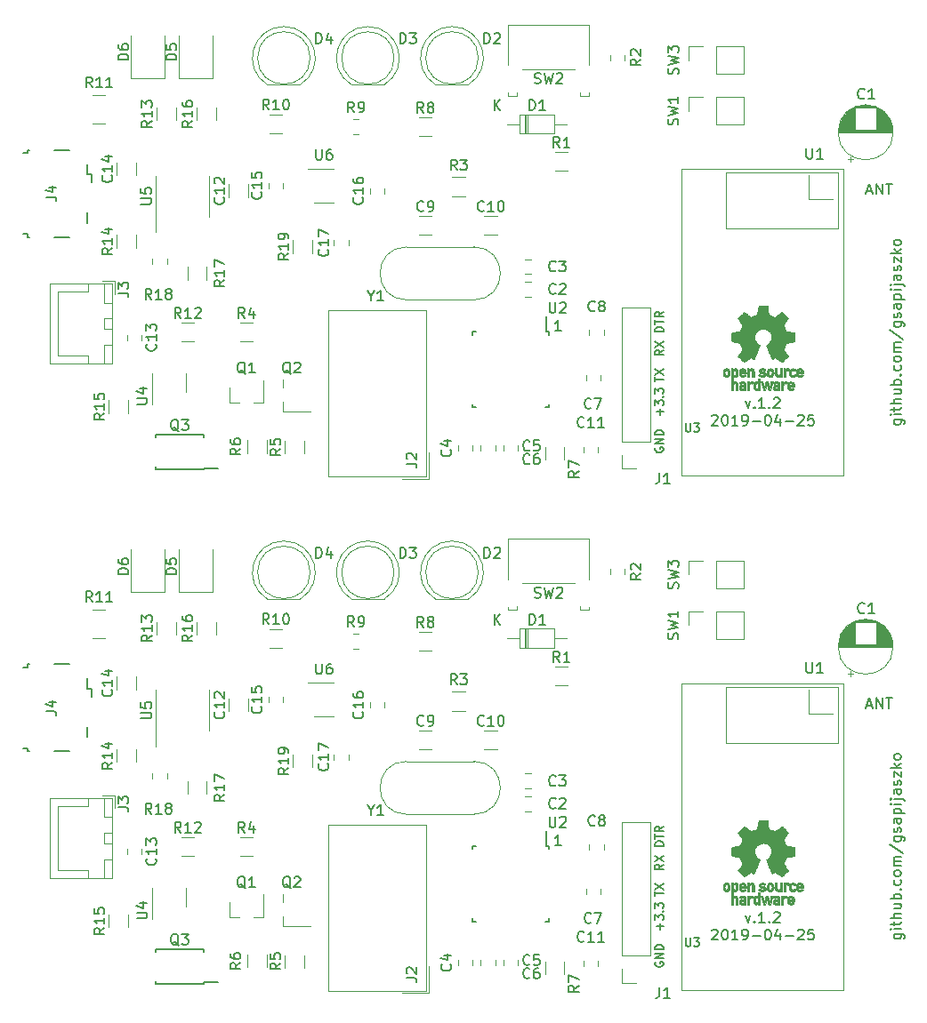
<source format=gto>
%MOIN*%
%OFA0B0*%
%FSLAX46Y46*%
%IPPOS*%
%LPD*%
%ADD10C,0.005905511811023622*%
%ADD11C,0.0047244094488188976*%
%ADD12C,0.00039370078740157485*%
%ADD13C,0.0062992125984251976*%
%ADD24C,0.005905511811023622*%
%ADD25C,0.0047244094488188976*%
%ADD26C,0.00039370078740157485*%
%ADD27C,0.0062992125984251976*%
%LPD*%
D10*
X0002722375Y0000331625D02*
X0002731749Y0000305378D01*
X0002741122Y0000331625D01*
X0002756121Y0000309128D02*
X0002757995Y0000307253D01*
X0002756121Y0000305378D01*
X0002754246Y0000307253D01*
X0002756121Y0000309128D01*
X0002756121Y0000305378D01*
X0002795491Y0000305378D02*
X0002772993Y0000305378D01*
X0002784242Y0000305378D02*
X0002784242Y0000344748D01*
X0002780493Y0000339124D01*
X0002776743Y0000335374D01*
X0002772993Y0000333500D01*
X0002812364Y0000309128D02*
X0002814238Y0000307253D01*
X0002812364Y0000305378D01*
X0002810489Y0000307253D01*
X0002812364Y0000309128D01*
X0002812364Y0000305378D01*
X0002829236Y0000340999D02*
X0002831111Y0000342874D01*
X0002834861Y0000344748D01*
X0002844235Y0000344748D01*
X0002847984Y0000342874D01*
X0002849859Y0000340999D01*
X0002851734Y0000337249D01*
X0002851734Y0000333500D01*
X0002849859Y0000327875D01*
X0002827362Y0000305378D01*
X0002851734Y0000305378D01*
X0002596765Y0000276038D02*
X0002598640Y0000277913D01*
X0002602390Y0000279788D01*
X0002611764Y0000279788D01*
X0002615513Y0000277913D01*
X0002617388Y0000276038D01*
X0002619263Y0000272289D01*
X0002619263Y0000268539D01*
X0002617388Y0000262915D01*
X0002594891Y0000240418D01*
X0002619263Y0000240418D01*
X0002643635Y0000279788D02*
X0002647384Y0000279788D01*
X0002651134Y0000277913D01*
X0002653008Y0000276038D01*
X0002654883Y0000272289D01*
X0002656758Y0000264790D01*
X0002656758Y0000255416D01*
X0002654883Y0000247917D01*
X0002653008Y0000244167D01*
X0002651134Y0000242292D01*
X0002647384Y0000240418D01*
X0002643635Y0000240418D01*
X0002639885Y0000242292D01*
X0002638010Y0000244167D01*
X0002636136Y0000247917D01*
X0002634261Y0000255416D01*
X0002634261Y0000264790D01*
X0002636136Y0000272289D01*
X0002638010Y0000276038D01*
X0002639885Y0000277913D01*
X0002643635Y0000279788D01*
X0002694253Y0000240418D02*
X0002671756Y0000240418D01*
X0002683005Y0000240418D02*
X0002683005Y0000279788D01*
X0002679255Y0000274163D01*
X0002675506Y0000270414D01*
X0002671756Y0000268539D01*
X0002713001Y0000240418D02*
X0002720500Y0000240418D01*
X0002724250Y0000242292D01*
X0002726124Y0000244167D01*
X0002729874Y0000249791D01*
X0002731749Y0000257290D01*
X0002731749Y0000272289D01*
X0002729874Y0000276038D01*
X0002727999Y0000277913D01*
X0002724250Y0000279788D01*
X0002716750Y0000279788D01*
X0002713001Y0000277913D01*
X0002711126Y0000276038D01*
X0002709251Y0000272289D01*
X0002709251Y0000262915D01*
X0002711126Y0000259165D01*
X0002713001Y0000257290D01*
X0002716750Y0000255416D01*
X0002724250Y0000255416D01*
X0002727999Y0000257290D01*
X0002729874Y0000259165D01*
X0002731749Y0000262915D01*
X0002748622Y0000255416D02*
X0002778618Y0000255416D01*
X0002804865Y0000279788D02*
X0002808614Y0000279788D01*
X0002812364Y0000277913D01*
X0002814238Y0000276038D01*
X0002816113Y0000272289D01*
X0002817988Y0000264790D01*
X0002817988Y0000255416D01*
X0002816113Y0000247917D01*
X0002814238Y0000244167D01*
X0002812364Y0000242292D01*
X0002808614Y0000240418D01*
X0002804865Y0000240418D01*
X0002801115Y0000242292D01*
X0002799240Y0000244167D01*
X0002797365Y0000247917D01*
X0002795491Y0000255416D01*
X0002795491Y0000264790D01*
X0002797365Y0000272289D01*
X0002799240Y0000276038D01*
X0002801115Y0000277913D01*
X0002804865Y0000279788D01*
X0002851734Y0000266664D02*
X0002851734Y0000240418D01*
X0002842360Y0000281662D02*
X0002832986Y0000253541D01*
X0002857358Y0000253541D01*
X0002872356Y0000255416D02*
X0002902352Y0000255416D01*
X0002919225Y0000276038D02*
X0002921100Y0000277913D01*
X0002924850Y0000279788D01*
X0002934223Y0000279788D01*
X0002937973Y0000277913D01*
X0002939848Y0000276038D01*
X0002941722Y0000272289D01*
X0002941722Y0000268539D01*
X0002939848Y0000262915D01*
X0002917350Y0000240418D01*
X0002941722Y0000240418D01*
X0002977343Y0000279788D02*
X0002958595Y0000279788D01*
X0002956721Y0000261040D01*
X0002958595Y0000262915D01*
X0002962345Y0000264790D01*
X0002971719Y0000264790D01*
X0002975468Y0000262915D01*
X0002977343Y0000261040D01*
X0002979218Y0000257290D01*
X0002979218Y0000247917D01*
X0002977343Y0000244167D01*
X0002975468Y0000242292D01*
X0002971719Y0000240418D01*
X0002962345Y0000240418D01*
X0002958595Y0000242292D01*
X0002956721Y0000244167D01*
X0002031740Y0000595398D02*
X0002009243Y0000595398D01*
X0002020492Y0000595398D02*
X0002020492Y0000634768D01*
X0002016742Y0000629144D01*
X0002012992Y0000625394D01*
X0002009243Y0000623519D01*
X0003278965Y0000262467D02*
X0003310836Y0000262467D01*
X0003314585Y0000260592D01*
X0003316460Y0000258717D01*
X0003318335Y0000254968D01*
X0003318335Y0000249343D01*
X0003316460Y0000245594D01*
X0003303337Y0000262467D02*
X0003305211Y0000258717D01*
X0003305211Y0000251218D01*
X0003303337Y0000247469D01*
X0003301462Y0000245594D01*
X0003297712Y0000243719D01*
X0003286464Y0000243719D01*
X0003282714Y0000245594D01*
X0003280839Y0000247469D01*
X0003278965Y0000251218D01*
X0003278965Y0000258717D01*
X0003280839Y0000262467D01*
X0003305211Y0000281214D02*
X0003278965Y0000281214D01*
X0003265841Y0000281214D02*
X0003267716Y0000279340D01*
X0003269591Y0000281214D01*
X0003267716Y0000283089D01*
X0003265841Y0000281214D01*
X0003269591Y0000281214D01*
X0003278965Y0000294338D02*
X0003278965Y0000309336D01*
X0003265841Y0000299962D02*
X0003299587Y0000299962D01*
X0003303337Y0000301837D01*
X0003305211Y0000305586D01*
X0003305211Y0000309336D01*
X0003305211Y0000322459D02*
X0003265841Y0000322459D01*
X0003305211Y0000339332D02*
X0003284589Y0000339332D01*
X0003280839Y0000337457D01*
X0003278965Y0000333708D01*
X0003278965Y0000328083D01*
X0003280839Y0000324334D01*
X0003282714Y0000322459D01*
X0003278965Y0000374953D02*
X0003305211Y0000374953D01*
X0003278965Y0000358080D02*
X0003299587Y0000358080D01*
X0003303337Y0000359955D01*
X0003305211Y0000363704D01*
X0003305211Y0000369328D01*
X0003303337Y0000373078D01*
X0003301462Y0000374953D01*
X0003305211Y0000393700D02*
X0003265841Y0000393700D01*
X0003280839Y0000393700D02*
X0003278965Y0000397450D01*
X0003278965Y0000404949D01*
X0003280839Y0000408698D01*
X0003282714Y0000410573D01*
X0003286464Y0000412448D01*
X0003297712Y0000412448D01*
X0003301462Y0000410573D01*
X0003303337Y0000408698D01*
X0003305211Y0000404949D01*
X0003305211Y0000397450D01*
X0003303337Y0000393700D01*
X0003301462Y0000429321D02*
X0003303337Y0000431196D01*
X0003305211Y0000429321D01*
X0003303337Y0000427446D01*
X0003301462Y0000429321D01*
X0003305211Y0000429321D01*
X0003303337Y0000464941D02*
X0003305211Y0000461192D01*
X0003305211Y0000453693D01*
X0003303337Y0000449943D01*
X0003301462Y0000448069D01*
X0003297712Y0000446194D01*
X0003286464Y0000446194D01*
X0003282714Y0000448069D01*
X0003280839Y0000449943D01*
X0003278965Y0000453693D01*
X0003278965Y0000461192D01*
X0003280839Y0000464941D01*
X0003305211Y0000487439D02*
X0003303337Y0000483689D01*
X0003301462Y0000481814D01*
X0003297712Y0000479940D01*
X0003286464Y0000479940D01*
X0003282714Y0000481814D01*
X0003280839Y0000483689D01*
X0003278965Y0000487439D01*
X0003278965Y0000493063D01*
X0003280839Y0000496812D01*
X0003282714Y0000498687D01*
X0003286464Y0000500562D01*
X0003297712Y0000500562D01*
X0003301462Y0000498687D01*
X0003303337Y0000496812D01*
X0003305211Y0000493063D01*
X0003305211Y0000487439D01*
X0003305211Y0000517435D02*
X0003278965Y0000517435D01*
X0003282714Y0000517435D02*
X0003280839Y0000519310D01*
X0003278965Y0000523059D01*
X0003278965Y0000528683D01*
X0003280839Y0000532433D01*
X0003284589Y0000534308D01*
X0003305211Y0000534308D01*
X0003284589Y0000534308D02*
X0003280839Y0000536182D01*
X0003278965Y0000539932D01*
X0003278965Y0000545556D01*
X0003280839Y0000549306D01*
X0003284589Y0000551181D01*
X0003305211Y0000551181D01*
X0003263966Y0000598050D02*
X0003314585Y0000564304D01*
X0003278965Y0000628046D02*
X0003310836Y0000628046D01*
X0003314585Y0000626171D01*
X0003316460Y0000624296D01*
X0003318335Y0000620547D01*
X0003318335Y0000614923D01*
X0003316460Y0000611173D01*
X0003303337Y0000628046D02*
X0003305211Y0000624296D01*
X0003305211Y0000616797D01*
X0003303337Y0000613048D01*
X0003301462Y0000611173D01*
X0003297712Y0000609298D01*
X0003286464Y0000609298D01*
X0003282714Y0000611173D01*
X0003280839Y0000613048D01*
X0003278965Y0000616797D01*
X0003278965Y0000624296D01*
X0003280839Y0000628046D01*
X0003303337Y0000644919D02*
X0003305211Y0000648668D01*
X0003305211Y0000656167D01*
X0003303337Y0000659917D01*
X0003299587Y0000661792D01*
X0003297712Y0000661792D01*
X0003293963Y0000659917D01*
X0003292088Y0000656167D01*
X0003292088Y0000650543D01*
X0003290213Y0000646794D01*
X0003286464Y0000644919D01*
X0003284589Y0000644919D01*
X0003280839Y0000646794D01*
X0003278965Y0000650543D01*
X0003278965Y0000656167D01*
X0003280839Y0000659917D01*
X0003305211Y0000695538D02*
X0003284589Y0000695538D01*
X0003280839Y0000693663D01*
X0003278965Y0000689913D01*
X0003278965Y0000682414D01*
X0003280839Y0000678665D01*
X0003303337Y0000695538D02*
X0003305211Y0000691788D01*
X0003305211Y0000682414D01*
X0003303337Y0000678665D01*
X0003299587Y0000676790D01*
X0003295837Y0000676790D01*
X0003292088Y0000678665D01*
X0003290213Y0000682414D01*
X0003290213Y0000691788D01*
X0003288338Y0000695538D01*
X0003278965Y0000714285D02*
X0003318335Y0000714285D01*
X0003280839Y0000714285D02*
X0003278965Y0000718035D01*
X0003278965Y0000725534D01*
X0003280839Y0000729283D01*
X0003282714Y0000731158D01*
X0003286464Y0000733033D01*
X0003297712Y0000733033D01*
X0003301462Y0000731158D01*
X0003303337Y0000729283D01*
X0003305211Y0000725534D01*
X0003305211Y0000718035D01*
X0003303337Y0000714285D01*
X0003305211Y0000749906D02*
X0003278965Y0000749906D01*
X0003265841Y0000749906D02*
X0003267716Y0000748031D01*
X0003269591Y0000749906D01*
X0003267716Y0000751781D01*
X0003265841Y0000749906D01*
X0003269591Y0000749906D01*
X0003278965Y0000768653D02*
X0003312710Y0000768653D01*
X0003316460Y0000766779D01*
X0003318335Y0000763029D01*
X0003318335Y0000761154D01*
X0003265841Y0000768653D02*
X0003267716Y0000766779D01*
X0003269591Y0000768653D01*
X0003267716Y0000770528D01*
X0003265841Y0000768653D01*
X0003269591Y0000768653D01*
X0003305211Y0000804274D02*
X0003284589Y0000804274D01*
X0003280839Y0000802399D01*
X0003278965Y0000798650D01*
X0003278965Y0000791151D01*
X0003280839Y0000787401D01*
X0003303337Y0000804274D02*
X0003305211Y0000800524D01*
X0003305211Y0000791151D01*
X0003303337Y0000787401D01*
X0003299587Y0000785526D01*
X0003295837Y0000785526D01*
X0003292088Y0000787401D01*
X0003290213Y0000791151D01*
X0003290213Y0000800524D01*
X0003288338Y0000804274D01*
X0003303337Y0000821147D02*
X0003305211Y0000824896D01*
X0003305211Y0000832395D01*
X0003303337Y0000836145D01*
X0003299587Y0000838020D01*
X0003297712Y0000838020D01*
X0003293963Y0000836145D01*
X0003292088Y0000832395D01*
X0003292088Y0000826771D01*
X0003290213Y0000823022D01*
X0003286464Y0000821147D01*
X0003284589Y0000821147D01*
X0003280839Y0000823022D01*
X0003278965Y0000826771D01*
X0003278965Y0000832395D01*
X0003280839Y0000836145D01*
X0003278965Y0000851143D02*
X0003278965Y0000871766D01*
X0003305211Y0000851143D01*
X0003305211Y0000871766D01*
X0003305211Y0000886764D02*
X0003265841Y0000886764D01*
X0003290213Y0000890513D02*
X0003305211Y0000901762D01*
X0003278965Y0000901762D02*
X0003293963Y0000886764D01*
X0003305211Y0000924259D02*
X0003303337Y0000920509D01*
X0003301462Y0000918635D01*
X0003297712Y0000916760D01*
X0003286464Y0000916760D01*
X0003282714Y0000918635D01*
X0003280839Y0000920509D01*
X0003278965Y0000924259D01*
X0003278965Y0000929883D01*
X0003280839Y0000933633D01*
X0003282714Y0000935508D01*
X0003286464Y0000937382D01*
X0003297712Y0000937382D01*
X0003301462Y0000935508D01*
X0003303337Y0000933633D01*
X0003305211Y0000929883D01*
X0003305211Y0000924259D01*
X0002385251Y0000156711D02*
X0002383752Y0000153712D01*
X0002383752Y0000149212D01*
X0002385251Y0000144713D01*
X0002388251Y0000141713D01*
X0002391251Y0000140213D01*
X0002397250Y0000138713D01*
X0002401749Y0000138713D01*
X0002407749Y0000140213D01*
X0002410748Y0000141713D01*
X0002413748Y0000144713D01*
X0002415248Y0000149212D01*
X0002415248Y0000152212D01*
X0002413748Y0000156711D01*
X0002412248Y0000158211D01*
X0002401749Y0000158211D01*
X0002401749Y0000152212D01*
X0002415248Y0000171709D02*
X0002383752Y0000171709D01*
X0002415248Y0000189707D01*
X0002383752Y0000189707D01*
X0002415248Y0000204705D02*
X0002383752Y0000204705D01*
X0002383752Y0000212204D01*
X0002385251Y0000216704D01*
X0002388251Y0000219703D01*
X0002391251Y0000221203D01*
X0002397250Y0000222703D01*
X0002401749Y0000222703D01*
X0002407749Y0000221203D01*
X0002410748Y0000219703D01*
X0002413748Y0000216704D01*
X0002415248Y0000212204D01*
X0002415248Y0000204705D01*
X0002403249Y0000279159D02*
X0002403249Y0000303156D01*
X0002415248Y0000291158D02*
X0002391251Y0000291158D01*
X0002383752Y0000315155D02*
X0002383752Y0000334652D01*
X0002395750Y0000324154D01*
X0002395750Y0000328653D01*
X0002397250Y0000331653D01*
X0002398750Y0000333152D01*
X0002401749Y0000334652D01*
X0002409248Y0000334652D01*
X0002412248Y0000333152D01*
X0002413748Y0000331653D01*
X0002415248Y0000328653D01*
X0002415248Y0000319654D01*
X0002413748Y0000316655D01*
X0002412248Y0000315155D01*
X0002412248Y0000348151D02*
X0002413748Y0000349650D01*
X0002415248Y0000348151D01*
X0002413748Y0000346651D01*
X0002412248Y0000348151D01*
X0002415248Y0000348151D01*
X0002383752Y0000360149D02*
X0002383752Y0000379647D01*
X0002395750Y0000369148D01*
X0002395750Y0000373647D01*
X0002397250Y0000376647D01*
X0002398750Y0000378147D01*
X0002401749Y0000379647D01*
X0002409248Y0000379647D01*
X0002412248Y0000378147D01*
X0002413748Y0000376647D01*
X0002415248Y0000373647D01*
X0002415248Y0000364649D01*
X0002413748Y0000361649D01*
X0002412248Y0000360149D01*
X0002383752Y0000404656D02*
X0002383752Y0000422654D01*
X0002415248Y0000413655D02*
X0002383752Y0000413655D01*
X0002383752Y0000430153D02*
X0002415248Y0000451150D01*
X0002383752Y0000451150D02*
X0002415248Y0000430153D01*
X0002415248Y0000523404D02*
X0002400250Y0000512905D01*
X0002415248Y0000505406D02*
X0002383752Y0000505406D01*
X0002383752Y0000517404D01*
X0002385251Y0000520404D01*
X0002386751Y0000521904D01*
X0002389751Y0000523404D01*
X0002394250Y0000523404D01*
X0002397250Y0000521904D01*
X0002398750Y0000520404D01*
X0002400250Y0000517404D01*
X0002400250Y0000505406D01*
X0002383752Y0000533902D02*
X0002415248Y0000554900D01*
X0002383752Y0000554900D02*
X0002415248Y0000533902D01*
X0002415248Y0000592658D02*
X0002383752Y0000592658D01*
X0002383752Y0000600157D01*
X0002385251Y0000604656D01*
X0002388251Y0000607656D01*
X0002391251Y0000609155D01*
X0002397250Y0000610655D01*
X0002401749Y0000610655D01*
X0002407749Y0000609155D01*
X0002410748Y0000607656D01*
X0002413748Y0000604656D01*
X0002415248Y0000600157D01*
X0002415248Y0000592658D01*
X0002383752Y0000619654D02*
X0002383752Y0000637652D01*
X0002415248Y0000628653D02*
X0002383752Y0000628653D01*
X0002415248Y0000666148D02*
X0002400250Y0000655650D01*
X0002415248Y0000648151D02*
X0002383752Y0000648151D01*
X0002383752Y0000660149D01*
X0002385251Y0000663149D01*
X0002386751Y0000664649D01*
X0002389751Y0000666148D01*
X0002394250Y0000666148D01*
X0002397250Y0000664649D01*
X0002398750Y0000663149D01*
X0002400250Y0000660149D01*
X0002400250Y0000648151D01*
D11*
X0002510629Y0001420708D02*
X0002510629Y0001473070D01*
X0002510629Y0001473070D02*
X0002562992Y0001473070D01*
X0002612992Y0001473070D02*
X0002715354Y0001473070D01*
X0002715354Y0001368346D02*
X0002715354Y0001473070D01*
X0002612992Y0001368346D02*
X0002715354Y0001368346D01*
X0002612992Y0001368346D02*
X0002612992Y0001473070D01*
X0002510629Y0001610708D02*
X0002510629Y0001663070D01*
X0002510629Y0001663070D02*
X0002562992Y0001663070D01*
X0002612992Y0001663070D02*
X0002715354Y0001663070D01*
X0002715354Y0001558346D02*
X0002715354Y0001663070D01*
X0002612992Y0001558346D02*
X0002715354Y0001558346D01*
X0002612992Y0001558346D02*
X0002612992Y0001663070D01*
X0000361259Y0000782913D02*
X0000312047Y0000782913D01*
X0000361259Y0000733700D02*
X0000361259Y0000782913D01*
X0000144724Y0000501417D02*
X0000144724Y0000621496D01*
X0000260866Y0000501417D02*
X0000144724Y0000501417D01*
X0000260866Y0000471889D02*
X0000260866Y0000501417D01*
X0000144724Y0000741574D02*
X0000144724Y0000621496D01*
X0000260866Y0000741574D02*
X0000144724Y0000741574D01*
X0000260866Y0000771102D02*
X0000260866Y0000741574D01*
X0000349448Y0000471889D02*
X0000349448Y0000542755D01*
X0000319921Y0000471889D02*
X0000349448Y0000471889D01*
X0000319921Y0000542755D02*
X0000319921Y0000471889D01*
X0000349448Y0000542755D02*
X0000319921Y0000542755D01*
X0000349448Y0000700236D02*
X0000349448Y0000771102D01*
X0000319921Y0000700236D02*
X0000349448Y0000700236D01*
X0000319921Y0000771102D02*
X0000319921Y0000700236D01*
X0000349448Y0000771102D02*
X0000319921Y0000771102D01*
X0000349448Y0000601811D02*
X0000349448Y0000641181D01*
X0000319921Y0000601811D02*
X0000349448Y0000601811D01*
X0000319921Y0000641181D02*
X0000319921Y0000601811D01*
X0000349448Y0000641181D02*
X0000319921Y0000641181D01*
X0000349842Y0000471496D02*
X0000349842Y0000771496D01*
X0000114803Y0000471496D02*
X0000349842Y0000471496D01*
X0000114803Y0000771496D02*
X0000114803Y0000471496D01*
X0000349842Y0000771496D02*
X0000114803Y0000771496D01*
X0000989527Y0000292716D02*
X0000989527Y0000330118D01*
X0001091889Y0000292716D02*
X0000989527Y0000292716D01*
X0000989527Y0000381299D02*
X0000989527Y0000412795D01*
X0000935039Y0001150994D02*
X0000935039Y0001130423D01*
X0000990944Y0001150994D02*
X0000990944Y0001130423D01*
X0001315039Y0001130994D02*
X0001315039Y0001110423D01*
X0001370944Y0001130994D02*
X0001370944Y0001110423D01*
X0001897706Y0000722755D02*
X0001918277Y0000722755D01*
X0001897706Y0000778661D02*
X0001918277Y0000778661D01*
X0001897706Y0000807755D02*
X0001918277Y0000807755D01*
X0001897706Y0000863661D02*
X0001918277Y0000863661D01*
X0001645039Y0000165994D02*
X0001645039Y0000145423D01*
X0001700944Y0000165994D02*
X0001700944Y0000145423D01*
X0001730039Y0000165994D02*
X0001730039Y0000145423D01*
X0001785944Y0000165994D02*
X0001785944Y0000145423D01*
X0001815039Y0000165994D02*
X0001815039Y0000145423D01*
X0001870944Y0000165994D02*
X0001870944Y0000145423D01*
X0002125039Y0000430994D02*
X0002125039Y0000410423D01*
X0002180944Y0000430994D02*
X0002180944Y0000410423D01*
X0002137539Y0000598494D02*
X0002137539Y0000577923D01*
X0002193444Y0000598494D02*
X0002193444Y0000577923D01*
X0002115039Y0000160994D02*
X0002115039Y0000140423D01*
X0002170944Y0000160994D02*
X0002170944Y0000140423D01*
X0000405039Y0000580994D02*
X0000405039Y0000560423D01*
X0000460944Y0000580994D02*
X0000460944Y0000560423D01*
X0001180039Y0000935994D02*
X0001180039Y0000915423D01*
X0001235944Y0000935994D02*
X0001235944Y0000915423D01*
X0001252706Y0001332755D02*
X0001273277Y0001332755D01*
X0001252706Y0001388661D02*
X0001273277Y0001388661D01*
X0002270944Y0001610423D02*
X0002270944Y0001630994D01*
X0002215039Y0001610423D02*
X0002215039Y0001630994D01*
X0000500039Y0000865994D02*
X0000500039Y0000845423D01*
X0000555944Y0000865994D02*
X0000555944Y0000845423D01*
D10*
X0001976850Y0000593425D02*
X0001976850Y0000649527D01*
X0001985708Y0000307992D02*
X0001985708Y0000320787D01*
X0001700275Y0000307992D02*
X0001700275Y0000320787D01*
X0001700275Y0000593425D02*
X0001700275Y0000580629D01*
X0001985708Y0000593425D02*
X0001985708Y0000580629D01*
X0001700275Y0000593425D02*
X0001713070Y0000593425D01*
X0001700275Y0000307992D02*
X0001713070Y0000307992D01*
X0001985708Y0000307992D02*
X0001972913Y0000307992D01*
X0001985708Y0000593425D02*
X0001976850Y0000593425D01*
D11*
X0001027165Y0000934411D02*
X0001027165Y0000887005D01*
X0001098818Y0000934411D02*
X0001098818Y0000887005D01*
X0000324175Y0001479251D02*
X0000276769Y0001479251D01*
X0000324175Y0001372165D02*
X0000276769Y0001372165D01*
X0000939288Y0001334881D02*
X0000986695Y0001334881D01*
X0000939288Y0001406535D02*
X0000986695Y0001406535D01*
X0000438818Y0001226911D02*
X0000438818Y0001179505D01*
X0000367165Y0001226911D02*
X0000367165Y0001179505D01*
X0001546695Y0001396535D02*
X0001499288Y0001396535D01*
X0001546695Y0001324881D02*
X0001499288Y0001324881D01*
X0001972165Y0000159411D02*
X0001972165Y0000112005D01*
X0002043818Y0000159411D02*
X0002043818Y0000112005D01*
X0000857165Y0000184411D02*
X0000857165Y0000137005D01*
X0000928818Y0000184411D02*
X0000928818Y0000137005D01*
X0000790787Y0000325787D02*
X0000790787Y0000383267D01*
X0000915196Y0000325787D02*
X0000915196Y0000410826D01*
X0000915196Y0000325787D02*
X0000878582Y0000325787D01*
X0000790787Y0000325787D02*
X0000827401Y0000325787D01*
X0000703818Y0000834411D02*
X0000703818Y0000787005D01*
X0000632165Y0000834411D02*
X0000632165Y0000787005D01*
X0000588818Y0001384505D02*
X0000588818Y0001431911D01*
X0000517165Y0001384505D02*
X0000517165Y0001431911D01*
X0001546695Y0001026535D02*
X0001499288Y0001026535D01*
X0001546695Y0000954881D02*
X0001499288Y0000954881D01*
X0003105078Y0001239339D02*
X0003124763Y0001239339D01*
X0003114921Y0001229497D02*
X0003114921Y0001249182D01*
X0003161811Y0001442322D02*
X0003184173Y0001442322D01*
X0003152598Y0001440748D02*
X0003193385Y0001440748D01*
X0003146338Y0001439173D02*
X0003199645Y0001439173D01*
X0003141299Y0001437598D02*
X0003204685Y0001437598D01*
X0003136968Y0001436023D02*
X0003209015Y0001436023D01*
X0003133188Y0001434448D02*
X0003212795Y0001434448D01*
X0003129763Y0001432873D02*
X0003216220Y0001432873D01*
X0003126614Y0001431299D02*
X0003219370Y0001431299D01*
X0003213936Y0001429724D02*
X0003222244Y0001429724D01*
X0003123740Y0001429724D02*
X0003132047Y0001429724D01*
X0003213936Y0001428149D02*
X0003224921Y0001428149D01*
X0003121062Y0001428149D02*
X0003132047Y0001428149D01*
X0003213936Y0001426574D02*
X0003227440Y0001426574D01*
X0003118543Y0001426574D02*
X0003132047Y0001426574D01*
X0003213936Y0001424999D02*
X0003229803Y0001424999D01*
X0003116181Y0001424999D02*
X0003132047Y0001424999D01*
X0003213936Y0001423425D02*
X0003232047Y0001423425D01*
X0003113937Y0001423425D02*
X0003132047Y0001423425D01*
X0003213936Y0001421850D02*
X0003234173Y0001421850D01*
X0003111810Y0001421850D02*
X0003132047Y0001421850D01*
X0003213936Y0001420275D02*
X0003236181Y0001420275D01*
X0003109803Y0001420275D02*
X0003132047Y0001420275D01*
X0003213936Y0001418700D02*
X0003238070Y0001418700D01*
X0003107913Y0001418700D02*
X0003132047Y0001418700D01*
X0003213936Y0001417125D02*
X0003239881Y0001417125D01*
X0003106102Y0001417125D02*
X0003132047Y0001417125D01*
X0003213936Y0001415551D02*
X0003241614Y0001415551D01*
X0003104370Y0001415551D02*
X0003132047Y0001415551D01*
X0003213936Y0001413976D02*
X0003243267Y0001413976D01*
X0003102716Y0001413976D02*
X0003132047Y0001413976D01*
X0003213936Y0001412401D02*
X0003244881Y0001412401D01*
X0003101102Y0001412401D02*
X0003132047Y0001412401D01*
X0003213936Y0001410826D02*
X0003246377Y0001410826D01*
X0003099606Y0001410826D02*
X0003132047Y0001410826D01*
X0003213936Y0001409251D02*
X0003247834Y0001409251D01*
X0003098149Y0001409251D02*
X0003132047Y0001409251D01*
X0003213936Y0001407677D02*
X0003249251Y0001407677D01*
X0003096732Y0001407677D02*
X0003132047Y0001407677D01*
X0003213936Y0001406102D02*
X0003250590Y0001406102D01*
X0003095393Y0001406102D02*
X0003132047Y0001406102D01*
X0003213936Y0001404527D02*
X0003251889Y0001404527D01*
X0003094094Y0001404527D02*
X0003132047Y0001404527D01*
X0003213936Y0001402952D02*
X0003253110Y0001402952D01*
X0003092874Y0001402952D02*
X0003132047Y0001402952D01*
X0003213936Y0001401377D02*
X0003254291Y0001401377D01*
X0003091692Y0001401377D02*
X0003132047Y0001401377D01*
X0003213936Y0001399803D02*
X0003255472Y0001399803D01*
X0003090511Y0001399803D02*
X0003132047Y0001399803D01*
X0003213936Y0001398228D02*
X0003256535Y0001398228D01*
X0003089448Y0001398228D02*
X0003132047Y0001398228D01*
X0003213936Y0001396653D02*
X0003257598Y0001396653D01*
X0003088385Y0001396653D02*
X0003132047Y0001396653D01*
X0003213936Y0001395078D02*
X0003258622Y0001395078D01*
X0003087362Y0001395078D02*
X0003132047Y0001395078D01*
X0003213936Y0001393503D02*
X0003259606Y0001393503D01*
X0003086377Y0001393503D02*
X0003132047Y0001393503D01*
X0003213936Y0001391929D02*
X0003260551Y0001391929D01*
X0003085433Y0001391929D02*
X0003132047Y0001391929D01*
X0003213936Y0001390354D02*
X0003261456Y0001390354D01*
X0003084527Y0001390354D02*
X0003132047Y0001390354D01*
X0003213936Y0001388779D02*
X0003262283Y0001388779D01*
X0003083700Y0001388779D02*
X0003132047Y0001388779D01*
X0003213936Y0001387204D02*
X0003263149Y0001387204D01*
X0003082834Y0001387204D02*
X0003132047Y0001387204D01*
X0003213936Y0001385629D02*
X0003263937Y0001385629D01*
X0003082047Y0001385629D02*
X0003132047Y0001385629D01*
X0003213936Y0001384055D02*
X0003264685Y0001384055D01*
X0003081299Y0001384055D02*
X0003132047Y0001384055D01*
X0003213936Y0001382480D02*
X0003265433Y0001382480D01*
X0003080551Y0001382480D02*
X0003132047Y0001382480D01*
X0003213936Y0001380905D02*
X0003266102Y0001380905D01*
X0003079881Y0001380905D02*
X0003132047Y0001380905D01*
X0003213936Y0001379330D02*
X0003266771Y0001379330D01*
X0003079212Y0001379330D02*
X0003132047Y0001379330D01*
X0003213936Y0001377755D02*
X0003267401Y0001377755D01*
X0003078582Y0001377755D02*
X0003132047Y0001377755D01*
X0003213936Y0001376181D02*
X0003268031Y0001376181D01*
X0003077952Y0001376181D02*
X0003132047Y0001376181D01*
X0003213936Y0001374606D02*
X0003268582Y0001374606D01*
X0003077401Y0001374606D02*
X0003132047Y0001374606D01*
X0003213936Y0001373031D02*
X0003269133Y0001373031D01*
X0003076850Y0001373031D02*
X0003132047Y0001373031D01*
X0003213936Y0001371456D02*
X0003269645Y0001371456D01*
X0003076338Y0001371456D02*
X0003132047Y0001371456D01*
X0003213936Y0001369881D02*
X0003270157Y0001369881D01*
X0003075826Y0001369881D02*
X0003132047Y0001369881D01*
X0003213936Y0001368307D02*
X0003270629Y0001368307D01*
X0003075354Y0001368307D02*
X0003132047Y0001368307D01*
X0003213936Y0001366692D02*
X0003271062Y0001366692D01*
X0003074921Y0001366692D02*
X0003132047Y0001366692D01*
X0003213936Y0001365118D02*
X0003271456Y0001365118D01*
X0003074527Y0001365118D02*
X0003132047Y0001365118D01*
X0003213936Y0001363543D02*
X0003271850Y0001363543D01*
X0003074133Y0001363543D02*
X0003132047Y0001363543D01*
X0003213936Y0001361968D02*
X0003272204Y0001361968D01*
X0003073779Y0001361968D02*
X0003132047Y0001361968D01*
X0003213936Y0001360393D02*
X0003272519Y0001360393D01*
X0003073464Y0001360393D02*
X0003132047Y0001360393D01*
X0003213936Y0001358818D02*
X0003272834Y0001358818D01*
X0003073149Y0001358818D02*
X0003132047Y0001358818D01*
X0003213936Y0001357244D02*
X0003273110Y0001357244D01*
X0003072873Y0001357244D02*
X0003132047Y0001357244D01*
X0003213936Y0001355669D02*
X0003273385Y0001355669D01*
X0003072598Y0001355669D02*
X0003132047Y0001355669D01*
X0003213936Y0001354094D02*
X0003273622Y0001354094D01*
X0003072362Y0001354094D02*
X0003132047Y0001354094D01*
X0003213936Y0001352519D02*
X0003273818Y0001352519D01*
X0003072165Y0001352519D02*
X0003132047Y0001352519D01*
X0003213936Y0001350944D02*
X0003273976Y0001350944D01*
X0003072007Y0001350944D02*
X0003132047Y0001350944D01*
X0003213936Y0001349370D02*
X0003274133Y0001349370D01*
X0003071850Y0001349370D02*
X0003132047Y0001349370D01*
X0003071692Y0001347795D02*
X0003274291Y0001347795D01*
X0003071574Y0001346220D02*
X0003274409Y0001346220D01*
X0003071496Y0001344645D02*
X0003274488Y0001344645D01*
X0003071456Y0001343070D02*
X0003274527Y0001343070D01*
X0003071417Y0001341496D02*
X0003274566Y0001341496D01*
X0003071417Y0001339921D02*
X0003274566Y0001339921D01*
X0003276141Y0001339921D02*
G75*
G03X0003276141Y0001339921I-0000103149D01*
G01*
X0001178425Y0001204094D02*
X0001081968Y0001204094D01*
X0001107559Y0001077322D02*
X0001178425Y0001077322D01*
X0000609288Y0000554881D02*
X0000656695Y0000554881D01*
X0000609288Y0000626535D02*
X0000656695Y0000626535D01*
X0001744288Y0000954881D02*
X0001791695Y0000954881D01*
X0001744288Y0001026535D02*
X0001791695Y0001026535D01*
D10*
X0000257480Y0001039842D02*
X0000257480Y0001000472D01*
X0000257480Y0001181574D02*
X0000257480Y0001220944D01*
X0000274212Y0001181574D02*
X0000257480Y0001181574D01*
X0000274212Y0001153031D02*
X0000274212Y0001181574D01*
X0000133464Y0000947322D02*
X0000188582Y0000947322D01*
X0000033070Y0000947322D02*
X0000038976Y0000947322D01*
X0000033070Y0000959133D02*
X0000033070Y0000947322D01*
X0000015354Y0000959133D02*
X0000033070Y0000959133D01*
X0000033070Y0001262283D02*
X0000015354Y0001262283D01*
X0000033070Y0001274094D02*
X0000033070Y0001262283D01*
X0000038976Y0001274094D02*
X0000033070Y0001274094D01*
X0000188582Y0001274094D02*
X0000133464Y0001274094D01*
D11*
X0000997165Y0000182994D02*
X0000997165Y0000135587D01*
X0001068818Y0000182994D02*
X0001068818Y0000135587D01*
X0001671695Y0001171535D02*
X0001624288Y0001171535D01*
X0001671695Y0001099881D02*
X0001624288Y0001099881D01*
X0002009288Y0001194881D02*
X0002056695Y0001194881D01*
X0002009288Y0001266535D02*
X0002056695Y0001266535D01*
X0000829288Y0000554881D02*
X0000876695Y0000554881D01*
X0000829288Y0000626535D02*
X0000876695Y0000626535D01*
X0000545393Y0001543858D02*
X0000545393Y0001703700D01*
X0000420590Y0001543858D02*
X0000545393Y0001543858D01*
X0000420590Y0001703700D02*
X0000420590Y0001543858D01*
X0000725393Y0001543858D02*
X0000725393Y0001703700D01*
X0000600590Y0001543858D02*
X0000725393Y0001543858D01*
X0000600590Y0001703700D02*
X0000600590Y0001543858D01*
X0000787165Y0001144411D02*
X0000787165Y0001097005D01*
X0000858818Y0001144411D02*
X0000858818Y0001097005D01*
X0001877440Y0001406929D02*
X0001877440Y0001334488D01*
X0001877440Y0001334488D02*
X0002006574Y0001334488D01*
X0002006574Y0001334488D02*
X0002006574Y0001406929D01*
X0002006574Y0001406929D02*
X0001877440Y0001406929D01*
X0001830984Y0001370708D02*
X0001877440Y0001370708D01*
X0002053031Y0001370708D02*
X0002006574Y0001370708D01*
X0001900118Y0001406929D02*
X0001900118Y0001334488D01*
X0001904842Y0001406929D02*
X0001904842Y0001334488D01*
X0001895393Y0001406929D02*
X0001895393Y0001334488D01*
X0001623128Y0001736370D02*
G75*
G03X0001562290Y0001517866I-0000000018J-0000117716D01*
G01*
X0001623092Y0001736370D02*
G75*
G02X0001683930Y0001517866I0000000018J-0000117716D01*
G01*
X0001721535Y0001618653D02*
G75*
G03X0001721535Y0001618653I-0000098425D01*
G01*
X0001562283Y0001517866D02*
X0001683936Y0001517866D01*
X0001247165Y0001517866D02*
X0001368818Y0001517866D01*
X0001406417Y0001618653D02*
G75*
G03X0001406417Y0001618653I-0000098425D01*
G01*
X0001307973Y0001736370D02*
G75*
G02X0001368812Y0001517866I0000000018J-0000117716D01*
G01*
X0001308010Y0001736370D02*
G75*
G03X0001247172Y0001517866I-0000000018J-0000117716D01*
G01*
X0000993128Y0001736370D02*
G75*
G03X0000932290Y0001517866I-0000000018J-0000117716D01*
G01*
X0000993092Y0001736370D02*
G75*
G02X0001053930Y0001517866I0000000018J-0000117716D01*
G01*
X0001091535Y0001618653D02*
G75*
G03X0001091535Y0001618653I-0000098425D01*
G01*
X0000932283Y0001517866D02*
X0001053936Y0001517866D01*
X0001158937Y0000050078D02*
X0001158937Y0000671338D01*
X0001158937Y0000671338D02*
X0001527047Y0000671338D01*
X0001527047Y0000671338D02*
X0001527047Y0000050078D01*
X0001527047Y0000050078D02*
X0001158937Y0000050078D01*
X0001536889Y0000040236D02*
X0001536889Y0000140236D01*
X0001536889Y0000040236D02*
X0001436889Y0000040236D01*
X0002365354Y0000180708D02*
X0002260629Y0000180708D01*
X0002365354Y0000180708D02*
X0002365354Y0000683070D01*
X0002365354Y0000683070D02*
X0002260629Y0000683070D01*
X0002260629Y0000180708D02*
X0002260629Y0000683070D01*
X0002260629Y0000078346D02*
X0002260629Y0000130708D01*
X0002312992Y0000078346D02*
X0002260629Y0000078346D01*
D10*
X0000694527Y0000076732D02*
X0000694527Y0000080669D01*
X0000511456Y0000076732D02*
X0000511456Y0000084606D01*
X0000511456Y0000204685D02*
X0000511456Y0000196810D01*
X0000694527Y0000204685D02*
X0000694527Y0000196810D01*
X0000694527Y0000076732D02*
X0000511456Y0000076732D01*
X0000694527Y0000204685D02*
X0000511456Y0000204685D01*
X0000694527Y0000080669D02*
X0000747677Y0000080669D01*
D11*
X0000337165Y0000334411D02*
X0000337165Y0000287005D01*
X0000408818Y0000334411D02*
X0000408818Y0000287005D01*
X0000738818Y0001384505D02*
X0000738818Y0001431911D01*
X0000667165Y0001384505D02*
X0000667165Y0001431911D01*
X0000367165Y0000954411D02*
X0000367165Y0000907005D01*
X0000438818Y0000954411D02*
X0000438818Y0000907005D01*
X0002102519Y0001476929D02*
X0002102519Y0001490708D01*
X0002137559Y0001476929D02*
X0002102519Y0001476929D01*
X0002137559Y0001488740D02*
X0002137559Y0001476929D01*
X0002137559Y0001592677D02*
X0002137559Y0001744251D01*
X0002137559Y0001744251D02*
X0001832834Y0001744251D01*
X0001832834Y0001744251D02*
X0001832834Y0001592677D01*
X0001887165Y0001577322D02*
X0002083228Y0001577322D01*
X0001867873Y0001476929D02*
X0001832834Y0001476929D01*
X0001867873Y0001476929D02*
X0001867873Y0001490708D01*
X0001832834Y0001488740D02*
X0001832834Y0001476929D01*
X0003068385Y0001188653D02*
X0003068385Y0000978653D01*
X0003068385Y0000978653D02*
X0002648385Y0000978653D01*
X0002648385Y0000978653D02*
X0002648385Y0001188653D01*
X0002648385Y0001188653D02*
X0002648385Y0001188653D01*
X0003048385Y0001088653D02*
X0002958385Y0001088653D01*
X0002958385Y0001088653D02*
X0002958385Y0001178653D01*
X0002958385Y0001178653D02*
X0002958385Y0001178653D01*
X0003091062Y0001201645D02*
X0003091062Y0000052039D01*
X0003091062Y0000052039D02*
X0002482795Y0000052039D01*
X0002482795Y0000052039D02*
X0002482795Y0001201645D01*
X0002482795Y0001201645D02*
X0003091062Y0001201645D01*
X0003091062Y0001201645D02*
X0003091062Y0001201645D01*
X0002648385Y0001188653D02*
X0003068385Y0001188653D01*
X0003068385Y0001188653D02*
X0003068385Y0001188653D01*
X0000713779Y0001023936D02*
X0000713779Y0001177480D01*
X0000512204Y0000964881D02*
X0000512204Y0001177480D01*
X0000626377Y0000365275D02*
X0000626377Y0000436141D01*
X0000499606Y0000436141D02*
X0000499606Y0000320000D01*
X0001453070Y0000910118D02*
X0001705039Y0000910118D01*
X0001453070Y0000711299D02*
X0001705039Y0000711299D01*
X0001453070Y0000711299D02*
G75*
G02X0001453070Y0000910118J0000099409D01*
G01*
X0001705039Y0000711299D02*
G75*
G03X0001705039Y0000910118J0000099409D01*
G01*
D12*
G36*
X0002807715Y0000672497D02*
G01*
X0002810689Y0000656719D01*
X0002832639Y0000647671D01*
X0002845805Y0000656624D01*
X0002849492Y0000659116D01*
X0002852826Y0000661342D01*
X0002855649Y0000663199D01*
X0002857807Y0000664586D01*
X0002859144Y0000665401D01*
X0002859509Y0000665577D01*
X0002860165Y0000665125D01*
X0002861567Y0000663875D01*
X0002863557Y0000661988D01*
X0002865980Y0000659623D01*
X0002868677Y0000656939D01*
X0002871491Y0000654096D01*
X0002874265Y0000651254D01*
X0002876842Y0000648571D01*
X0002879066Y0000646209D01*
X0002880778Y0000644326D01*
X0002881821Y0000643081D01*
X0002882071Y0000642665D01*
X0002881712Y0000641897D01*
X0002880705Y0000640215D01*
X0002879157Y0000637783D01*
X0002877173Y0000634766D01*
X0002874859Y0000631328D01*
X0002873518Y0000629367D01*
X0002871074Y0000625787D01*
X0002868902Y0000622556D01*
X0002867108Y0000619836D01*
X0002865797Y0000617786D01*
X0002865074Y0000616568D01*
X0002864965Y0000616312D01*
X0002865212Y0000615585D01*
X0002865883Y0000613890D01*
X0002866878Y0000611466D01*
X0002868095Y0000608551D01*
X0002869433Y0000605383D01*
X0002870792Y0000602200D01*
X0002872068Y0000599241D01*
X0002873163Y0000596745D01*
X0002873973Y0000594949D01*
X0002874398Y0000594091D01*
X0002874423Y0000594057D01*
X0002875090Y0000593894D01*
X0002876868Y0000593529D01*
X0002879571Y0000592998D01*
X0002883015Y0000592337D01*
X0002887017Y0000591583D01*
X0002889352Y0000591148D01*
X0002893628Y0000590334D01*
X0002897491Y0000589559D01*
X0002900744Y0000588866D01*
X0002903193Y0000588297D01*
X0002904641Y0000587895D01*
X0002904932Y0000587768D01*
X0002905218Y0000586904D01*
X0002905448Y0000584954D01*
X0002905623Y0000582146D01*
X0002905743Y0000578707D01*
X0002905809Y0000574865D01*
X0002905820Y0000570849D01*
X0002905777Y0000566886D01*
X0002905680Y0000563205D01*
X0002905529Y0000560034D01*
X0002905324Y0000557600D01*
X0002905066Y0000556132D01*
X0002904911Y0000555827D01*
X0002903983Y0000555460D01*
X0002902018Y0000554936D01*
X0002899276Y0000554317D01*
X0002896016Y0000553663D01*
X0002894878Y0000553452D01*
X0002889390Y0000552446D01*
X0002885056Y0000551637D01*
X0002881731Y0000550991D01*
X0002879272Y0000550476D01*
X0002877537Y0000550061D01*
X0002876381Y0000549712D01*
X0002875662Y0000549399D01*
X0002875236Y0000549087D01*
X0002875176Y0000549026D01*
X0002874581Y0000548035D01*
X0002873674Y0000546108D01*
X0002872545Y0000543479D01*
X0002871284Y0000540385D01*
X0002869982Y0000537062D01*
X0002868731Y0000533746D01*
X0002867620Y0000530674D01*
X0002866739Y0000528080D01*
X0002866181Y0000526201D01*
X0002866035Y0000525274D01*
X0002866047Y0000525242D01*
X0002866542Y0000524484D01*
X0002867667Y0000522816D01*
X0002869301Y0000520412D01*
X0002871328Y0000517446D01*
X0002873630Y0000514090D01*
X0002874285Y0000513137D01*
X0002876622Y0000509680D01*
X0002878679Y0000506526D01*
X0002880342Y0000503855D01*
X0002881502Y0000501850D01*
X0002882044Y0000500691D01*
X0002882071Y0000500549D01*
X0002881615Y0000499800D01*
X0002880355Y0000498318D01*
X0002878453Y0000496260D01*
X0002876071Y0000493787D01*
X0002873371Y0000491058D01*
X0002870515Y0000488232D01*
X0002867665Y0000485469D01*
X0002864983Y0000482927D01*
X0002862631Y0000480767D01*
X0002860770Y0000479147D01*
X0002859563Y0000478227D01*
X0002859229Y0000478077D01*
X0002858452Y0000478430D01*
X0002856861Y0000479385D01*
X0002854715Y0000480779D01*
X0002853063Y0000481901D01*
X0002850072Y0000483959D01*
X0002846528Y0000486384D01*
X0002842974Y0000488804D01*
X0002841064Y0000490099D01*
X0002834596Y0000494474D01*
X0002829168Y0000491538D01*
X0002826694Y0000490252D01*
X0002824591Y0000489253D01*
X0002823168Y0000488683D01*
X0002822806Y0000488603D01*
X0002822370Y0000489189D01*
X0002821511Y0000490844D01*
X0002820292Y0000493416D01*
X0002818778Y0000496751D01*
X0002817032Y0000500698D01*
X0002815119Y0000505104D01*
X0002813104Y0000509816D01*
X0002811049Y0000514681D01*
X0002809020Y0000519547D01*
X0002807080Y0000524261D01*
X0002805293Y0000528670D01*
X0002803725Y0000532622D01*
X0002802438Y0000535965D01*
X0002801497Y0000538544D01*
X0002800967Y0000540209D01*
X0002800882Y0000540780D01*
X0002801558Y0000541509D01*
X0002803038Y0000542693D01*
X0002805014Y0000544085D01*
X0002805180Y0000544195D01*
X0002810285Y0000548282D01*
X0002814402Y0000553050D01*
X0002817495Y0000558347D01*
X0002819527Y0000564020D01*
X0002820463Y0000569917D01*
X0002820268Y0000575885D01*
X0002818906Y0000581771D01*
X0002816340Y0000587425D01*
X0002815586Y0000588662D01*
X0002811660Y0000593656D01*
X0002807022Y0000597667D01*
X0002801833Y0000600673D01*
X0002796253Y0000602653D01*
X0002790442Y0000603587D01*
X0002784561Y0000603454D01*
X0002778771Y0000602232D01*
X0002773232Y0000599902D01*
X0002768105Y0000596442D01*
X0002766519Y0000595037D01*
X0002762482Y0000590641D01*
X0002759540Y0000586013D01*
X0002757523Y0000580825D01*
X0002756399Y0000575688D01*
X0002756122Y0000569912D01*
X0002757047Y0000564108D01*
X0002759080Y0000558471D01*
X0002762128Y0000553197D01*
X0002766097Y0000548484D01*
X0002770892Y0000544526D01*
X0002771522Y0000544109D01*
X0002773519Y0000542743D01*
X0002775037Y0000541560D01*
X0002775763Y0000540804D01*
X0002775773Y0000540780D01*
X0002775617Y0000539963D01*
X0002775000Y0000538107D01*
X0002773985Y0000535367D01*
X0002772636Y0000531893D01*
X0002771018Y0000527840D01*
X0002769195Y0000523360D01*
X0002767232Y0000518604D01*
X0002765191Y0000513727D01*
X0002763138Y0000508880D01*
X0002761137Y0000504216D01*
X0002759251Y0000499888D01*
X0002757545Y0000496049D01*
X0002756084Y0000492850D01*
X0002754930Y0000490445D01*
X0002754150Y0000488987D01*
X0002753835Y0000488603D01*
X0002752874Y0000488902D01*
X0002751077Y0000489702D01*
X0002748752Y0000490861D01*
X0002747474Y0000491538D01*
X0002742045Y0000494474D01*
X0002735577Y0000490099D01*
X0002732276Y0000487858D01*
X0002728661Y0000485392D01*
X0002725274Y0000483070D01*
X0002723578Y0000481901D01*
X0002721192Y0000480298D01*
X0002719171Y0000479029D01*
X0002717780Y0000478252D01*
X0002717328Y0000478088D01*
X0002716670Y0000478531D01*
X0002715214Y0000479767D01*
X0002713102Y0000481668D01*
X0002710473Y0000484105D01*
X0002707471Y0000486951D01*
X0002705571Y0000488779D01*
X0002702249Y0000492043D01*
X0002699377Y0000494963D01*
X0002697073Y0000497414D01*
X0002695452Y0000499270D01*
X0002694630Y0000500406D01*
X0002694552Y0000500637D01*
X0002694917Y0000501514D01*
X0002695928Y0000503288D01*
X0002697472Y0000505779D01*
X0002699436Y0000508807D01*
X0002701709Y0000512193D01*
X0002702356Y0000513137D01*
X0002704711Y0000516568D01*
X0002706824Y0000519657D01*
X0002708577Y0000522230D01*
X0002709851Y0000524114D01*
X0002710529Y0000525136D01*
X0002710594Y0000525242D01*
X0002710496Y0000526056D01*
X0002709977Y0000527846D01*
X0002709126Y0000530376D01*
X0002708035Y0000533409D01*
X0002706794Y0000536711D01*
X0002705493Y0000540044D01*
X0002704224Y0000543173D01*
X0002703077Y0000545862D01*
X0002702142Y0000547874D01*
X0002701510Y0000548973D01*
X0002701465Y0000549026D01*
X0002701079Y0000549340D01*
X0002700426Y0000549651D01*
X0002699364Y0000549990D01*
X0002697750Y0000550391D01*
X0002695440Y0000550884D01*
X0002692290Y0000551503D01*
X0002688159Y0000552279D01*
X0002682902Y0000553244D01*
X0002681763Y0000553452D01*
X0002678390Y0000554103D01*
X0002675449Y0000554741D01*
X0002673201Y0000555303D01*
X0002671904Y0000555728D01*
X0002671731Y0000555827D01*
X0002671444Y0000556704D01*
X0002671211Y0000558666D01*
X0002671032Y0000561484D01*
X0002670907Y0000564929D01*
X0002670836Y0000568774D01*
X0002670819Y0000572791D01*
X0002670857Y0000576751D01*
X0002670949Y0000580428D01*
X0002671096Y0000583591D01*
X0002671297Y0000586015D01*
X0002671554Y0000587470D01*
X0002671709Y0000587768D01*
X0002672570Y0000588068D01*
X0002674531Y0000588557D01*
X0002677397Y0000589192D01*
X0002680972Y0000589930D01*
X0002685061Y0000590729D01*
X0002687289Y0000591148D01*
X0002691516Y0000591938D01*
X0002695285Y0000592654D01*
X0002698413Y0000593259D01*
X0002700714Y0000593719D01*
X0002702006Y0000593996D01*
X0002702218Y0000594057D01*
X0002702577Y0000594751D01*
X0002703337Y0000596420D01*
X0002704395Y0000598827D01*
X0002705651Y0000601734D01*
X0002707003Y0000604901D01*
X0002708351Y0000608091D01*
X0002709593Y0000611065D01*
X0002710627Y0000613584D01*
X0002711353Y0000615410D01*
X0002711670Y0000616304D01*
X0002711676Y0000616343D01*
X0002711317Y0000617048D01*
X0002710311Y0000618671D01*
X0002708764Y0000621051D01*
X0002706781Y0000624026D01*
X0002704468Y0000627434D01*
X0002703123Y0000629392D01*
X0002700673Y0000632982D01*
X0002698497Y0000636242D01*
X0002696701Y0000639005D01*
X0002695391Y0000641109D01*
X0002694674Y0000642387D01*
X0002694571Y0000642673D01*
X0002695016Y0000643340D01*
X0002696247Y0000644764D01*
X0002698106Y0000646786D01*
X0002700437Y0000649245D01*
X0002703081Y0000651983D01*
X0002705883Y0000654839D01*
X0002708684Y0000657656D01*
X0002711327Y0000660272D01*
X0002713655Y0000662528D01*
X0002715510Y0000664265D01*
X0002716737Y0000665324D01*
X0002717147Y0000665577D01*
X0002717815Y0000665221D01*
X0002719412Y0000664223D01*
X0002721784Y0000662684D01*
X0002724775Y0000660705D01*
X0002728230Y0000658389D01*
X0002730836Y0000656624D01*
X0002744002Y0000647671D01*
X0002754977Y0000652195D01*
X0002765952Y0000656719D01*
X0002768927Y0000672497D01*
X0002771901Y0000688274D01*
X0002804740Y0000688274D01*
X0002807715Y0000672497D01*
X0002807715Y0000672497D01*
G37*
X0002807715Y0000672497D02*
X0002810689Y0000656719D01*
X0002832639Y0000647671D01*
X0002845805Y0000656624D01*
X0002849492Y0000659116D01*
X0002852826Y0000661342D01*
X0002855649Y0000663199D01*
X0002857807Y0000664586D01*
X0002859144Y0000665401D01*
X0002859509Y0000665577D01*
X0002860165Y0000665125D01*
X0002861567Y0000663875D01*
X0002863557Y0000661988D01*
X0002865980Y0000659623D01*
X0002868677Y0000656939D01*
X0002871491Y0000654096D01*
X0002874265Y0000651254D01*
X0002876842Y0000648571D01*
X0002879066Y0000646209D01*
X0002880778Y0000644326D01*
X0002881821Y0000643081D01*
X0002882071Y0000642665D01*
X0002881712Y0000641897D01*
X0002880705Y0000640215D01*
X0002879157Y0000637783D01*
X0002877173Y0000634766D01*
X0002874859Y0000631328D01*
X0002873518Y0000629367D01*
X0002871074Y0000625787D01*
X0002868902Y0000622556D01*
X0002867108Y0000619836D01*
X0002865797Y0000617786D01*
X0002865074Y0000616568D01*
X0002864965Y0000616312D01*
X0002865212Y0000615585D01*
X0002865883Y0000613890D01*
X0002866878Y0000611466D01*
X0002868095Y0000608551D01*
X0002869433Y0000605383D01*
X0002870792Y0000602200D01*
X0002872068Y0000599241D01*
X0002873163Y0000596745D01*
X0002873973Y0000594949D01*
X0002874398Y0000594091D01*
X0002874423Y0000594057D01*
X0002875090Y0000593894D01*
X0002876868Y0000593529D01*
X0002879571Y0000592998D01*
X0002883015Y0000592337D01*
X0002887017Y0000591583D01*
X0002889352Y0000591148D01*
X0002893628Y0000590334D01*
X0002897491Y0000589559D01*
X0002900744Y0000588866D01*
X0002903193Y0000588297D01*
X0002904641Y0000587895D01*
X0002904932Y0000587768D01*
X0002905218Y0000586904D01*
X0002905448Y0000584954D01*
X0002905623Y0000582146D01*
X0002905743Y0000578707D01*
X0002905809Y0000574865D01*
X0002905820Y0000570849D01*
X0002905777Y0000566886D01*
X0002905680Y0000563205D01*
X0002905529Y0000560034D01*
X0002905324Y0000557600D01*
X0002905066Y0000556132D01*
X0002904911Y0000555827D01*
X0002903983Y0000555460D01*
X0002902018Y0000554936D01*
X0002899276Y0000554317D01*
X0002896016Y0000553663D01*
X0002894878Y0000553452D01*
X0002889390Y0000552446D01*
X0002885056Y0000551637D01*
X0002881731Y0000550991D01*
X0002879272Y0000550476D01*
X0002877537Y0000550061D01*
X0002876381Y0000549712D01*
X0002875662Y0000549399D01*
X0002875236Y0000549087D01*
X0002875176Y0000549026D01*
X0002874581Y0000548035D01*
X0002873674Y0000546108D01*
X0002872545Y0000543479D01*
X0002871284Y0000540385D01*
X0002869982Y0000537062D01*
X0002868731Y0000533746D01*
X0002867620Y0000530674D01*
X0002866739Y0000528080D01*
X0002866181Y0000526201D01*
X0002866035Y0000525274D01*
X0002866047Y0000525242D01*
X0002866542Y0000524484D01*
X0002867667Y0000522816D01*
X0002869301Y0000520412D01*
X0002871328Y0000517446D01*
X0002873630Y0000514090D01*
X0002874285Y0000513137D01*
X0002876622Y0000509680D01*
X0002878679Y0000506526D01*
X0002880342Y0000503855D01*
X0002881502Y0000501850D01*
X0002882044Y0000500691D01*
X0002882071Y0000500549D01*
X0002881615Y0000499800D01*
X0002880355Y0000498318D01*
X0002878453Y0000496260D01*
X0002876071Y0000493787D01*
X0002873371Y0000491058D01*
X0002870515Y0000488232D01*
X0002867665Y0000485469D01*
X0002864983Y0000482927D01*
X0002862631Y0000480767D01*
X0002860770Y0000479147D01*
X0002859563Y0000478227D01*
X0002859229Y0000478077D01*
X0002858452Y0000478430D01*
X0002856861Y0000479385D01*
X0002854715Y0000480779D01*
X0002853063Y0000481901D01*
X0002850072Y0000483959D01*
X0002846528Y0000486384D01*
X0002842974Y0000488804D01*
X0002841064Y0000490099D01*
X0002834596Y0000494474D01*
X0002829168Y0000491538D01*
X0002826694Y0000490252D01*
X0002824591Y0000489253D01*
X0002823168Y0000488683D01*
X0002822806Y0000488603D01*
X0002822370Y0000489189D01*
X0002821511Y0000490844D01*
X0002820292Y0000493416D01*
X0002818778Y0000496751D01*
X0002817032Y0000500698D01*
X0002815119Y0000505104D01*
X0002813104Y0000509816D01*
X0002811049Y0000514681D01*
X0002809020Y0000519547D01*
X0002807080Y0000524261D01*
X0002805293Y0000528670D01*
X0002803725Y0000532622D01*
X0002802438Y0000535965D01*
X0002801497Y0000538544D01*
X0002800967Y0000540209D01*
X0002800882Y0000540780D01*
X0002801558Y0000541509D01*
X0002803038Y0000542693D01*
X0002805014Y0000544085D01*
X0002805180Y0000544195D01*
X0002810285Y0000548282D01*
X0002814402Y0000553050D01*
X0002817495Y0000558347D01*
X0002819527Y0000564020D01*
X0002820463Y0000569917D01*
X0002820268Y0000575885D01*
X0002818906Y0000581771D01*
X0002816340Y0000587425D01*
X0002815586Y0000588662D01*
X0002811660Y0000593656D01*
X0002807022Y0000597667D01*
X0002801833Y0000600673D01*
X0002796253Y0000602653D01*
X0002790442Y0000603587D01*
X0002784561Y0000603454D01*
X0002778771Y0000602232D01*
X0002773232Y0000599902D01*
X0002768105Y0000596442D01*
X0002766519Y0000595037D01*
X0002762482Y0000590641D01*
X0002759540Y0000586013D01*
X0002757523Y0000580825D01*
X0002756399Y0000575688D01*
X0002756122Y0000569912D01*
X0002757047Y0000564108D01*
X0002759080Y0000558471D01*
X0002762128Y0000553197D01*
X0002766097Y0000548484D01*
X0002770892Y0000544526D01*
X0002771522Y0000544109D01*
X0002773519Y0000542743D01*
X0002775037Y0000541560D01*
X0002775763Y0000540804D01*
X0002775773Y0000540780D01*
X0002775617Y0000539963D01*
X0002775000Y0000538107D01*
X0002773985Y0000535367D01*
X0002772636Y0000531893D01*
X0002771018Y0000527840D01*
X0002769195Y0000523360D01*
X0002767232Y0000518604D01*
X0002765191Y0000513727D01*
X0002763138Y0000508880D01*
X0002761137Y0000504216D01*
X0002759251Y0000499888D01*
X0002757545Y0000496049D01*
X0002756084Y0000492850D01*
X0002754930Y0000490445D01*
X0002754150Y0000488987D01*
X0002753835Y0000488603D01*
X0002752874Y0000488902D01*
X0002751077Y0000489702D01*
X0002748752Y0000490861D01*
X0002747474Y0000491538D01*
X0002742045Y0000494474D01*
X0002735577Y0000490099D01*
X0002732276Y0000487858D01*
X0002728661Y0000485392D01*
X0002725274Y0000483070D01*
X0002723578Y0000481901D01*
X0002721192Y0000480298D01*
X0002719171Y0000479029D01*
X0002717780Y0000478252D01*
X0002717328Y0000478088D01*
X0002716670Y0000478531D01*
X0002715214Y0000479767D01*
X0002713102Y0000481668D01*
X0002710473Y0000484105D01*
X0002707471Y0000486951D01*
X0002705571Y0000488779D01*
X0002702249Y0000492043D01*
X0002699377Y0000494963D01*
X0002697073Y0000497414D01*
X0002695452Y0000499270D01*
X0002694630Y0000500406D01*
X0002694552Y0000500637D01*
X0002694917Y0000501514D01*
X0002695928Y0000503288D01*
X0002697472Y0000505779D01*
X0002699436Y0000508807D01*
X0002701709Y0000512193D01*
X0002702356Y0000513137D01*
X0002704711Y0000516568D01*
X0002706824Y0000519657D01*
X0002708577Y0000522230D01*
X0002709851Y0000524114D01*
X0002710529Y0000525136D01*
X0002710594Y0000525242D01*
X0002710496Y0000526056D01*
X0002709977Y0000527846D01*
X0002709126Y0000530376D01*
X0002708035Y0000533409D01*
X0002706794Y0000536711D01*
X0002705493Y0000540044D01*
X0002704224Y0000543173D01*
X0002703077Y0000545862D01*
X0002702142Y0000547874D01*
X0002701510Y0000548973D01*
X0002701465Y0000549026D01*
X0002701079Y0000549340D01*
X0002700426Y0000549651D01*
X0002699364Y0000549990D01*
X0002697750Y0000550391D01*
X0002695440Y0000550884D01*
X0002692290Y0000551503D01*
X0002688159Y0000552279D01*
X0002682902Y0000553244D01*
X0002681763Y0000553452D01*
X0002678390Y0000554103D01*
X0002675449Y0000554741D01*
X0002673201Y0000555303D01*
X0002671904Y0000555728D01*
X0002671731Y0000555827D01*
X0002671444Y0000556704D01*
X0002671211Y0000558666D01*
X0002671032Y0000561484D01*
X0002670907Y0000564929D01*
X0002670836Y0000568774D01*
X0002670819Y0000572791D01*
X0002670857Y0000576751D01*
X0002670949Y0000580428D01*
X0002671096Y0000583591D01*
X0002671297Y0000586015D01*
X0002671554Y0000587470D01*
X0002671709Y0000587768D01*
X0002672570Y0000588068D01*
X0002674531Y0000588557D01*
X0002677397Y0000589192D01*
X0002680972Y0000589930D01*
X0002685061Y0000590729D01*
X0002687289Y0000591148D01*
X0002691516Y0000591938D01*
X0002695285Y0000592654D01*
X0002698413Y0000593259D01*
X0002700714Y0000593719D01*
X0002702006Y0000593996D01*
X0002702218Y0000594057D01*
X0002702577Y0000594751D01*
X0002703337Y0000596420D01*
X0002704395Y0000598827D01*
X0002705651Y0000601734D01*
X0002707003Y0000604901D01*
X0002708351Y0000608091D01*
X0002709593Y0000611065D01*
X0002710627Y0000613584D01*
X0002711353Y0000615410D01*
X0002711670Y0000616304D01*
X0002711676Y0000616343D01*
X0002711317Y0000617048D01*
X0002710311Y0000618671D01*
X0002708764Y0000621051D01*
X0002706781Y0000624026D01*
X0002704468Y0000627434D01*
X0002703123Y0000629392D01*
X0002700673Y0000632982D01*
X0002698497Y0000636242D01*
X0002696701Y0000639005D01*
X0002695391Y0000641109D01*
X0002694674Y0000642387D01*
X0002694571Y0000642673D01*
X0002695016Y0000643340D01*
X0002696247Y0000644764D01*
X0002698106Y0000646786D01*
X0002700437Y0000649245D01*
X0002703081Y0000651983D01*
X0002705883Y0000654839D01*
X0002708684Y0000657656D01*
X0002711327Y0000660272D01*
X0002713655Y0000662528D01*
X0002715510Y0000664265D01*
X0002716737Y0000665324D01*
X0002717147Y0000665577D01*
X0002717815Y0000665221D01*
X0002719412Y0000664223D01*
X0002721784Y0000662684D01*
X0002724775Y0000660705D01*
X0002728230Y0000658389D01*
X0002730836Y0000656624D01*
X0002744002Y0000647671D01*
X0002754977Y0000652195D01*
X0002765952Y0000656719D01*
X0002768927Y0000672497D01*
X0002771901Y0000688274D01*
X0002804740Y0000688274D01*
X0002807715Y0000672497D01*
G36*
X0002882141Y0000454423D02*
G01*
X0002884404Y0000453732D01*
X0002885861Y0000452858D01*
X0002886335Y0000452167D01*
X0002886205Y0000451348D01*
X0002885357Y0000450062D01*
X0002884640Y0000449151D01*
X0002883163Y0000447503D01*
X0002882053Y0000446810D01*
X0002881106Y0000446856D01*
X0002878299Y0000447570D01*
X0002876237Y0000447537D01*
X0002874563Y0000446728D01*
X0002874001Y0000446254D01*
X0002872202Y0000444587D01*
X0002872202Y0000422813D01*
X0002864965Y0000422813D01*
X0002864965Y0000454392D01*
X0002868584Y0000454392D01*
X0002870756Y0000454306D01*
X0002871877Y0000454001D01*
X0002872202Y0000453406D01*
X0002872202Y0000453389D01*
X0002872356Y0000452765D01*
X0002873050Y0000452847D01*
X0002874011Y0000453296D01*
X0002875998Y0000454133D01*
X0002877610Y0000454637D01*
X0002879686Y0000454766D01*
X0002882141Y0000454423D01*
X0002882141Y0000454423D01*
G37*
X0002882141Y0000454423D02*
X0002884404Y0000453732D01*
X0002885861Y0000452858D01*
X0002886335Y0000452167D01*
X0002886205Y0000451348D01*
X0002885357Y0000450062D01*
X0002884640Y0000449151D01*
X0002883163Y0000447503D01*
X0002882053Y0000446810D01*
X0002881106Y0000446856D01*
X0002878299Y0000447570D01*
X0002876237Y0000447537D01*
X0002874563Y0000446728D01*
X0002874001Y0000446254D01*
X0002872202Y0000444587D01*
X0002872202Y0000422813D01*
X0002864965Y0000422813D01*
X0002864965Y0000454392D01*
X0002868584Y0000454392D01*
X0002870756Y0000454306D01*
X0002871877Y0000454001D01*
X0002872202Y0000453406D01*
X0002872202Y0000453389D01*
X0002872356Y0000452765D01*
X0002873050Y0000452847D01*
X0002874011Y0000453296D01*
X0002875998Y0000454133D01*
X0002877610Y0000454637D01*
X0002879686Y0000454766D01*
X0002882141Y0000454423D01*
G36*
X0002748541Y0000453849D02*
G01*
X0002750178Y0000453067D01*
X0002751764Y0000451937D01*
X0002752972Y0000450637D01*
X0002753852Y0000448979D01*
X0002754454Y0000446774D01*
X0002754826Y0000443837D01*
X0002755019Y0000439978D01*
X0002755081Y0000435011D01*
X0002755082Y0000434491D01*
X0002755097Y0000422813D01*
X0002747860Y0000422813D01*
X0002747860Y0000433579D01*
X0002747855Y0000437567D01*
X0002747819Y0000440458D01*
X0002747723Y0000442469D01*
X0002747535Y0000443819D01*
X0002747227Y0000444725D01*
X0002746767Y0000445406D01*
X0002746126Y0000446079D01*
X0002743883Y0000447525D01*
X0002741434Y0000447793D01*
X0002739102Y0000446879D01*
X0002738291Y0000446199D01*
X0002737695Y0000445559D01*
X0002737268Y0000444874D01*
X0002736980Y0000443928D01*
X0002736805Y0000442506D01*
X0002736715Y0000440394D01*
X0002736681Y0000437374D01*
X0002736676Y0000433699D01*
X0002736676Y0000422813D01*
X0002729439Y0000422813D01*
X0002729439Y0000454392D01*
X0002733057Y0000454392D01*
X0002735230Y0000454306D01*
X0002736351Y0000454001D01*
X0002736676Y0000453406D01*
X0002736676Y0000453389D01*
X0002736827Y0000452806D01*
X0002737492Y0000452872D01*
X0002738814Y0000453512D01*
X0002741813Y0000454455D01*
X0002745244Y0000454559D01*
X0002748541Y0000453849D01*
X0002748541Y0000453849D01*
G37*
X0002748541Y0000453849D02*
X0002750178Y0000453067D01*
X0002751764Y0000451937D01*
X0002752972Y0000450637D01*
X0002753852Y0000448979D01*
X0002754454Y0000446774D01*
X0002754826Y0000443837D01*
X0002755019Y0000439978D01*
X0002755081Y0000435011D01*
X0002755082Y0000434491D01*
X0002755097Y0000422813D01*
X0002747860Y0000422813D01*
X0002747860Y0000433579D01*
X0002747855Y0000437567D01*
X0002747819Y0000440458D01*
X0002747723Y0000442469D01*
X0002747535Y0000443819D01*
X0002747227Y0000444725D01*
X0002746767Y0000445406D01*
X0002746126Y0000446079D01*
X0002743883Y0000447525D01*
X0002741434Y0000447793D01*
X0002739102Y0000446879D01*
X0002738291Y0000446199D01*
X0002737695Y0000445559D01*
X0002737268Y0000444874D01*
X0002736980Y0000443928D01*
X0002736805Y0000442506D01*
X0002736715Y0000440394D01*
X0002736681Y0000437374D01*
X0002736676Y0000433699D01*
X0002736676Y0000422813D01*
X0002729439Y0000422813D01*
X0002729439Y0000454392D01*
X0002733057Y0000454392D01*
X0002735230Y0000454306D01*
X0002736351Y0000454001D01*
X0002736676Y0000453406D01*
X0002736676Y0000453389D01*
X0002736827Y0000452806D01*
X0002737492Y0000452872D01*
X0002738814Y0000453512D01*
X0002741813Y0000454455D01*
X0002745244Y0000454559D01*
X0002748541Y0000453849D01*
G36*
X0002928101Y0000454505D02*
G01*
X0002929786Y0000454096D01*
X0002933016Y0000452597D01*
X0002935777Y0000450309D01*
X0002937689Y0000447564D01*
X0002937951Y0000446948D01*
X0002938311Y0000445334D01*
X0002938564Y0000442947D01*
X0002938649Y0000440534D01*
X0002938649Y0000435971D01*
X0002929110Y0000435971D01*
X0002925176Y0000435956D01*
X0002922404Y0000435866D01*
X0002920642Y0000435632D01*
X0002919736Y0000435185D01*
X0002919535Y0000434457D01*
X0002919883Y0000433380D01*
X0002920508Y0000432119D01*
X0002922251Y0000430016D01*
X0002924673Y0000428967D01*
X0002927633Y0000429002D01*
X0002930986Y0000430142D01*
X0002933884Y0000431550D01*
X0002936288Y0000429649D01*
X0002938693Y0000427748D01*
X0002936431Y0000425658D01*
X0002933411Y0000423683D01*
X0002929696Y0000422492D01*
X0002925701Y0000422159D01*
X0002921839Y0000422756D01*
X0002921215Y0000422959D01*
X0002917820Y0000424732D01*
X0002915295Y0000427375D01*
X0002913586Y0000430968D01*
X0002912640Y0000435588D01*
X0002912629Y0000435687D01*
X0002912544Y0000440723D01*
X0002912886Y0000442519D01*
X0002919571Y0000442519D01*
X0002920184Y0000442243D01*
X0002921851Y0000442031D01*
X0002924308Y0000441911D01*
X0002925865Y0000441892D01*
X0002928768Y0000441904D01*
X0002930584Y0000441977D01*
X0002931539Y0000442168D01*
X0002931861Y0000442537D01*
X0002931779Y0000443139D01*
X0002931710Y0000443373D01*
X0002930533Y0000445564D01*
X0002928682Y0000447330D01*
X0002927049Y0000448106D01*
X0002924878Y0000448059D01*
X0002922679Y0000447091D01*
X0002920835Y0000445489D01*
X0002919728Y0000443539D01*
X0002919571Y0000442519D01*
X0002912886Y0000442519D01*
X0002913388Y0000445152D01*
X0002915063Y0000448869D01*
X0002917470Y0000451768D01*
X0002920511Y0000453744D01*
X0002924087Y0000454692D01*
X0002928101Y0000454505D01*
X0002928101Y0000454505D01*
G37*
X0002928101Y0000454505D02*
X0002929786Y0000454096D01*
X0002933016Y0000452597D01*
X0002935777Y0000450309D01*
X0002937689Y0000447564D01*
X0002937951Y0000446948D01*
X0002938311Y0000445334D01*
X0002938564Y0000442947D01*
X0002938649Y0000440534D01*
X0002938649Y0000435971D01*
X0002929110Y0000435971D01*
X0002925176Y0000435956D01*
X0002922404Y0000435866D01*
X0002920642Y0000435632D01*
X0002919736Y0000435185D01*
X0002919535Y0000434457D01*
X0002919883Y0000433380D01*
X0002920508Y0000432119D01*
X0002922251Y0000430016D01*
X0002924673Y0000428967D01*
X0002927633Y0000429002D01*
X0002930986Y0000430142D01*
X0002933884Y0000431550D01*
X0002936288Y0000429649D01*
X0002938693Y0000427748D01*
X0002936431Y0000425658D01*
X0002933411Y0000423683D01*
X0002929696Y0000422492D01*
X0002925701Y0000422159D01*
X0002921839Y0000422756D01*
X0002921215Y0000422959D01*
X0002917820Y0000424732D01*
X0002915295Y0000427375D01*
X0002913586Y0000430968D01*
X0002912640Y0000435588D01*
X0002912629Y0000435687D01*
X0002912544Y0000440723D01*
X0002912886Y0000442519D01*
X0002919571Y0000442519D01*
X0002920184Y0000442243D01*
X0002921851Y0000442031D01*
X0002924308Y0000441911D01*
X0002925865Y0000441892D01*
X0002928768Y0000441904D01*
X0002930584Y0000441977D01*
X0002931539Y0000442168D01*
X0002931861Y0000442537D01*
X0002931779Y0000443139D01*
X0002931710Y0000443373D01*
X0002930533Y0000445564D01*
X0002928682Y0000447330D01*
X0002927049Y0000448106D01*
X0002924878Y0000448059D01*
X0002922679Y0000447091D01*
X0002920835Y0000445489D01*
X0002919728Y0000443539D01*
X0002919571Y0000442519D01*
X0002912886Y0000442519D01*
X0002913388Y0000445152D01*
X0002915063Y0000448869D01*
X0002917470Y0000451768D01*
X0002920511Y0000453744D01*
X0002924087Y0000454692D01*
X0002928101Y0000454505D01*
G36*
X0002903999Y0000454117D02*
G01*
X0002907810Y0000452498D01*
X0002909011Y0000451709D01*
X0002910545Y0000450498D01*
X0002911509Y0000449545D01*
X0002911676Y0000449235D01*
X0002911204Y0000448547D01*
X0002909995Y0000447379D01*
X0002909027Y0000446563D01*
X0002906379Y0000444435D01*
X0002904288Y0000446195D01*
X0002902672Y0000447331D01*
X0002901096Y0000447723D01*
X0002899293Y0000447627D01*
X0002896430Y0000446915D01*
X0002894458Y0000445437D01*
X0002893260Y0000443048D01*
X0002892717Y0000439603D01*
X0002892717Y0000439600D01*
X0002892764Y0000435749D01*
X0002893494Y0000432923D01*
X0002894952Y0000431000D01*
X0002895946Y0000430348D01*
X0002898586Y0000429537D01*
X0002901405Y0000429536D01*
X0002903858Y0000430324D01*
X0002904439Y0000430708D01*
X0002905895Y0000431691D01*
X0002907034Y0000431852D01*
X0002908262Y0000431120D01*
X0002909619Y0000429807D01*
X0002911768Y0000427590D01*
X0002909382Y0000425624D01*
X0002905696Y0000423404D01*
X0002901540Y0000422311D01*
X0002897196Y0000422390D01*
X0002894344Y0000423115D01*
X0002891010Y0000424909D01*
X0002888343Y0000427730D01*
X0002887132Y0000429721D01*
X0002886151Y0000432579D01*
X0002885660Y0000436198D01*
X0002885656Y0000440120D01*
X0002886136Y0000443887D01*
X0002887098Y0000447040D01*
X0002887249Y0000447363D01*
X0002889491Y0000450534D01*
X0002892527Y0000452843D01*
X0002896117Y0000454242D01*
X0002900021Y0000454682D01*
X0002903999Y0000454117D01*
X0002903999Y0000454117D01*
G37*
X0002903999Y0000454117D02*
X0002907810Y0000452498D01*
X0002909011Y0000451709D01*
X0002910545Y0000450498D01*
X0002911509Y0000449545D01*
X0002911676Y0000449235D01*
X0002911204Y0000448547D01*
X0002909995Y0000447379D01*
X0002909027Y0000446563D01*
X0002906379Y0000444435D01*
X0002904288Y0000446195D01*
X0002902672Y0000447331D01*
X0002901096Y0000447723D01*
X0002899293Y0000447627D01*
X0002896430Y0000446915D01*
X0002894458Y0000445437D01*
X0002893260Y0000443048D01*
X0002892717Y0000439603D01*
X0002892717Y0000439600D01*
X0002892764Y0000435749D01*
X0002893494Y0000432923D01*
X0002894952Y0000431000D01*
X0002895946Y0000430348D01*
X0002898586Y0000429537D01*
X0002901405Y0000429536D01*
X0002903858Y0000430324D01*
X0002904439Y0000430708D01*
X0002905895Y0000431691D01*
X0002907034Y0000431852D01*
X0002908262Y0000431120D01*
X0002909619Y0000429807D01*
X0002911768Y0000427590D01*
X0002909382Y0000425624D01*
X0002905696Y0000423404D01*
X0002901540Y0000422311D01*
X0002897196Y0000422390D01*
X0002894344Y0000423115D01*
X0002891010Y0000424909D01*
X0002888343Y0000427730D01*
X0002887132Y0000429721D01*
X0002886151Y0000432579D01*
X0002885660Y0000436198D01*
X0002885656Y0000440120D01*
X0002886136Y0000443887D01*
X0002887098Y0000447040D01*
X0002887249Y0000447363D01*
X0002889491Y0000450534D01*
X0002892527Y0000452843D01*
X0002896117Y0000454242D01*
X0002900021Y0000454682D01*
X0002903999Y0000454117D01*
G36*
X0002839965Y0000444152D02*
G01*
X0002840027Y0000439327D01*
X0002840255Y0000435662D01*
X0002840708Y0000433005D01*
X0002841448Y0000431206D01*
X0002842536Y0000430112D01*
X0002844033Y0000429572D01*
X0002845886Y0000429434D01*
X0002847828Y0000429589D01*
X0002849302Y0000430153D01*
X0002850371Y0000431280D01*
X0002851095Y0000433120D01*
X0002851535Y0000435824D01*
X0002851752Y0000439545D01*
X0002851807Y0000444152D01*
X0002851807Y0000454392D01*
X0002859044Y0000454392D01*
X0002859044Y0000422813D01*
X0002855426Y0000422813D01*
X0002853244Y0000422902D01*
X0002852121Y0000423212D01*
X0002851807Y0000423802D01*
X0002851618Y0000424326D01*
X0002850866Y0000424215D01*
X0002849350Y0000423473D01*
X0002845875Y0000422327D01*
X0002842189Y0000422408D01*
X0002838658Y0000423652D01*
X0002836976Y0000424635D01*
X0002835693Y0000425699D01*
X0002834756Y0000427031D01*
X0002834111Y0000428816D01*
X0002833705Y0000431240D01*
X0002833485Y0000434490D01*
X0002833398Y0000438751D01*
X0002833386Y0000442047D01*
X0002833386Y0000454392D01*
X0002839965Y0000454392D01*
X0002839965Y0000444152D01*
X0002839965Y0000444152D01*
G37*
X0002839965Y0000444152D02*
X0002840027Y0000439327D01*
X0002840255Y0000435662D01*
X0002840708Y0000433005D01*
X0002841448Y0000431206D01*
X0002842536Y0000430112D01*
X0002844033Y0000429572D01*
X0002845886Y0000429434D01*
X0002847828Y0000429589D01*
X0002849302Y0000430153D01*
X0002850371Y0000431280D01*
X0002851095Y0000433120D01*
X0002851535Y0000435824D01*
X0002851752Y0000439545D01*
X0002851807Y0000444152D01*
X0002851807Y0000454392D01*
X0002859044Y0000454392D01*
X0002859044Y0000422813D01*
X0002855426Y0000422813D01*
X0002853244Y0000422902D01*
X0002852121Y0000423212D01*
X0002851807Y0000423802D01*
X0002851618Y0000424326D01*
X0002850866Y0000424215D01*
X0002849350Y0000423473D01*
X0002845875Y0000422327D01*
X0002842189Y0000422408D01*
X0002838658Y0000423652D01*
X0002836976Y0000424635D01*
X0002835693Y0000425699D01*
X0002834756Y0000427031D01*
X0002834111Y0000428816D01*
X0002833705Y0000431240D01*
X0002833485Y0000434490D01*
X0002833398Y0000438751D01*
X0002833386Y0000442047D01*
X0002833386Y0000454392D01*
X0002839965Y0000454392D01*
X0002839965Y0000444152D01*
G36*
X0002819947Y0000454003D02*
G01*
X0002823275Y0000452191D01*
X0002825878Y0000449330D01*
X0002827105Y0000447003D01*
X0002827632Y0000444948D01*
X0002827973Y0000442018D01*
X0002828119Y0000438644D01*
X0002828061Y0000435253D01*
X0002827788Y0000432275D01*
X0002827470Y0000430685D01*
X0002826396Y0000428510D01*
X0002824536Y0000426199D01*
X0002822294Y0000424179D01*
X0002820075Y0000422873D01*
X0002820021Y0000422853D01*
X0002817268Y0000422282D01*
X0002814005Y0000422268D01*
X0002810904Y0000422787D01*
X0002809707Y0000423204D01*
X0002806623Y0000424952D01*
X0002804415Y0000427243D01*
X0002802964Y0000430276D01*
X0002802152Y0000434251D01*
X0002801969Y0000436334D01*
X0002801992Y0000438950D01*
X0002809044Y0000438950D01*
X0002809282Y0000435132D01*
X0002809966Y0000432223D01*
X0002811052Y0000430364D01*
X0002811826Y0000429833D01*
X0002813810Y0000429462D01*
X0002816168Y0000429572D01*
X0002818206Y0000430105D01*
X0002818741Y0000430399D01*
X0002820151Y0000432108D01*
X0002821082Y0000434723D01*
X0002821478Y0000437907D01*
X0002821285Y0000441318D01*
X0002820852Y0000443372D01*
X0002819610Y0000445749D01*
X0002817650Y0000447236D01*
X0002815288Y0000447750D01*
X0002812845Y0000447210D01*
X0002810967Y0000445890D01*
X0002809981Y0000444801D01*
X0002809405Y0000443728D01*
X0002809131Y0000442275D01*
X0002809048Y0000440049D01*
X0002809044Y0000438950D01*
X0002801992Y0000438950D01*
X0002802018Y0000441890D01*
X0002802923Y0000446446D01*
X0002804683Y0000450002D01*
X0002807299Y0000452559D01*
X0002810770Y0000454116D01*
X0002811515Y0000454296D01*
X0002815994Y0000454720D01*
X0002819947Y0000454003D01*
X0002819947Y0000454003D01*
G37*
X0002819947Y0000454003D02*
X0002823275Y0000452191D01*
X0002825878Y0000449330D01*
X0002827105Y0000447003D01*
X0002827632Y0000444948D01*
X0002827973Y0000442018D01*
X0002828119Y0000438644D01*
X0002828061Y0000435253D01*
X0002827788Y0000432275D01*
X0002827470Y0000430685D01*
X0002826396Y0000428510D01*
X0002824536Y0000426199D01*
X0002822294Y0000424179D01*
X0002820075Y0000422873D01*
X0002820021Y0000422853D01*
X0002817268Y0000422282D01*
X0002814005Y0000422268D01*
X0002810904Y0000422787D01*
X0002809707Y0000423204D01*
X0002806623Y0000424952D01*
X0002804415Y0000427243D01*
X0002802964Y0000430276D01*
X0002802152Y0000434251D01*
X0002801969Y0000436334D01*
X0002801992Y0000438950D01*
X0002809044Y0000438950D01*
X0002809282Y0000435132D01*
X0002809966Y0000432223D01*
X0002811052Y0000430364D01*
X0002811826Y0000429833D01*
X0002813810Y0000429462D01*
X0002816168Y0000429572D01*
X0002818206Y0000430105D01*
X0002818741Y0000430399D01*
X0002820151Y0000432108D01*
X0002821082Y0000434723D01*
X0002821478Y0000437907D01*
X0002821285Y0000441318D01*
X0002820852Y0000443372D01*
X0002819610Y0000445749D01*
X0002817650Y0000447236D01*
X0002815288Y0000447750D01*
X0002812845Y0000447210D01*
X0002810967Y0000445890D01*
X0002809981Y0000444801D01*
X0002809405Y0000443728D01*
X0002809131Y0000442275D01*
X0002809048Y0000440049D01*
X0002809044Y0000438950D01*
X0002801992Y0000438950D01*
X0002802018Y0000441890D01*
X0002802923Y0000446446D01*
X0002804683Y0000450002D01*
X0002807299Y0000452559D01*
X0002810770Y0000454116D01*
X0002811515Y0000454296D01*
X0002815994Y0000454720D01*
X0002819947Y0000454003D01*
G36*
X0002788725Y0000454506D02*
G01*
X0002791216Y0000454033D01*
X0002793801Y0000453045D01*
X0002794077Y0000452919D01*
X0002796037Y0000451888D01*
X0002797395Y0000450930D01*
X0002797833Y0000450317D01*
X0002797415Y0000449316D01*
X0002796401Y0000447840D01*
X0002795950Y0000447289D01*
X0002794094Y0000445119D01*
X0002791700Y0000446532D01*
X0002789423Y0000447472D01*
X0002786791Y0000447975D01*
X0002784267Y0000448007D01*
X0002782313Y0000447534D01*
X0002781844Y0000447239D01*
X0002780951Y0000445887D01*
X0002780843Y0000444330D01*
X0002781511Y0000443113D01*
X0002781906Y0000442877D01*
X0002783090Y0000442584D01*
X0002785172Y0000442239D01*
X0002787739Y0000441910D01*
X0002788212Y0000441859D01*
X0002792334Y0000441146D01*
X0002795324Y0000439935D01*
X0002797306Y0000438113D01*
X0002798408Y0000435570D01*
X0002798751Y0000432465D01*
X0002798277Y0000428934D01*
X0002796738Y0000426161D01*
X0002794128Y0000424142D01*
X0002790440Y0000422871D01*
X0002786347Y0000422369D01*
X0002783009Y0000422375D01*
X0002780301Y0000422831D01*
X0002778452Y0000423460D01*
X0002776116Y0000424556D01*
X0002773956Y0000425827D01*
X0002773189Y0000426387D01*
X0002771215Y0000427998D01*
X0002775976Y0000432815D01*
X0002778682Y0000431024D01*
X0002781397Y0000429679D01*
X0002784295Y0000428976D01*
X0002787082Y0000428901D01*
X0002789459Y0000429444D01*
X0002791132Y0000430592D01*
X0002791672Y0000431560D01*
X0002791591Y0000433114D01*
X0002790249Y0000434301D01*
X0002787649Y0000435121D01*
X0002784802Y0000435500D01*
X0002780419Y0000436223D01*
X0002777163Y0000437588D01*
X0002774990Y0000439633D01*
X0002773857Y0000442400D01*
X0002773700Y0000445680D01*
X0002774476Y0000449107D01*
X0002776243Y0000451696D01*
X0002779019Y0000453461D01*
X0002782818Y0000454414D01*
X0002785633Y0000454600D01*
X0002788725Y0000454506D01*
X0002788725Y0000454506D01*
G37*
X0002788725Y0000454506D02*
X0002791216Y0000454033D01*
X0002793801Y0000453045D01*
X0002794077Y0000452919D01*
X0002796037Y0000451888D01*
X0002797395Y0000450930D01*
X0002797833Y0000450317D01*
X0002797415Y0000449316D01*
X0002796401Y0000447840D01*
X0002795950Y0000447289D01*
X0002794094Y0000445119D01*
X0002791700Y0000446532D01*
X0002789423Y0000447472D01*
X0002786791Y0000447975D01*
X0002784267Y0000448007D01*
X0002782313Y0000447534D01*
X0002781844Y0000447239D01*
X0002780951Y0000445887D01*
X0002780843Y0000444330D01*
X0002781511Y0000443113D01*
X0002781906Y0000442877D01*
X0002783090Y0000442584D01*
X0002785172Y0000442239D01*
X0002787739Y0000441910D01*
X0002788212Y0000441859D01*
X0002792334Y0000441146D01*
X0002795324Y0000439935D01*
X0002797306Y0000438113D01*
X0002798408Y0000435570D01*
X0002798751Y0000432465D01*
X0002798277Y0000428934D01*
X0002796738Y0000426161D01*
X0002794128Y0000424142D01*
X0002790440Y0000422871D01*
X0002786347Y0000422369D01*
X0002783009Y0000422375D01*
X0002780301Y0000422831D01*
X0002778452Y0000423460D01*
X0002776116Y0000424556D01*
X0002773956Y0000425827D01*
X0002773189Y0000426387D01*
X0002771215Y0000427998D01*
X0002775976Y0000432815D01*
X0002778682Y0000431024D01*
X0002781397Y0000429679D01*
X0002784295Y0000428976D01*
X0002787082Y0000428901D01*
X0002789459Y0000429444D01*
X0002791132Y0000430592D01*
X0002791672Y0000431560D01*
X0002791591Y0000433114D01*
X0002790249Y0000434301D01*
X0002787649Y0000435121D01*
X0002784802Y0000435500D01*
X0002780419Y0000436223D01*
X0002777163Y0000437588D01*
X0002774990Y0000439633D01*
X0002773857Y0000442400D01*
X0002773700Y0000445680D01*
X0002774476Y0000449107D01*
X0002776243Y0000451696D01*
X0002779019Y0000453461D01*
X0002782818Y0000454414D01*
X0002785633Y0000454600D01*
X0002788725Y0000454506D01*
G36*
X0002717008Y0000453660D02*
G01*
X0002717664Y0000453351D01*
X0002719933Y0000451689D01*
X0002722078Y0000449263D01*
X0002723681Y0000446592D01*
X0002724136Y0000445364D01*
X0002724552Y0000443171D01*
X0002724800Y0000440520D01*
X0002724830Y0000439425D01*
X0002724834Y0000435971D01*
X0002704954Y0000435971D01*
X0002705378Y0000434162D01*
X0002706418Y0000432022D01*
X0002708237Y0000430173D01*
X0002710400Y0000428982D01*
X0002711779Y0000428735D01*
X0002713648Y0000429035D01*
X0002715879Y0000429788D01*
X0002716637Y0000430134D01*
X0002719439Y0000431534D01*
X0002721830Y0000429709D01*
X0002723210Y0000428476D01*
X0002723944Y0000427457D01*
X0002723982Y0000427159D01*
X0002723326Y0000426434D01*
X0002721888Y0000425334D01*
X0002720583Y0000424475D01*
X0002717062Y0000422931D01*
X0002713115Y0000422232D01*
X0002709202Y0000422414D01*
X0002706084Y0000423364D01*
X0002702869Y0000425398D01*
X0002700584Y0000428076D01*
X0002699155Y0000431541D01*
X0002698506Y0000435936D01*
X0002698449Y0000437947D01*
X0002698679Y0000442555D01*
X0002698707Y0000442689D01*
X0002705294Y0000442689D01*
X0002705476Y0000442257D01*
X0002706221Y0000442019D01*
X0002707759Y0000441916D01*
X0002710317Y0000441893D01*
X0002711303Y0000441892D01*
X0002714300Y0000441928D01*
X0002716200Y0000442058D01*
X0002717222Y0000442315D01*
X0002717584Y0000442734D01*
X0002717597Y0000442869D01*
X0002717184Y0000443938D01*
X0002716151Y0000445436D01*
X0002715707Y0000445961D01*
X0002714057Y0000447445D01*
X0002712338Y0000448028D01*
X0002711412Y0000448077D01*
X0002708907Y0000447467D01*
X0002706806Y0000445829D01*
X0002705473Y0000443450D01*
X0002705449Y0000443373D01*
X0002705294Y0000442689D01*
X0002698707Y0000442689D01*
X0002699444Y0000446183D01*
X0002700823Y0000449086D01*
X0002702510Y0000451147D01*
X0002705627Y0000453382D01*
X0002709292Y0000454576D01*
X0002713191Y0000454684D01*
X0002717008Y0000453660D01*
X0002717008Y0000453660D01*
G37*
X0002717008Y0000453660D02*
X0002717664Y0000453351D01*
X0002719933Y0000451689D01*
X0002722078Y0000449263D01*
X0002723681Y0000446592D01*
X0002724136Y0000445364D01*
X0002724552Y0000443171D01*
X0002724800Y0000440520D01*
X0002724830Y0000439425D01*
X0002724834Y0000435971D01*
X0002704954Y0000435971D01*
X0002705378Y0000434162D01*
X0002706418Y0000432022D01*
X0002708237Y0000430173D01*
X0002710400Y0000428982D01*
X0002711779Y0000428735D01*
X0002713648Y0000429035D01*
X0002715879Y0000429788D01*
X0002716637Y0000430134D01*
X0002719439Y0000431534D01*
X0002721830Y0000429709D01*
X0002723210Y0000428476D01*
X0002723944Y0000427457D01*
X0002723982Y0000427159D01*
X0002723326Y0000426434D01*
X0002721888Y0000425334D01*
X0002720583Y0000424475D01*
X0002717062Y0000422931D01*
X0002713115Y0000422232D01*
X0002709202Y0000422414D01*
X0002706084Y0000423364D01*
X0002702869Y0000425398D01*
X0002700584Y0000428076D01*
X0002699155Y0000431541D01*
X0002698506Y0000435936D01*
X0002698449Y0000437947D01*
X0002698679Y0000442555D01*
X0002698707Y0000442689D01*
X0002705294Y0000442689D01*
X0002705476Y0000442257D01*
X0002706221Y0000442019D01*
X0002707759Y0000441916D01*
X0002710317Y0000441893D01*
X0002711303Y0000441892D01*
X0002714300Y0000441928D01*
X0002716200Y0000442058D01*
X0002717222Y0000442315D01*
X0002717584Y0000442734D01*
X0002717597Y0000442869D01*
X0002717184Y0000443938D01*
X0002716151Y0000445436D01*
X0002715707Y0000445961D01*
X0002714057Y0000447445D01*
X0002712338Y0000448028D01*
X0002711412Y0000448077D01*
X0002708907Y0000447467D01*
X0002706806Y0000445829D01*
X0002705473Y0000443450D01*
X0002705449Y0000443373D01*
X0002705294Y0000442689D01*
X0002698707Y0000442689D01*
X0002699444Y0000446183D01*
X0002700823Y0000449086D01*
X0002702510Y0000451147D01*
X0002705627Y0000453382D01*
X0002709292Y0000454576D01*
X0002713191Y0000454684D01*
X0002717008Y0000453660D01*
G36*
X0002655188Y0000454050D02*
G01*
X0002658630Y0000452529D01*
X0002661242Y0000449988D01*
X0002663030Y0000446424D01*
X0002663996Y0000441833D01*
X0002664066Y0000441117D01*
X0002664120Y0000436063D01*
X0002663416Y0000431634D01*
X0002661997Y0000428043D01*
X0002661238Y0000426888D01*
X0002658592Y0000424444D01*
X0002655222Y0000422861D01*
X0002651452Y0000422204D01*
X0002647605Y0000422538D01*
X0002644681Y0000423567D01*
X0002642167Y0000425301D01*
X0002640112Y0000427575D01*
X0002640076Y0000427628D01*
X0002639241Y0000429031D01*
X0002638699Y0000430442D01*
X0002638371Y0000432223D01*
X0002638178Y0000434736D01*
X0002638093Y0000436796D01*
X0002638057Y0000438664D01*
X0002644635Y0000438664D01*
X0002644699Y0000436804D01*
X0002644933Y0000434328D01*
X0002645344Y0000432739D01*
X0002646087Y0000431609D01*
X0002646782Y0000430948D01*
X0002649247Y0000429566D01*
X0002651827Y0000429381D01*
X0002654229Y0000430376D01*
X0002655430Y0000431491D01*
X0002656295Y0000432614D01*
X0002656801Y0000433689D01*
X0002657024Y0000435088D01*
X0002657037Y0000437184D01*
X0002656968Y0000439113D01*
X0002656821Y0000441870D01*
X0002656588Y0000443658D01*
X0002656167Y0000444825D01*
X0002655458Y0000445716D01*
X0002654896Y0000446226D01*
X0002652545Y0000447564D01*
X0002650009Y0000447631D01*
X0002647882Y0000446838D01*
X0002646068Y0000445182D01*
X0002644987Y0000442463D01*
X0002644635Y0000438664D01*
X0002638057Y0000438664D01*
X0002638015Y0000440893D01*
X0002638148Y0000443957D01*
X0002638545Y0000446262D01*
X0002639260Y0000448081D01*
X0002640349Y0000449687D01*
X0002640753Y0000450164D01*
X0002643278Y0000452540D01*
X0002645986Y0000453928D01*
X0002649298Y0000454509D01*
X0002650913Y0000454557D01*
X0002655188Y0000454050D01*
X0002655188Y0000454050D01*
G37*
X0002655188Y0000454050D02*
X0002658630Y0000452529D01*
X0002661242Y0000449988D01*
X0002663030Y0000446424D01*
X0002663996Y0000441833D01*
X0002664066Y0000441117D01*
X0002664120Y0000436063D01*
X0002663416Y0000431634D01*
X0002661997Y0000428043D01*
X0002661238Y0000426888D01*
X0002658592Y0000424444D01*
X0002655222Y0000422861D01*
X0002651452Y0000422204D01*
X0002647605Y0000422538D01*
X0002644681Y0000423567D01*
X0002642167Y0000425301D01*
X0002640112Y0000427575D01*
X0002640076Y0000427628D01*
X0002639241Y0000429031D01*
X0002638699Y0000430442D01*
X0002638371Y0000432223D01*
X0002638178Y0000434736D01*
X0002638093Y0000436796D01*
X0002638057Y0000438664D01*
X0002644635Y0000438664D01*
X0002644699Y0000436804D01*
X0002644933Y0000434328D01*
X0002645344Y0000432739D01*
X0002646087Y0000431609D01*
X0002646782Y0000430948D01*
X0002649247Y0000429566D01*
X0002651827Y0000429381D01*
X0002654229Y0000430376D01*
X0002655430Y0000431491D01*
X0002656295Y0000432614D01*
X0002656801Y0000433689D01*
X0002657024Y0000435088D01*
X0002657037Y0000437184D01*
X0002656968Y0000439113D01*
X0002656821Y0000441870D01*
X0002656588Y0000443658D01*
X0002656167Y0000444825D01*
X0002655458Y0000445716D01*
X0002654896Y0000446226D01*
X0002652545Y0000447564D01*
X0002650009Y0000447631D01*
X0002647882Y0000446838D01*
X0002646068Y0000445182D01*
X0002644987Y0000442463D01*
X0002644635Y0000438664D01*
X0002638057Y0000438664D01*
X0002638015Y0000440893D01*
X0002638148Y0000443957D01*
X0002638545Y0000446262D01*
X0002639260Y0000448081D01*
X0002640349Y0000449687D01*
X0002640753Y0000450164D01*
X0002643278Y0000452540D01*
X0002645986Y0000453928D01*
X0002649298Y0000454509D01*
X0002650913Y0000454557D01*
X0002655188Y0000454050D01*
G36*
X0002894338Y0000404878D02*
G01*
X0002897482Y0000404061D01*
X0002900116Y0000402373D01*
X0002901391Y0000401113D01*
X0002903482Y0000398133D01*
X0002904680Y0000394676D01*
X0002905091Y0000390427D01*
X0002905093Y0000390083D01*
X0002905097Y0000386629D01*
X0002885217Y0000386629D01*
X0002885641Y0000384820D01*
X0002886406Y0000383181D01*
X0002887745Y0000381474D01*
X0002888025Y0000381202D01*
X0002890433Y0000379726D01*
X0002893178Y0000379476D01*
X0002896338Y0000380447D01*
X0002896873Y0000380708D01*
X0002898516Y0000381503D01*
X0002899616Y0000381955D01*
X0002899808Y0000381997D01*
X0002900479Y0000381591D01*
X0002901757Y0000380596D01*
X0002902406Y0000380053D01*
X0002903750Y0000378804D01*
X0002904192Y0000377980D01*
X0002903885Y0000377222D01*
X0002903721Y0000377014D01*
X0002902612Y0000376107D01*
X0002900781Y0000375004D01*
X0002899505Y0000374360D01*
X0002895881Y0000373225D01*
X0002891869Y0000372858D01*
X0002888069Y0000373294D01*
X0002887005Y0000373605D01*
X0002883711Y0000375370D01*
X0002881270Y0000378086D01*
X0002879667Y0000381779D01*
X0002878887Y0000386476D01*
X0002878802Y0000388932D01*
X0002879052Y0000392507D01*
X0002885360Y0000392507D01*
X0002885970Y0000392243D01*
X0002887610Y0000392036D01*
X0002889995Y0000391913D01*
X0002891610Y0000391892D01*
X0002894516Y0000391913D01*
X0002896350Y0000392007D01*
X0002897356Y0000392227D01*
X0002897778Y0000392623D01*
X0002897860Y0000393198D01*
X0002897296Y0000394968D01*
X0002895876Y0000396718D01*
X0002894008Y0000398061D01*
X0002892139Y0000398610D01*
X0002889601Y0000398123D01*
X0002887404Y0000396714D01*
X0002885880Y0000394683D01*
X0002885360Y0000392507D01*
X0002879052Y0000392507D01*
X0002879166Y0000394139D01*
X0002880288Y0000398287D01*
X0002882194Y0000401410D01*
X0002884905Y0000403540D01*
X0002888447Y0000404710D01*
X0002890366Y0000404936D01*
X0002894338Y0000404878D01*
X0002894338Y0000404878D01*
G37*
X0002894338Y0000404878D02*
X0002897482Y0000404061D01*
X0002900116Y0000402373D01*
X0002901391Y0000401113D01*
X0002903482Y0000398133D01*
X0002904680Y0000394676D01*
X0002905091Y0000390427D01*
X0002905093Y0000390083D01*
X0002905097Y0000386629D01*
X0002885217Y0000386629D01*
X0002885641Y0000384820D01*
X0002886406Y0000383181D01*
X0002887745Y0000381474D01*
X0002888025Y0000381202D01*
X0002890433Y0000379726D01*
X0002893178Y0000379476D01*
X0002896338Y0000380447D01*
X0002896873Y0000380708D01*
X0002898516Y0000381503D01*
X0002899616Y0000381955D01*
X0002899808Y0000381997D01*
X0002900479Y0000381591D01*
X0002901757Y0000380596D01*
X0002902406Y0000380053D01*
X0002903750Y0000378804D01*
X0002904192Y0000377980D01*
X0002903885Y0000377222D01*
X0002903721Y0000377014D01*
X0002902612Y0000376107D01*
X0002900781Y0000375004D01*
X0002899505Y0000374360D01*
X0002895881Y0000373225D01*
X0002891869Y0000372858D01*
X0002888069Y0000373294D01*
X0002887005Y0000373605D01*
X0002883711Y0000375370D01*
X0002881270Y0000378086D01*
X0002879667Y0000381779D01*
X0002878887Y0000386476D01*
X0002878802Y0000388932D01*
X0002879052Y0000392507D01*
X0002885360Y0000392507D01*
X0002885970Y0000392243D01*
X0002887610Y0000392036D01*
X0002889995Y0000391913D01*
X0002891610Y0000391892D01*
X0002894516Y0000391913D01*
X0002896350Y0000392007D01*
X0002897356Y0000392227D01*
X0002897778Y0000392623D01*
X0002897860Y0000393198D01*
X0002897296Y0000394968D01*
X0002895876Y0000396718D01*
X0002894008Y0000398061D01*
X0002892139Y0000398610D01*
X0002889601Y0000398123D01*
X0002887404Y0000396714D01*
X0002885880Y0000394683D01*
X0002885360Y0000392507D01*
X0002879052Y0000392507D01*
X0002879166Y0000394139D01*
X0002880288Y0000398287D01*
X0002882194Y0000401410D01*
X0002884905Y0000403540D01*
X0002888447Y0000404710D01*
X0002890366Y0000404936D01*
X0002894338Y0000404878D01*
G36*
X0002873549Y0000405061D02*
G01*
X0002876079Y0000404562D01*
X0002877518Y0000403824D01*
X0002879033Y0000402597D01*
X0002876878Y0000399876D01*
X0002875549Y0000398229D01*
X0002874647Y0000397425D01*
X0002873751Y0000397302D01*
X0002872439Y0000397697D01*
X0002871823Y0000397921D01*
X0002869312Y0000398251D01*
X0002867013Y0000397544D01*
X0002865325Y0000395945D01*
X0002865051Y0000395435D01*
X0002864752Y0000394085D01*
X0002864522Y0000391597D01*
X0002864370Y0000388147D01*
X0002864308Y0000383911D01*
X0002864307Y0000383309D01*
X0002864307Y0000372813D01*
X0002857071Y0000372813D01*
X0002857071Y0000405050D01*
X0002860689Y0000405050D01*
X0002862775Y0000404996D01*
X0002863862Y0000404753D01*
X0002864264Y0000404204D01*
X0002864307Y0000403687D01*
X0002864307Y0000402323D01*
X0002866041Y0000403687D01*
X0002868029Y0000404617D01*
X0002870699Y0000405077D01*
X0002873549Y0000405061D01*
X0002873549Y0000405061D01*
G37*
X0002873549Y0000405061D02*
X0002876079Y0000404562D01*
X0002877518Y0000403824D01*
X0002879033Y0000402597D01*
X0002876878Y0000399876D01*
X0002875549Y0000398229D01*
X0002874647Y0000397425D01*
X0002873751Y0000397302D01*
X0002872439Y0000397697D01*
X0002871823Y0000397921D01*
X0002869312Y0000398251D01*
X0002867013Y0000397544D01*
X0002865325Y0000395945D01*
X0002865051Y0000395435D01*
X0002864752Y0000394085D01*
X0002864522Y0000391597D01*
X0002864370Y0000388147D01*
X0002864308Y0000383911D01*
X0002864307Y0000383309D01*
X0002864307Y0000372813D01*
X0002857071Y0000372813D01*
X0002857071Y0000405050D01*
X0002860689Y0000405050D01*
X0002862775Y0000404996D01*
X0002863862Y0000404753D01*
X0002864264Y0000404204D01*
X0002864307Y0000403687D01*
X0002864307Y0000402323D01*
X0002866041Y0000403687D01*
X0002868029Y0000404617D01*
X0002870699Y0000405077D01*
X0002873549Y0000405061D01*
G36*
X0002842322Y0000404855D02*
G01*
X0002845095Y0000404181D01*
X0002845897Y0000403825D01*
X0002847450Y0000402890D01*
X0002848643Y0000401837D01*
X0002849525Y0000400484D01*
X0002850149Y0000398647D01*
X0002850564Y0000396143D01*
X0002850823Y0000392791D01*
X0002850977Y0000388407D01*
X0002851035Y0000385478D01*
X0002851250Y0000372813D01*
X0002847581Y0000372813D01*
X0002845356Y0000372907D01*
X0002844209Y0000373226D01*
X0002843913Y0000373761D01*
X0002843756Y0000374340D01*
X0002843057Y0000374230D01*
X0002842103Y0000373765D01*
X0002839717Y0000373054D01*
X0002836650Y0000372862D01*
X0002833425Y0000373175D01*
X0002830562Y0000373980D01*
X0002830305Y0000374092D01*
X0002827689Y0000375930D01*
X0002825964Y0000378485D01*
X0002825170Y0000381472D01*
X0002825231Y0000382545D01*
X0002831706Y0000382545D01*
X0002832277Y0000381101D01*
X0002833968Y0000380066D01*
X0002836697Y0000379511D01*
X0002838156Y0000379437D01*
X0002840587Y0000379626D01*
X0002842203Y0000380359D01*
X0002842597Y0000380708D01*
X0002843665Y0000382606D01*
X0002843913Y0000384327D01*
X0002843913Y0000386629D01*
X0002840705Y0000386629D01*
X0002836977Y0000386439D01*
X0002834362Y0000385842D01*
X0002832710Y0000384795D01*
X0002832340Y0000384328D01*
X0002831706Y0000382545D01*
X0002825231Y0000382545D01*
X0002825347Y0000384605D01*
X0002826534Y0000387598D01*
X0002828154Y0000389621D01*
X0002829135Y0000390496D01*
X0002830096Y0000391070D01*
X0002831346Y0000391421D01*
X0002833194Y0000391623D01*
X0002835952Y0000391751D01*
X0002837046Y0000391788D01*
X0002843913Y0000392012D01*
X0002843903Y0000394090D01*
X0002843637Y0000396275D01*
X0002842675Y0000397596D01*
X0002840733Y0000398440D01*
X0002840681Y0000398455D01*
X0002837927Y0000398787D01*
X0002835232Y0000398353D01*
X0002833230Y0000397299D01*
X0002832426Y0000396779D01*
X0002831561Y0000396851D01*
X0002830229Y0000397605D01*
X0002829447Y0000398137D01*
X0002827917Y0000399274D01*
X0002826970Y0000400126D01*
X0002826817Y0000400370D01*
X0002827444Y0000401633D01*
X0002829293Y0000403140D01*
X0002830097Y0000403649D01*
X0002832407Y0000404525D01*
X0002835520Y0000405022D01*
X0002838977Y0000405133D01*
X0002842322Y0000404855D01*
X0002842322Y0000404855D01*
G37*
X0002842322Y0000404855D02*
X0002845095Y0000404181D01*
X0002845897Y0000403825D01*
X0002847450Y0000402890D01*
X0002848643Y0000401837D01*
X0002849525Y0000400484D01*
X0002850149Y0000398647D01*
X0002850564Y0000396143D01*
X0002850823Y0000392791D01*
X0002850977Y0000388407D01*
X0002851035Y0000385478D01*
X0002851250Y0000372813D01*
X0002847581Y0000372813D01*
X0002845356Y0000372907D01*
X0002844209Y0000373226D01*
X0002843913Y0000373761D01*
X0002843756Y0000374340D01*
X0002843057Y0000374230D01*
X0002842103Y0000373765D01*
X0002839717Y0000373054D01*
X0002836650Y0000372862D01*
X0002833425Y0000373175D01*
X0002830562Y0000373980D01*
X0002830305Y0000374092D01*
X0002827689Y0000375930D01*
X0002825964Y0000378485D01*
X0002825170Y0000381472D01*
X0002825231Y0000382545D01*
X0002831706Y0000382545D01*
X0002832277Y0000381101D01*
X0002833968Y0000380066D01*
X0002836697Y0000379511D01*
X0002838156Y0000379437D01*
X0002840587Y0000379626D01*
X0002842203Y0000380359D01*
X0002842597Y0000380708D01*
X0002843665Y0000382606D01*
X0002843913Y0000384327D01*
X0002843913Y0000386629D01*
X0002840705Y0000386629D01*
X0002836977Y0000386439D01*
X0002834362Y0000385842D01*
X0002832710Y0000384795D01*
X0002832340Y0000384328D01*
X0002831706Y0000382545D01*
X0002825231Y0000382545D01*
X0002825347Y0000384605D01*
X0002826534Y0000387598D01*
X0002828154Y0000389621D01*
X0002829135Y0000390496D01*
X0002830096Y0000391070D01*
X0002831346Y0000391421D01*
X0002833194Y0000391623D01*
X0002835952Y0000391751D01*
X0002837046Y0000391788D01*
X0002843913Y0000392012D01*
X0002843903Y0000394090D01*
X0002843637Y0000396275D01*
X0002842675Y0000397596D01*
X0002840733Y0000398440D01*
X0002840681Y0000398455D01*
X0002837927Y0000398787D01*
X0002835232Y0000398353D01*
X0002833230Y0000397299D01*
X0002832426Y0000396779D01*
X0002831561Y0000396851D01*
X0002830229Y0000397605D01*
X0002829447Y0000398137D01*
X0002827917Y0000399274D01*
X0002826970Y0000400126D01*
X0002826817Y0000400370D01*
X0002827444Y0000401633D01*
X0002829293Y0000403140D01*
X0002830097Y0000403649D01*
X0002832407Y0000404525D01*
X0002835520Y0000405022D01*
X0002838977Y0000405133D01*
X0002842322Y0000404855D01*
G36*
X0002802721Y0000404917D02*
G01*
X0002805323Y0000404721D01*
X0002808725Y0000394524D01*
X0002812127Y0000384327D01*
X0002813193Y0000387945D01*
X0002813835Y0000390181D01*
X0002814680Y0000393203D01*
X0002815591Y0000396525D01*
X0002816074Y0000398307D01*
X0002817887Y0000405050D01*
X0002825369Y0000405050D01*
X0002823133Y0000397978D01*
X0002822031Y0000394499D01*
X0002820701Y0000390303D01*
X0002819311Y0000385927D01*
X0002818071Y0000382024D01*
X0002815246Y0000373142D01*
X0002809145Y0000372745D01*
X0002807490Y0000378207D01*
X0002806470Y0000381600D01*
X0002805357Y0000385340D01*
X0002804384Y0000388644D01*
X0002804346Y0000388775D01*
X0002803619Y0000391013D01*
X0002802978Y0000392541D01*
X0002802529Y0000393118D01*
X0002802436Y0000393051D01*
X0002802113Y0000392156D01*
X0002801497Y0000390238D01*
X0002800665Y0000387539D01*
X0002799691Y0000384299D01*
X0002799164Y0000382517D01*
X0002796311Y0000372813D01*
X0002790255Y0000372813D01*
X0002785414Y0000388110D01*
X0002784054Y0000392400D01*
X0002782815Y0000396297D01*
X0002781756Y0000399616D01*
X0002780935Y0000402175D01*
X0002780410Y0000403791D01*
X0002780251Y0000404263D01*
X0002780377Y0000404747D01*
X0002781368Y0000404958D01*
X0002783430Y0000404937D01*
X0002783753Y0000404921D01*
X0002787578Y0000404721D01*
X0002790082Y0000395511D01*
X0002791003Y0000392152D01*
X0002791826Y0000389199D01*
X0002792478Y0000386909D01*
X0002792887Y0000385537D01*
X0002792963Y0000385314D01*
X0002793277Y0000385571D01*
X0002793909Y0000386903D01*
X0002794788Y0000389128D01*
X0002795840Y0000392066D01*
X0002796729Y0000394720D01*
X0002800119Y0000405112D01*
X0002802721Y0000404917D01*
X0002802721Y0000404917D01*
G37*
X0002802721Y0000404917D02*
X0002805323Y0000404721D01*
X0002808725Y0000394524D01*
X0002812127Y0000384327D01*
X0002813193Y0000387945D01*
X0002813835Y0000390181D01*
X0002814680Y0000393203D01*
X0002815591Y0000396525D01*
X0002816074Y0000398307D01*
X0002817887Y0000405050D01*
X0002825369Y0000405050D01*
X0002823133Y0000397978D01*
X0002822031Y0000394499D01*
X0002820701Y0000390303D01*
X0002819311Y0000385927D01*
X0002818071Y0000382024D01*
X0002815246Y0000373142D01*
X0002809145Y0000372745D01*
X0002807490Y0000378207D01*
X0002806470Y0000381600D01*
X0002805357Y0000385340D01*
X0002804384Y0000388644D01*
X0002804346Y0000388775D01*
X0002803619Y0000391013D01*
X0002802978Y0000392541D01*
X0002802529Y0000393118D01*
X0002802436Y0000393051D01*
X0002802113Y0000392156D01*
X0002801497Y0000390238D01*
X0002800665Y0000387539D01*
X0002799691Y0000384299D01*
X0002799164Y0000382517D01*
X0002796311Y0000372813D01*
X0002790255Y0000372813D01*
X0002785414Y0000388110D01*
X0002784054Y0000392400D01*
X0002782815Y0000396297D01*
X0002781756Y0000399616D01*
X0002780935Y0000402175D01*
X0002780410Y0000403791D01*
X0002780251Y0000404263D01*
X0002780377Y0000404747D01*
X0002781368Y0000404958D01*
X0002783430Y0000404937D01*
X0002783753Y0000404921D01*
X0002787578Y0000404721D01*
X0002790082Y0000395511D01*
X0002791003Y0000392152D01*
X0002791826Y0000389199D01*
X0002792478Y0000386909D01*
X0002792887Y0000385537D01*
X0002792963Y0000385314D01*
X0002793277Y0000385571D01*
X0002793909Y0000386903D01*
X0002794788Y0000389128D01*
X0002795840Y0000392066D01*
X0002796729Y0000394720D01*
X0002800119Y0000405112D01*
X0002802721Y0000404917D01*
G36*
X0002777465Y0000372813D02*
G01*
X0002773847Y0000372813D01*
X0002771747Y0000372875D01*
X0002770653Y0000373130D01*
X0002770259Y0000373684D01*
X0002770228Y0000374058D01*
X0002770162Y0000374809D01*
X0002769743Y0000374953D01*
X0002768643Y0000374490D01*
X0002767787Y0000374058D01*
X0002764501Y0000373034D01*
X0002760929Y0000372975D01*
X0002758025Y0000373739D01*
X0002755321Y0000375584D01*
X0002753259Y0000378306D01*
X0002752130Y0000381518D01*
X0002752102Y0000381698D01*
X0002751934Y0000383657D01*
X0002751850Y0000386470D01*
X0002751857Y0000388597D01*
X0002759044Y0000388597D01*
X0002759210Y0000385770D01*
X0002759589Y0000383439D01*
X0002760101Y0000382123D01*
X0002762041Y0000380325D01*
X0002764344Y0000379680D01*
X0002766719Y0000380201D01*
X0002768748Y0000381756D01*
X0002769517Y0000382802D01*
X0002769966Y0000384050D01*
X0002770177Y0000385872D01*
X0002770228Y0000388609D01*
X0002770136Y0000391318D01*
X0002769891Y0000393699D01*
X0002769543Y0000395293D01*
X0002769485Y0000395435D01*
X0002768084Y0000397133D01*
X0002766039Y0000398065D01*
X0002763751Y0000398216D01*
X0002761620Y0000397569D01*
X0002760048Y0000396108D01*
X0002759885Y0000395817D01*
X0002759374Y0000394045D01*
X0002759096Y0000391497D01*
X0002759044Y0000388597D01*
X0002751857Y0000388597D01*
X0002751861Y0000389675D01*
X0002751908Y0000391401D01*
X0002752230Y0000395669D01*
X0002752898Y0000398874D01*
X0002754011Y0000401243D01*
X0002755664Y0000403005D01*
X0002757268Y0000404039D01*
X0002759511Y0000404766D01*
X0002762299Y0000405015D01*
X0002765155Y0000404812D01*
X0002767597Y0000404182D01*
X0002768888Y0000403428D01*
X0002770228Y0000402215D01*
X0002770228Y0000417550D01*
X0002777465Y0000417550D01*
X0002777465Y0000372813D01*
X0002777465Y0000372813D01*
G37*
X0002777465Y0000372813D02*
X0002773847Y0000372813D01*
X0002771747Y0000372875D01*
X0002770653Y0000373130D01*
X0002770259Y0000373684D01*
X0002770228Y0000374058D01*
X0002770162Y0000374809D01*
X0002769743Y0000374953D01*
X0002768643Y0000374490D01*
X0002767787Y0000374058D01*
X0002764501Y0000373034D01*
X0002760929Y0000372975D01*
X0002758025Y0000373739D01*
X0002755321Y0000375584D01*
X0002753259Y0000378306D01*
X0002752130Y0000381518D01*
X0002752102Y0000381698D01*
X0002751934Y0000383657D01*
X0002751850Y0000386470D01*
X0002751857Y0000388597D01*
X0002759044Y0000388597D01*
X0002759210Y0000385770D01*
X0002759589Y0000383439D01*
X0002760101Y0000382123D01*
X0002762041Y0000380325D01*
X0002764344Y0000379680D01*
X0002766719Y0000380201D01*
X0002768748Y0000381756D01*
X0002769517Y0000382802D01*
X0002769966Y0000384050D01*
X0002770177Y0000385872D01*
X0002770228Y0000388609D01*
X0002770136Y0000391318D01*
X0002769891Y0000393699D01*
X0002769543Y0000395293D01*
X0002769485Y0000395435D01*
X0002768084Y0000397133D01*
X0002766039Y0000398065D01*
X0002763751Y0000398216D01*
X0002761620Y0000397569D01*
X0002760048Y0000396108D01*
X0002759885Y0000395817D01*
X0002759374Y0000394045D01*
X0002759096Y0000391497D01*
X0002759044Y0000388597D01*
X0002751857Y0000388597D01*
X0002751861Y0000389675D01*
X0002751908Y0000391401D01*
X0002752230Y0000395669D01*
X0002752898Y0000398874D01*
X0002754011Y0000401243D01*
X0002755664Y0000403005D01*
X0002757268Y0000404039D01*
X0002759511Y0000404766D01*
X0002762299Y0000405015D01*
X0002765155Y0000404812D01*
X0002767597Y0000404182D01*
X0002768888Y0000403428D01*
X0002770228Y0000402215D01*
X0002770228Y0000417550D01*
X0002777465Y0000417550D01*
X0002777465Y0000372813D01*
G36*
X0002736018Y0000404980D02*
G01*
X0002737003Y0000404685D01*
X0002737320Y0000404037D01*
X0002737334Y0000403744D01*
X0002737391Y0000402929D01*
X0002737783Y0000402801D01*
X0002738842Y0000403360D01*
X0002739472Y0000403742D01*
X0002741457Y0000404560D01*
X0002743829Y0000404964D01*
X0002746316Y0000404995D01*
X0002748647Y0000404693D01*
X0002750551Y0000404098D01*
X0002751757Y0000403250D01*
X0002751995Y0000402190D01*
X0002751875Y0000401903D01*
X0002751000Y0000400711D01*
X0002749642Y0000399245D01*
X0002749397Y0000399008D01*
X0002748103Y0000397918D01*
X0002746987Y0000397566D01*
X0002745426Y0000397811D01*
X0002744800Y0000397975D01*
X0002742854Y0000398367D01*
X0002741486Y0000398191D01*
X0002740330Y0000397569D01*
X0002739272Y0000396734D01*
X0002738492Y0000395684D01*
X0002737950Y0000394219D01*
X0002737605Y0000392138D01*
X0002737416Y0000389242D01*
X0002737341Y0000385330D01*
X0002737334Y0000382968D01*
X0002737334Y0000372813D01*
X0002730755Y0000372813D01*
X0002730755Y0000405050D01*
X0002734044Y0000405050D01*
X0002736018Y0000404980D01*
X0002736018Y0000404980D01*
G37*
X0002736018Y0000404980D02*
X0002737003Y0000404685D01*
X0002737320Y0000404037D01*
X0002737334Y0000403744D01*
X0002737391Y0000402929D01*
X0002737783Y0000402801D01*
X0002738842Y0000403360D01*
X0002739472Y0000403742D01*
X0002741457Y0000404560D01*
X0002743829Y0000404964D01*
X0002746316Y0000404995D01*
X0002748647Y0000404693D01*
X0002750551Y0000404098D01*
X0002751757Y0000403250D01*
X0002751995Y0000402190D01*
X0002751875Y0000401903D01*
X0002751000Y0000400711D01*
X0002749642Y0000399245D01*
X0002749397Y0000399008D01*
X0002748103Y0000397918D01*
X0002746987Y0000397566D01*
X0002745426Y0000397811D01*
X0002744800Y0000397975D01*
X0002742854Y0000398367D01*
X0002741486Y0000398191D01*
X0002740330Y0000397569D01*
X0002739272Y0000396734D01*
X0002738492Y0000395684D01*
X0002737950Y0000394219D01*
X0002737605Y0000392138D01*
X0002737416Y0000389242D01*
X0002737341Y0000385330D01*
X0002737334Y0000382968D01*
X0002737334Y0000372813D01*
X0002730755Y0000372813D01*
X0002730755Y0000405050D01*
X0002734044Y0000405050D01*
X0002736018Y0000404980D01*
G36*
X0002715569Y0000404795D02*
G01*
X0002718664Y0000403970D01*
X0002721020Y0000402473D01*
X0002722682Y0000400512D01*
X0002723199Y0000399675D01*
X0002723581Y0000398799D01*
X0002723848Y0000397678D01*
X0002724020Y0000396107D01*
X0002724119Y0000393881D01*
X0002724164Y0000390796D01*
X0002724176Y0000386646D01*
X0002724176Y0000385545D01*
X0002724176Y0000372813D01*
X0002721018Y0000372813D01*
X0002719004Y0000372954D01*
X0002717514Y0000373312D01*
X0002717141Y0000373532D01*
X0002716121Y0000373913D01*
X0002715079Y0000373532D01*
X0002713364Y0000373057D01*
X0002710872Y0000372866D01*
X0002708110Y0000372949D01*
X0002705585Y0000373297D01*
X0002704110Y0000373742D01*
X0002701257Y0000375574D01*
X0002699474Y0000378116D01*
X0002698672Y0000381496D01*
X0002698664Y0000381582D01*
X0002698735Y0000383082D01*
X0002705097Y0000383082D01*
X0002705653Y0000381376D01*
X0002706559Y0000380417D01*
X0002708378Y0000379691D01*
X0002710778Y0000379401D01*
X0002713226Y0000379543D01*
X0002715187Y0000380115D01*
X0002715736Y0000380481D01*
X0002716696Y0000382175D01*
X0002716939Y0000384100D01*
X0002716939Y0000386629D01*
X0002713299Y0000386629D01*
X0002709842Y0000386363D01*
X0002707221Y0000385609D01*
X0002705590Y0000384433D01*
X0002705097Y0000383082D01*
X0002698735Y0000383082D01*
X0002698838Y0000385275D01*
X0002700056Y0000388194D01*
X0002702345Y0000390402D01*
X0002702662Y0000390603D01*
X0002704022Y0000391257D01*
X0002705705Y0000391653D01*
X0002708058Y0000391846D01*
X0002710853Y0000391890D01*
X0002716939Y0000391892D01*
X0002716939Y0000394443D01*
X0002716681Y0000396423D01*
X0002716022Y0000397749D01*
X0002715945Y0000397819D01*
X0002714479Y0000398399D01*
X0002712266Y0000398624D01*
X0002709821Y0000398514D01*
X0002707657Y0000398088D01*
X0002706373Y0000397449D01*
X0002705678Y0000396937D01*
X0002704943Y0000396840D01*
X0002703929Y0000397259D01*
X0002702396Y0000398298D01*
X0002700103Y0000400060D01*
X0002699893Y0000400225D01*
X0002700000Y0000400836D01*
X0002700900Y0000401851D01*
X0002702268Y0000402980D01*
X0002703779Y0000403930D01*
X0002704253Y0000404154D01*
X0002705985Y0000404602D01*
X0002708523Y0000404921D01*
X0002711358Y0000405049D01*
X0002711490Y0000405049D01*
X0002715569Y0000404795D01*
X0002715569Y0000404795D01*
G37*
X0002715569Y0000404795D02*
X0002718664Y0000403970D01*
X0002721020Y0000402473D01*
X0002722682Y0000400512D01*
X0002723199Y0000399675D01*
X0002723581Y0000398799D01*
X0002723848Y0000397678D01*
X0002724020Y0000396107D01*
X0002724119Y0000393881D01*
X0002724164Y0000390796D01*
X0002724176Y0000386646D01*
X0002724176Y0000385545D01*
X0002724176Y0000372813D01*
X0002721018Y0000372813D01*
X0002719004Y0000372954D01*
X0002717514Y0000373312D01*
X0002717141Y0000373532D01*
X0002716121Y0000373913D01*
X0002715079Y0000373532D01*
X0002713364Y0000373057D01*
X0002710872Y0000372866D01*
X0002708110Y0000372949D01*
X0002705585Y0000373297D01*
X0002704110Y0000373742D01*
X0002701257Y0000375574D01*
X0002699474Y0000378116D01*
X0002698672Y0000381496D01*
X0002698664Y0000381582D01*
X0002698735Y0000383082D01*
X0002705097Y0000383082D01*
X0002705653Y0000381376D01*
X0002706559Y0000380417D01*
X0002708378Y0000379691D01*
X0002710778Y0000379401D01*
X0002713226Y0000379543D01*
X0002715187Y0000380115D01*
X0002715736Y0000380481D01*
X0002716696Y0000382175D01*
X0002716939Y0000384100D01*
X0002716939Y0000386629D01*
X0002713299Y0000386629D01*
X0002709842Y0000386363D01*
X0002707221Y0000385609D01*
X0002705590Y0000384433D01*
X0002705097Y0000383082D01*
X0002698735Y0000383082D01*
X0002698838Y0000385275D01*
X0002700056Y0000388194D01*
X0002702345Y0000390402D01*
X0002702662Y0000390603D01*
X0002704022Y0000391257D01*
X0002705705Y0000391653D01*
X0002708058Y0000391846D01*
X0002710853Y0000391890D01*
X0002716939Y0000391892D01*
X0002716939Y0000394443D01*
X0002716681Y0000396423D01*
X0002716022Y0000397749D01*
X0002715945Y0000397819D01*
X0002714479Y0000398399D01*
X0002712266Y0000398624D01*
X0002709821Y0000398514D01*
X0002707657Y0000398088D01*
X0002706373Y0000397449D01*
X0002705678Y0000396937D01*
X0002704943Y0000396840D01*
X0002703929Y0000397259D01*
X0002702396Y0000398298D01*
X0002700103Y0000400060D01*
X0002699893Y0000400225D01*
X0002700000Y0000400836D01*
X0002700900Y0000401851D01*
X0002702268Y0000402980D01*
X0002703779Y0000403930D01*
X0002704253Y0000404154D01*
X0002705985Y0000404602D01*
X0002708523Y0000404921D01*
X0002711358Y0000405049D01*
X0002711490Y0000405049D01*
X0002715569Y0000404795D01*
G36*
X0002688124Y0000453839D02*
G01*
X0002689511Y0000453154D01*
X0002691222Y0000451960D01*
X0002692468Y0000450658D01*
X0002693322Y0000449022D01*
X0002693854Y0000446829D01*
X0002694135Y0000443853D01*
X0002694236Y0000439870D01*
X0002694242Y0000438157D01*
X0002694224Y0000434404D01*
X0002694153Y0000431721D01*
X0002693997Y0000429865D01*
X0002693728Y0000428590D01*
X0002693315Y0000427653D01*
X0002692885Y0000427014D01*
X0002690142Y0000424293D01*
X0002686912Y0000422656D01*
X0002683427Y0000422164D01*
X0002679920Y0000422876D01*
X0002678809Y0000423380D01*
X0002676150Y0000424766D01*
X0002676150Y0000403043D01*
X0002678091Y0000404047D01*
X0002680648Y0000404823D01*
X0002683792Y0000405022D01*
X0002686931Y0000404655D01*
X0002689301Y0000403830D01*
X0002691267Y0000402258D01*
X0002692948Y0000400010D01*
X0002693074Y0000399779D01*
X0002693607Y0000398691D01*
X0002693996Y0000397595D01*
X0002694264Y0000396267D01*
X0002694433Y0000394485D01*
X0002694525Y0000392025D01*
X0002694564Y0000388663D01*
X0002694571Y0000384881D01*
X0002694571Y0000372813D01*
X0002687334Y0000372813D01*
X0002687334Y0000395065D01*
X0002685310Y0000396768D01*
X0002683207Y0000398130D01*
X0002681216Y0000398378D01*
X0002679213Y0000397741D01*
X0002678146Y0000397117D01*
X0002677352Y0000396227D01*
X0002676787Y0000394884D01*
X0002676408Y0000392896D01*
X0002676171Y0000390074D01*
X0002676033Y0000386228D01*
X0002675985Y0000383669D01*
X0002675821Y0000373142D01*
X0002672367Y0000372944D01*
X0002668913Y0000372745D01*
X0002668913Y0000438066D01*
X0002676150Y0000438066D01*
X0002676334Y0000434425D01*
X0002676956Y0000431897D01*
X0002678117Y0000430324D01*
X0002679920Y0000429548D01*
X0002681742Y0000429392D01*
X0002683804Y0000429571D01*
X0002685172Y0000430272D01*
X0002686028Y0000431200D01*
X0002686702Y0000432197D01*
X0002687103Y0000433308D01*
X0002687281Y0000434864D01*
X0002687287Y0000437199D01*
X0002687227Y0000439153D01*
X0002687089Y0000442098D01*
X0002686884Y0000444031D01*
X0002686538Y0000445257D01*
X0002685979Y0000446080D01*
X0002685452Y0000446556D01*
X0002683247Y0000447595D01*
X0002680638Y0000447762D01*
X0002679139Y0000447405D01*
X0002677656Y0000446134D01*
X0002676673Y0000443661D01*
X0002676197Y0000440004D01*
X0002676150Y0000438066D01*
X0002668913Y0000438066D01*
X0002668913Y0000454392D01*
X0002672531Y0000454392D01*
X0002674704Y0000454306D01*
X0002675824Y0000454001D01*
X0002676149Y0000453406D01*
X0002676150Y0000453389D01*
X0002676300Y0000452806D01*
X0002676965Y0000452872D01*
X0002678288Y0000453512D01*
X0002681369Y0000454492D01*
X0002684835Y0000454595D01*
X0002688124Y0000453839D01*
X0002688124Y0000453839D01*
G37*
X0002688124Y0000453839D02*
X0002689511Y0000453154D01*
X0002691222Y0000451960D01*
X0002692468Y0000450658D01*
X0002693322Y0000449022D01*
X0002693854Y0000446829D01*
X0002694135Y0000443853D01*
X0002694236Y0000439870D01*
X0002694242Y0000438157D01*
X0002694224Y0000434404D01*
X0002694153Y0000431721D01*
X0002693997Y0000429865D01*
X0002693728Y0000428590D01*
X0002693315Y0000427653D01*
X0002692885Y0000427014D01*
X0002690142Y0000424293D01*
X0002686912Y0000422656D01*
X0002683427Y0000422164D01*
X0002679920Y0000422876D01*
X0002678809Y0000423380D01*
X0002676150Y0000424766D01*
X0002676150Y0000403043D01*
X0002678091Y0000404047D01*
X0002680648Y0000404823D01*
X0002683792Y0000405022D01*
X0002686931Y0000404655D01*
X0002689301Y0000403830D01*
X0002691267Y0000402258D01*
X0002692948Y0000400010D01*
X0002693074Y0000399779D01*
X0002693607Y0000398691D01*
X0002693996Y0000397595D01*
X0002694264Y0000396267D01*
X0002694433Y0000394485D01*
X0002694525Y0000392025D01*
X0002694564Y0000388663D01*
X0002694571Y0000384881D01*
X0002694571Y0000372813D01*
X0002687334Y0000372813D01*
X0002687334Y0000395065D01*
X0002685310Y0000396768D01*
X0002683207Y0000398130D01*
X0002681216Y0000398378D01*
X0002679213Y0000397741D01*
X0002678146Y0000397117D01*
X0002677352Y0000396227D01*
X0002676787Y0000394884D01*
X0002676408Y0000392896D01*
X0002676171Y0000390074D01*
X0002676033Y0000386228D01*
X0002675985Y0000383669D01*
X0002675821Y0000373142D01*
X0002672367Y0000372944D01*
X0002668913Y0000372745D01*
X0002668913Y0000438066D01*
X0002676150Y0000438066D01*
X0002676334Y0000434425D01*
X0002676956Y0000431897D01*
X0002678117Y0000430324D01*
X0002679920Y0000429548D01*
X0002681742Y0000429392D01*
X0002683804Y0000429571D01*
X0002685172Y0000430272D01*
X0002686028Y0000431200D01*
X0002686702Y0000432197D01*
X0002687103Y0000433308D01*
X0002687281Y0000434864D01*
X0002687287Y0000437199D01*
X0002687227Y0000439153D01*
X0002687089Y0000442098D01*
X0002686884Y0000444031D01*
X0002686538Y0000445257D01*
X0002685979Y0000446080D01*
X0002685452Y0000446556D01*
X0002683247Y0000447595D01*
X0002680638Y0000447762D01*
X0002679139Y0000447405D01*
X0002677656Y0000446134D01*
X0002676673Y0000443661D01*
X0002676197Y0000440004D01*
X0002676150Y0000438066D01*
X0002668913Y0000438066D01*
X0002668913Y0000454392D01*
X0002672531Y0000454392D01*
X0002674704Y0000454306D01*
X0002675824Y0000454001D01*
X0002676149Y0000453406D01*
X0002676150Y0000453389D01*
X0002676300Y0000452806D01*
X0002676965Y0000452872D01*
X0002678288Y0000453512D01*
X0002681369Y0000454492D01*
X0002684835Y0000454595D01*
X0002688124Y0000453839D01*
D10*
X0002468927Y0001368215D02*
X0002470802Y0001373839D01*
X0002470802Y0001383213D01*
X0002468927Y0001386962D01*
X0002467052Y0001388837D01*
X0002463303Y0001390712D01*
X0002459553Y0001390712D01*
X0002455804Y0001388837D01*
X0002453929Y0001386962D01*
X0002452054Y0001383213D01*
X0002450179Y0001375714D01*
X0002448305Y0001371964D01*
X0002446430Y0001370090D01*
X0002442680Y0001368215D01*
X0002438931Y0001368215D01*
X0002435181Y0001370090D01*
X0002433307Y0001371964D01*
X0002431432Y0001375714D01*
X0002431432Y0001385088D01*
X0002433307Y0001390712D01*
X0002431432Y0001403835D02*
X0002470802Y0001413209D01*
X0002442680Y0001420708D01*
X0002470802Y0001428207D01*
X0002431432Y0001437581D01*
X0002470802Y0001473202D02*
X0002470802Y0001450704D01*
X0002470802Y0001461953D02*
X0002431432Y0001461953D01*
X0002437056Y0001458203D01*
X0002440806Y0001454454D01*
X0002442680Y0001450704D01*
X0002469872Y0001558215D02*
X0002471747Y0001563839D01*
X0002471747Y0001573213D01*
X0002469872Y0001576962D01*
X0002467997Y0001578837D01*
X0002464248Y0001580712D01*
X0002460498Y0001580712D01*
X0002456749Y0001578837D01*
X0002454874Y0001576962D01*
X0002452999Y0001573213D01*
X0002451124Y0001565714D01*
X0002449250Y0001561964D01*
X0002447375Y0001560089D01*
X0002443625Y0001558215D01*
X0002439876Y0001558215D01*
X0002436126Y0001560089D01*
X0002434251Y0001561964D01*
X0002432377Y0001565714D01*
X0002432377Y0001575088D01*
X0002434251Y0001580712D01*
X0002432377Y0001593835D02*
X0002471747Y0001603209D01*
X0002443625Y0001610708D01*
X0002471747Y0001618207D01*
X0002432377Y0001627581D01*
X0002432377Y0001638830D02*
X0002432377Y0001663202D01*
X0002447375Y0001650078D01*
X0002447375Y0001655703D01*
X0002449250Y0001659452D01*
X0002451124Y0001661327D01*
X0002454874Y0001663202D01*
X0002464248Y0001663202D01*
X0002467997Y0001661327D01*
X0002469872Y0001659452D01*
X0002471747Y0001655703D01*
X0002471747Y0001644454D01*
X0002469872Y0001640704D01*
X0002467997Y0001638830D01*
X0000371432Y0000737585D02*
X0000399553Y0000737585D01*
X0000405178Y0000735710D01*
X0000408927Y0000731960D01*
X0000410802Y0000726336D01*
X0000410802Y0000722587D01*
X0000371432Y0000752583D02*
X0000371432Y0000776955D01*
X0000386430Y0000763832D01*
X0000386430Y0000769456D01*
X0000388305Y0000773205D01*
X0000390179Y0000775080D01*
X0000393929Y0000776955D01*
X0000403303Y0000776955D01*
X0000407052Y0000775080D01*
X0000408927Y0000773205D01*
X0000410802Y0000769456D01*
X0000410802Y0000758207D01*
X0000408927Y0000754458D01*
X0000407052Y0000752583D01*
X0001019242Y0000434148D02*
X0001015492Y0000436023D01*
X0001011743Y0000439773D01*
X0001006119Y0000445397D01*
X0001002369Y0000447272D01*
X0000998620Y0000447272D01*
X0001000494Y0000437898D02*
X0000996745Y0000439773D01*
X0000992995Y0000443522D01*
X0000991121Y0000451021D01*
X0000991121Y0000464145D01*
X0000992995Y0000471644D01*
X0000996745Y0000475393D01*
X0001000494Y0000477268D01*
X0001007993Y0000477268D01*
X0001011743Y0000475393D01*
X0001015492Y0000471644D01*
X0001017367Y0000464145D01*
X0001017367Y0000451021D01*
X0001015492Y0000443522D01*
X0001011743Y0000439773D01*
X0001007993Y0000437898D01*
X0001000494Y0000437898D01*
X0001032365Y0000473518D02*
X0001034240Y0000475393D01*
X0001037990Y0000477268D01*
X0001047364Y0000477268D01*
X0001051113Y0000475393D01*
X0001052988Y0000473518D01*
X0001054863Y0000469769D01*
X0001054863Y0000466019D01*
X0001052988Y0000460395D01*
X0001030491Y0000437898D01*
X0001054863Y0000437898D01*
X0000907052Y0001115399D02*
X0000908927Y0001113524D01*
X0000910802Y0001107900D01*
X0000910802Y0001104150D01*
X0000908927Y0001098526D01*
X0000905178Y0001094776D01*
X0000901428Y0001092902D01*
X0000893929Y0001091027D01*
X0000888305Y0001091027D01*
X0000880806Y0001092902D01*
X0000877056Y0001094776D01*
X0000873307Y0001098526D01*
X0000871432Y0001104150D01*
X0000871432Y0001107900D01*
X0000873307Y0001113524D01*
X0000875181Y0001115399D01*
X0000910802Y0001152894D02*
X0000910802Y0001130397D01*
X0000910802Y0001141646D02*
X0000871432Y0001141646D01*
X0000877056Y0001137896D01*
X0000880806Y0001134146D01*
X0000882680Y0001130397D01*
X0000871432Y0001188515D02*
X0000871432Y0001169767D01*
X0000890179Y0001167892D01*
X0000888305Y0001169767D01*
X0000886430Y0001173517D01*
X0000886430Y0001182890D01*
X0000888305Y0001186640D01*
X0000890179Y0001188515D01*
X0000893929Y0001190389D01*
X0000903303Y0001190389D01*
X0000907052Y0001188515D01*
X0000908927Y0001186640D01*
X0000910802Y0001182890D01*
X0000910802Y0001173517D01*
X0000908927Y0001169767D01*
X0000907052Y0001167892D01*
X0001287052Y0001095399D02*
X0001288927Y0001093524D01*
X0001290802Y0001087900D01*
X0001290802Y0001084150D01*
X0001288927Y0001078526D01*
X0001285178Y0001074776D01*
X0001281428Y0001072902D01*
X0001273929Y0001071027D01*
X0001268305Y0001071027D01*
X0001260806Y0001072902D01*
X0001257056Y0001074776D01*
X0001253307Y0001078526D01*
X0001251432Y0001084150D01*
X0001251432Y0001087900D01*
X0001253307Y0001093524D01*
X0001255181Y0001095399D01*
X0001290802Y0001132894D02*
X0001290802Y0001110397D01*
X0001290802Y0001121646D02*
X0001251432Y0001121646D01*
X0001257056Y0001117896D01*
X0001260806Y0001114147D01*
X0001262680Y0001110397D01*
X0001251432Y0001166640D02*
X0001251432Y0001159141D01*
X0001253307Y0001155391D01*
X0001255181Y0001153517D01*
X0001260806Y0001149767D01*
X0001268305Y0001147892D01*
X0001283303Y0001147892D01*
X0001287052Y0001149767D01*
X0001288927Y0001151642D01*
X0001290802Y0001155391D01*
X0001290802Y0001162890D01*
X0001288927Y0001166640D01*
X0001287052Y0001168515D01*
X0001283303Y0001170389D01*
X0001273929Y0001170389D01*
X0001270179Y0001168515D01*
X0001268305Y0001166640D01*
X0001266430Y0001162890D01*
X0001266430Y0001155391D01*
X0001268305Y0001151642D01*
X0001270179Y0001149767D01*
X0001273929Y0001147892D01*
X0002011430Y0000736647D02*
X0002009555Y0000734773D01*
X0002003931Y0000732898D01*
X0002000181Y0000732898D01*
X0001994557Y0000734773D01*
X0001990807Y0000738522D01*
X0001988933Y0000742272D01*
X0001987058Y0000749771D01*
X0001987058Y0000755395D01*
X0001988933Y0000762894D01*
X0001990807Y0000766644D01*
X0001994557Y0000770393D01*
X0002000181Y0000772268D01*
X0002003931Y0000772268D01*
X0002009555Y0000770393D01*
X0002011430Y0000768518D01*
X0002026428Y0000768518D02*
X0002028303Y0000770393D01*
X0002032052Y0000772268D01*
X0002041426Y0000772268D01*
X0002045176Y0000770393D01*
X0002047050Y0000768518D01*
X0002048925Y0000764769D01*
X0002048925Y0000761019D01*
X0002047050Y0000755395D01*
X0002024553Y0000732898D01*
X0002048925Y0000732898D01*
X0002011430Y0000821647D02*
X0002009555Y0000819773D01*
X0002003931Y0000817898D01*
X0002000181Y0000817898D01*
X0001994557Y0000819773D01*
X0001990807Y0000823522D01*
X0001988933Y0000827272D01*
X0001987058Y0000834771D01*
X0001987058Y0000840395D01*
X0001988933Y0000847894D01*
X0001990807Y0000851644D01*
X0001994557Y0000855393D01*
X0002000181Y0000857268D01*
X0002003931Y0000857268D01*
X0002009555Y0000855393D01*
X0002011430Y0000853518D01*
X0002024553Y0000857268D02*
X0002048925Y0000857268D01*
X0002035802Y0000842270D01*
X0002041426Y0000842270D01*
X0002045176Y0000840395D01*
X0002047050Y0000838520D01*
X0002048925Y0000834771D01*
X0002048925Y0000825397D01*
X0002047050Y0000821647D01*
X0002045176Y0000819773D01*
X0002041426Y0000817898D01*
X0002030178Y0000817898D01*
X0002026428Y0000819773D01*
X0002024553Y0000821647D01*
X0001617052Y0000149147D02*
X0001618927Y0000147272D01*
X0001620802Y0000141647D01*
X0001620802Y0000137898D01*
X0001618927Y0000132274D01*
X0001615178Y0000128524D01*
X0001611428Y0000126649D01*
X0001603929Y0000124775D01*
X0001598305Y0000124775D01*
X0001590806Y0000126649D01*
X0001587056Y0000128524D01*
X0001583307Y0000132274D01*
X0001581432Y0000137898D01*
X0001581432Y0000141647D01*
X0001583307Y0000147272D01*
X0001585181Y0000149147D01*
X0001594555Y0000182892D02*
X0001620802Y0000182892D01*
X0001579557Y0000173518D02*
X0001607679Y0000164145D01*
X0001607679Y0000188517D01*
X0001913930Y0000149147D02*
X0001912055Y0000147273D01*
X0001906431Y0000145398D01*
X0001902681Y0000145398D01*
X0001897057Y0000147273D01*
X0001893307Y0000151022D01*
X0001891433Y0000154772D01*
X0001889558Y0000162271D01*
X0001889558Y0000167895D01*
X0001891433Y0000175394D01*
X0001893307Y0000179144D01*
X0001897057Y0000182893D01*
X0001902681Y0000184768D01*
X0001906431Y0000184768D01*
X0001912055Y0000182893D01*
X0001913930Y0000181018D01*
X0001949550Y0000184768D02*
X0001930803Y0000184768D01*
X0001928928Y0000166020D01*
X0001930803Y0000167895D01*
X0001934552Y0000169770D01*
X0001943926Y0000169770D01*
X0001947676Y0000167895D01*
X0001949550Y0000166020D01*
X0001951425Y0000162271D01*
X0001951425Y0000152897D01*
X0001949550Y0000149147D01*
X0001947676Y0000147273D01*
X0001943926Y0000145398D01*
X0001934552Y0000145398D01*
X0001930803Y0000147273D01*
X0001928928Y0000149147D01*
X0001913930Y0000099147D02*
X0001912055Y0000097273D01*
X0001906431Y0000095398D01*
X0001902681Y0000095398D01*
X0001897057Y0000097273D01*
X0001893307Y0000101022D01*
X0001891433Y0000104772D01*
X0001889558Y0000112271D01*
X0001889558Y0000117895D01*
X0001891433Y0000125394D01*
X0001893307Y0000129144D01*
X0001897057Y0000132893D01*
X0001902681Y0000134768D01*
X0001906431Y0000134768D01*
X0001912055Y0000132893D01*
X0001913930Y0000131018D01*
X0001947676Y0000134768D02*
X0001940177Y0000134768D01*
X0001936427Y0000132893D01*
X0001934552Y0000131018D01*
X0001930803Y0000125394D01*
X0001928928Y0000117895D01*
X0001928928Y0000102897D01*
X0001930803Y0000099147D01*
X0001932678Y0000097273D01*
X0001936427Y0000095398D01*
X0001943926Y0000095398D01*
X0001947676Y0000097273D01*
X0001949550Y0000099147D01*
X0001951425Y0000102897D01*
X0001951425Y0000112271D01*
X0001949550Y0000116020D01*
X0001947676Y0000117895D01*
X0001943926Y0000119770D01*
X0001936427Y0000119770D01*
X0001932678Y0000117895D01*
X0001930803Y0000116020D01*
X0001928928Y0000112271D01*
X0002143930Y0000306647D02*
X0002142055Y0000304773D01*
X0002136431Y0000302898D01*
X0002132681Y0000302898D01*
X0002127057Y0000304773D01*
X0002123307Y0000308522D01*
X0002121433Y0000312272D01*
X0002119558Y0000319771D01*
X0002119558Y0000325395D01*
X0002121433Y0000332894D01*
X0002123307Y0000336644D01*
X0002127057Y0000340393D01*
X0002132681Y0000342268D01*
X0002136431Y0000342268D01*
X0002142055Y0000340393D01*
X0002143930Y0000338518D01*
X0002157053Y0000342268D02*
X0002183300Y0000342268D01*
X0002166427Y0000302898D01*
X0002158930Y0000671647D02*
X0002157055Y0000669773D01*
X0002151431Y0000667898D01*
X0002147681Y0000667898D01*
X0002142057Y0000669773D01*
X0002138307Y0000673522D01*
X0002136433Y0000677272D01*
X0002134558Y0000684771D01*
X0002134558Y0000690395D01*
X0002136433Y0000697894D01*
X0002138307Y0000701644D01*
X0002142057Y0000705393D01*
X0002147681Y0000707268D01*
X0002151431Y0000707268D01*
X0002157055Y0000705393D01*
X0002158930Y0000703518D01*
X0002181427Y0000690395D02*
X0002177678Y0000692270D01*
X0002175803Y0000694145D01*
X0002173928Y0000697894D01*
X0002173928Y0000699769D01*
X0002175803Y0000703518D01*
X0002177678Y0000705393D01*
X0002181427Y0000707268D01*
X0002188926Y0000707268D01*
X0002192676Y0000705393D01*
X0002194550Y0000703518D01*
X0002196425Y0000699769D01*
X0002196425Y0000697894D01*
X0002194550Y0000694145D01*
X0002192676Y0000692270D01*
X0002188926Y0000690395D01*
X0002181427Y0000690395D01*
X0002177678Y0000688520D01*
X0002175803Y0000686646D01*
X0002173928Y0000682896D01*
X0002173928Y0000675397D01*
X0002175803Y0000671647D01*
X0002177678Y0000669773D01*
X0002181427Y0000667898D01*
X0002188926Y0000667898D01*
X0002192676Y0000669773D01*
X0002194550Y0000671647D01*
X0002196425Y0000675397D01*
X0002196425Y0000682896D01*
X0002194550Y0000686646D01*
X0002192676Y0000688520D01*
X0002188926Y0000690395D01*
X0002117682Y0000236647D02*
X0002115807Y0000234773D01*
X0002110183Y0000232898D01*
X0002106434Y0000232898D01*
X0002100809Y0000234773D01*
X0002097060Y0000238522D01*
X0002095185Y0000242272D01*
X0002093310Y0000249771D01*
X0002093310Y0000255395D01*
X0002095185Y0000262894D01*
X0002097060Y0000266644D01*
X0002100809Y0000270393D01*
X0002106434Y0000272268D01*
X0002110183Y0000272268D01*
X0002115807Y0000270393D01*
X0002117682Y0000268518D01*
X0002155178Y0000232898D02*
X0002132680Y0000232898D01*
X0002143929Y0000232898D02*
X0002143929Y0000272268D01*
X0002140179Y0000266644D01*
X0002136430Y0000262894D01*
X0002132680Y0000261019D01*
X0002192673Y0000232898D02*
X0002170176Y0000232898D01*
X0002181424Y0000232898D02*
X0002181424Y0000272268D01*
X0002177675Y0000266644D01*
X0002173925Y0000262894D01*
X0002170176Y0000261019D01*
X0000512013Y0000545399D02*
X0000513888Y0000543524D01*
X0000515762Y0000537900D01*
X0000515762Y0000534150D01*
X0000513888Y0000528526D01*
X0000510138Y0000524776D01*
X0000506389Y0000522902D01*
X0000498890Y0000521027D01*
X0000493265Y0000521027D01*
X0000485766Y0000522902D01*
X0000482017Y0000524776D01*
X0000478267Y0000528526D01*
X0000476392Y0000534150D01*
X0000476392Y0000537900D01*
X0000478267Y0000543524D01*
X0000480142Y0000545399D01*
X0000515762Y0000582894D02*
X0000515762Y0000560397D01*
X0000515762Y0000571646D02*
X0000476392Y0000571646D01*
X0000482017Y0000567896D01*
X0000485766Y0000564147D01*
X0000487641Y0000560397D01*
X0000476392Y0000596017D02*
X0000476392Y0000620389D01*
X0000491391Y0000607266D01*
X0000491391Y0000612890D01*
X0000493265Y0000616640D01*
X0000495140Y0000618515D01*
X0000498890Y0000620389D01*
X0000508263Y0000620389D01*
X0000512013Y0000618515D01*
X0000513888Y0000616640D01*
X0000515762Y0000612890D01*
X0000515762Y0000601642D01*
X0000513888Y0000597892D01*
X0000512013Y0000596017D01*
X0001157052Y0000900399D02*
X0001158927Y0000898524D01*
X0001160802Y0000892900D01*
X0001160802Y0000889150D01*
X0001158927Y0000883526D01*
X0001155178Y0000879776D01*
X0001151428Y0000877902D01*
X0001143929Y0000876027D01*
X0001138305Y0000876027D01*
X0001130806Y0000877902D01*
X0001127056Y0000879776D01*
X0001123307Y0000883526D01*
X0001121432Y0000889150D01*
X0001121432Y0000892900D01*
X0001123307Y0000898524D01*
X0001125181Y0000900399D01*
X0001160802Y0000937894D02*
X0001160802Y0000915397D01*
X0001160802Y0000926646D02*
X0001121432Y0000926646D01*
X0001127056Y0000922896D01*
X0001130806Y0000919147D01*
X0001132680Y0000915397D01*
X0001121432Y0000951017D02*
X0001121432Y0000977264D01*
X0001160802Y0000960391D01*
X0001256430Y0001414551D02*
X0001243307Y0001433299D01*
X0001233933Y0001414551D02*
X0001233933Y0001453922D01*
X0001248931Y0001453922D01*
X0001252680Y0001452047D01*
X0001254555Y0001450172D01*
X0001256430Y0001446422D01*
X0001256430Y0001440798D01*
X0001254555Y0001437049D01*
X0001252680Y0001435174D01*
X0001248931Y0001433299D01*
X0001233933Y0001433299D01*
X0001275178Y0001414551D02*
X0001282677Y0001414551D01*
X0001286426Y0001416426D01*
X0001288301Y0001418301D01*
X0001292050Y0001423925D01*
X0001293925Y0001431424D01*
X0001293925Y0001446422D01*
X0001292050Y0001450172D01*
X0001290176Y0001452047D01*
X0001286426Y0001453922D01*
X0001278927Y0001453922D01*
X0001275178Y0001452047D01*
X0001273303Y0001450172D01*
X0001271428Y0001446422D01*
X0001271428Y0001437049D01*
X0001273303Y0001433299D01*
X0001275178Y0001431424D01*
X0001278927Y0001429550D01*
X0001286426Y0001429550D01*
X0001290176Y0001431424D01*
X0001292050Y0001433299D01*
X0001293925Y0001437049D01*
X0002330802Y0001614147D02*
X0002312054Y0001601023D01*
X0002330802Y0001591649D02*
X0002291432Y0001591649D01*
X0002291432Y0001606647D01*
X0002293307Y0001610397D01*
X0002295181Y0001612272D01*
X0002298931Y0001614147D01*
X0002304555Y0001614147D01*
X0002308305Y0001612272D01*
X0002310179Y0001610397D01*
X0002312054Y0001606647D01*
X0002312054Y0001591649D01*
X0002295181Y0001629145D02*
X0002293307Y0001631019D01*
X0002291432Y0001634769D01*
X0002291432Y0001644143D01*
X0002293307Y0001647892D01*
X0002295181Y0001649767D01*
X0002298931Y0001651642D01*
X0002302680Y0001651642D01*
X0002308305Y0001649767D01*
X0002330802Y0001627270D01*
X0002330802Y0001651642D01*
X0000497682Y0000712898D02*
X0000484559Y0000731646D01*
X0000475185Y0000712898D02*
X0000475185Y0000752268D01*
X0000490183Y0000752268D01*
X0000493933Y0000750393D01*
X0000495807Y0000748518D01*
X0000497682Y0000744769D01*
X0000497682Y0000739145D01*
X0000495807Y0000735395D01*
X0000493933Y0000733520D01*
X0000490183Y0000731646D01*
X0000475185Y0000731646D01*
X0000535178Y0000712898D02*
X0000512680Y0000712898D01*
X0000523929Y0000712898D02*
X0000523929Y0000752268D01*
X0000520179Y0000746644D01*
X0000516430Y0000742894D01*
X0000512680Y0000741019D01*
X0000557675Y0000735395D02*
X0000553925Y0000737270D01*
X0000552050Y0000739145D01*
X0000550176Y0000742894D01*
X0000550176Y0000744769D01*
X0000552050Y0000748518D01*
X0000553925Y0000750393D01*
X0000557675Y0000752268D01*
X0000565174Y0000752268D01*
X0000568923Y0000750393D01*
X0000570798Y0000748518D01*
X0000572673Y0000744769D01*
X0000572673Y0000742894D01*
X0000570798Y0000739145D01*
X0000568923Y0000737270D01*
X0000565174Y0000735395D01*
X0000557675Y0000735395D01*
X0000553925Y0000733520D01*
X0000552050Y0000731646D01*
X0000550176Y0000727896D01*
X0000550176Y0000720397D01*
X0000552050Y0000716647D01*
X0000553925Y0000714773D01*
X0000557675Y0000712898D01*
X0000565174Y0000712898D01*
X0000568923Y0000714773D01*
X0000570798Y0000716647D01*
X0000572673Y0000720397D01*
X0000572673Y0000727896D01*
X0000570798Y0000731646D01*
X0000568923Y0000733520D01*
X0000565174Y0000735395D01*
D13*
X0002498995Y0000247956D02*
X0002498995Y0000222459D01*
X0002500494Y0000219460D01*
X0002501994Y0000217960D01*
X0002504994Y0000216460D01*
X0002510993Y0000216460D01*
X0002513993Y0000217960D01*
X0002515492Y0000219460D01*
X0002516992Y0000222459D01*
X0002516992Y0000247956D01*
X0002528991Y0000247956D02*
X0002548488Y0000247956D01*
X0002537990Y0000235958D01*
X0002542489Y0000235958D01*
X0002545489Y0000234458D01*
X0002546989Y0000232958D01*
X0002548488Y0000229958D01*
X0002548488Y0000222459D01*
X0002546989Y0000219460D01*
X0002545489Y0000217960D01*
X0002542489Y0000216460D01*
X0002533490Y0000216460D01*
X0002530491Y0000217960D01*
X0002528991Y0000219460D01*
D10*
X0001987995Y0000702268D02*
X0001987995Y0000670397D01*
X0001989870Y0000666647D01*
X0001991745Y0000664773D01*
X0001995494Y0000662898D01*
X0002002993Y0000662898D01*
X0002006743Y0000664773D01*
X0002008618Y0000666647D01*
X0002010492Y0000670397D01*
X0002010492Y0000702268D01*
X0002027365Y0000698518D02*
X0002029240Y0000700393D01*
X0002032990Y0000702268D01*
X0002042364Y0000702268D01*
X0002046113Y0000700393D01*
X0002047988Y0000698518D01*
X0002049863Y0000694769D01*
X0002049863Y0000691019D01*
X0002047988Y0000685395D01*
X0002025491Y0000662898D01*
X0002049863Y0000662898D01*
X0001010802Y0000885399D02*
X0000992054Y0000872275D01*
X0001010802Y0000862902D02*
X0000971432Y0000862902D01*
X0000971432Y0000877900D01*
X0000973307Y0000881649D01*
X0000975181Y0000883524D01*
X0000978931Y0000885399D01*
X0000984555Y0000885399D01*
X0000988305Y0000883524D01*
X0000990179Y0000881649D01*
X0000992054Y0000877900D01*
X0000992054Y0000862902D01*
X0001010802Y0000922894D02*
X0001010802Y0000900397D01*
X0001010802Y0000911646D02*
X0000971432Y0000911646D01*
X0000977056Y0000907896D01*
X0000980806Y0000904147D01*
X0000982680Y0000900397D01*
X0001010802Y0000941642D02*
X0001010802Y0000949141D01*
X0001008927Y0000952890D01*
X0001007052Y0000954765D01*
X0001001428Y0000958515D01*
X0000993929Y0000960389D01*
X0000978931Y0000960389D01*
X0000975181Y0000958515D01*
X0000973307Y0000956640D01*
X0000971432Y0000952890D01*
X0000971432Y0000945391D01*
X0000973307Y0000941642D01*
X0000975181Y0000939767D01*
X0000978931Y0000937892D01*
X0000988305Y0000937892D01*
X0000992054Y0000939767D01*
X0000993929Y0000941642D01*
X0000995804Y0000945391D01*
X0000995804Y0000952890D01*
X0000993929Y0000956640D01*
X0000992054Y0000958515D01*
X0000988305Y0000960389D01*
X0000275163Y0001507898D02*
X0000262039Y0001526646D01*
X0000252665Y0001507898D02*
X0000252665Y0001547268D01*
X0000267663Y0001547268D01*
X0000271413Y0001545393D01*
X0000273288Y0001543518D01*
X0000275163Y0001539769D01*
X0000275163Y0001534145D01*
X0000273288Y0001530395D01*
X0000271413Y0001528520D01*
X0000267663Y0001526646D01*
X0000252665Y0001526646D01*
X0000312658Y0001507898D02*
X0000290161Y0001507898D01*
X0000301409Y0001507898D02*
X0000301409Y0001547268D01*
X0000297660Y0001541644D01*
X0000293910Y0001537894D01*
X0000290161Y0001536019D01*
X0000350153Y0001507898D02*
X0000327656Y0001507898D01*
X0000338905Y0001507898D02*
X0000338905Y0001547268D01*
X0000335155Y0001541644D01*
X0000331406Y0001537894D01*
X0000327656Y0001536019D01*
X0000937682Y0001424551D02*
X0000924559Y0001443299D01*
X0000915185Y0001424551D02*
X0000915185Y0001463922D01*
X0000930183Y0001463922D01*
X0000933933Y0001462047D01*
X0000935807Y0001460172D01*
X0000937682Y0001456422D01*
X0000937682Y0001450798D01*
X0000935807Y0001447049D01*
X0000933933Y0001445174D01*
X0000930183Y0001443299D01*
X0000915185Y0001443299D01*
X0000975178Y0001424551D02*
X0000952680Y0001424551D01*
X0000963929Y0001424551D02*
X0000963929Y0001463922D01*
X0000960179Y0001458297D01*
X0000956430Y0001454548D01*
X0000952680Y0001452673D01*
X0000999550Y0001463922D02*
X0001003299Y0001463922D01*
X0001007049Y0001462047D01*
X0001008923Y0001460172D01*
X0001010798Y0001456422D01*
X0001012673Y0001448923D01*
X0001012673Y0001439550D01*
X0001010798Y0001432050D01*
X0001008923Y0001428301D01*
X0001007049Y0001426426D01*
X0001003299Y0001424551D01*
X0000999550Y0001424551D01*
X0000995800Y0001426426D01*
X0000993925Y0001428301D01*
X0000992050Y0001432050D01*
X0000990176Y0001439550D01*
X0000990176Y0001448923D01*
X0000992050Y0001456422D01*
X0000993925Y0001460172D01*
X0000995800Y0001462047D01*
X0000999550Y0001463922D01*
X0000347052Y0001177899D02*
X0000348927Y0001176024D01*
X0000350802Y0001170400D01*
X0000350802Y0001166650D01*
X0000348927Y0001161026D01*
X0000345178Y0001157276D01*
X0000341428Y0001155402D01*
X0000333929Y0001153527D01*
X0000328305Y0001153527D01*
X0000320806Y0001155402D01*
X0000317056Y0001157276D01*
X0000313307Y0001161026D01*
X0000311432Y0001166650D01*
X0000311432Y0001170400D01*
X0000313307Y0001176024D01*
X0000315181Y0001177899D01*
X0000350802Y0001215394D02*
X0000350802Y0001192897D01*
X0000350802Y0001204146D02*
X0000311432Y0001204146D01*
X0000317056Y0001200396D01*
X0000320806Y0001196647D01*
X0000322680Y0001192897D01*
X0000324555Y0001249140D02*
X0000350802Y0001249140D01*
X0000309557Y0001239766D02*
X0000337678Y0001230392D01*
X0000337678Y0001254764D01*
X0001516430Y0001412898D02*
X0001503307Y0001431646D01*
X0001493933Y0001412898D02*
X0001493933Y0001452268D01*
X0001508931Y0001452268D01*
X0001512680Y0001450393D01*
X0001514555Y0001448518D01*
X0001516430Y0001444769D01*
X0001516430Y0001439145D01*
X0001514555Y0001435395D01*
X0001512680Y0001433520D01*
X0001508931Y0001431646D01*
X0001493933Y0001431646D01*
X0001538927Y0001435395D02*
X0001535178Y0001437270D01*
X0001533303Y0001439145D01*
X0001531428Y0001442894D01*
X0001531428Y0001444769D01*
X0001533303Y0001448518D01*
X0001535178Y0001450393D01*
X0001538927Y0001452268D01*
X0001546426Y0001452268D01*
X0001550176Y0001450393D01*
X0001552050Y0001448518D01*
X0001553925Y0001444769D01*
X0001553925Y0001442894D01*
X0001552050Y0001439145D01*
X0001550176Y0001437270D01*
X0001546426Y0001435395D01*
X0001538927Y0001435395D01*
X0001535178Y0001433520D01*
X0001533303Y0001431646D01*
X0001531428Y0001427896D01*
X0001531428Y0001420397D01*
X0001533303Y0001416647D01*
X0001535178Y0001414773D01*
X0001538927Y0001412898D01*
X0001546426Y0001412898D01*
X0001550176Y0001414773D01*
X0001552050Y0001416647D01*
X0001553925Y0001420397D01*
X0001553925Y0001427896D01*
X0001552050Y0001431646D01*
X0001550176Y0001433520D01*
X0001546426Y0001435395D01*
X0002098302Y0000069146D02*
X0002079554Y0000056023D01*
X0002098302Y0000046649D02*
X0002058932Y0000046649D01*
X0002058932Y0000061647D01*
X0002060807Y0000065397D01*
X0002062681Y0000067272D01*
X0002066431Y0000069146D01*
X0002072055Y0000069146D01*
X0002075805Y0000067272D01*
X0002077679Y0000065397D01*
X0002079554Y0000061647D01*
X0002079554Y0000046649D01*
X0002058932Y0000082270D02*
X0002058932Y0000108517D01*
X0002098302Y0000091644D01*
X0000830802Y0000154147D02*
X0000812054Y0000141023D01*
X0000830802Y0000131649D02*
X0000791432Y0000131649D01*
X0000791432Y0000146647D01*
X0000793307Y0000150397D01*
X0000795181Y0000152272D01*
X0000798931Y0000154147D01*
X0000804555Y0000154147D01*
X0000808305Y0000152272D01*
X0000810179Y0000150397D01*
X0000812054Y0000146647D01*
X0000812054Y0000131649D01*
X0000791432Y0000187892D02*
X0000791432Y0000180393D01*
X0000793307Y0000176644D01*
X0000795181Y0000174769D01*
X0000800806Y0000171019D01*
X0000808305Y0000169145D01*
X0000823303Y0000169145D01*
X0000827052Y0000171019D01*
X0000828927Y0000172894D01*
X0000830802Y0000176644D01*
X0000830802Y0000184143D01*
X0000828927Y0000187892D01*
X0000827052Y0000189767D01*
X0000823303Y0000191642D01*
X0000813929Y0000191642D01*
X0000810179Y0000189767D01*
X0000808305Y0000187892D01*
X0000806430Y0000184143D01*
X0000806430Y0000176644D01*
X0000808305Y0000172894D01*
X0000810179Y0000171019D01*
X0000813929Y0000169145D01*
X0000849242Y0000434148D02*
X0000845492Y0000436023D01*
X0000841743Y0000439773D01*
X0000836119Y0000445397D01*
X0000832369Y0000447272D01*
X0000828620Y0000447272D01*
X0000830494Y0000437898D02*
X0000826745Y0000439773D01*
X0000822995Y0000443522D01*
X0000821121Y0000451021D01*
X0000821121Y0000464145D01*
X0000822995Y0000471644D01*
X0000826745Y0000475393D01*
X0000830494Y0000477268D01*
X0000837993Y0000477268D01*
X0000841743Y0000475393D01*
X0000845492Y0000471644D01*
X0000847367Y0000464145D01*
X0000847367Y0000451021D01*
X0000845492Y0000443522D01*
X0000841743Y0000439773D01*
X0000837993Y0000437898D01*
X0000830494Y0000437898D01*
X0000884863Y0000437898D02*
X0000862365Y0000437898D01*
X0000873614Y0000437898D02*
X0000873614Y0000477268D01*
X0000869865Y0000471644D01*
X0000866115Y0000467894D01*
X0000862365Y0000466019D01*
X0000770802Y0000785399D02*
X0000752054Y0000772275D01*
X0000770802Y0000762902D02*
X0000731432Y0000762902D01*
X0000731432Y0000777900D01*
X0000733307Y0000781649D01*
X0000735181Y0000783524D01*
X0000738931Y0000785399D01*
X0000744555Y0000785399D01*
X0000748305Y0000783524D01*
X0000750179Y0000781649D01*
X0000752054Y0000777900D01*
X0000752054Y0000762902D01*
X0000770802Y0000822894D02*
X0000770802Y0000800397D01*
X0000770802Y0000811646D02*
X0000731432Y0000811646D01*
X0000737056Y0000807896D01*
X0000740806Y0000804147D01*
X0000742680Y0000800397D01*
X0000731432Y0000836018D02*
X0000731432Y0000862264D01*
X0000770802Y0000845391D01*
X0000499148Y0001382899D02*
X0000480401Y0001369775D01*
X0000499148Y0001360402D02*
X0000459778Y0001360402D01*
X0000459778Y0001375400D01*
X0000461653Y0001379149D01*
X0000463528Y0001381024D01*
X0000467277Y0001382899D01*
X0000472902Y0001382899D01*
X0000476651Y0001381024D01*
X0000478526Y0001379149D01*
X0000480401Y0001375400D01*
X0000480401Y0001360402D01*
X0000499148Y0001420394D02*
X0000499148Y0001397897D01*
X0000499148Y0001409146D02*
X0000459778Y0001409146D01*
X0000465403Y0001405396D01*
X0000469152Y0001401647D01*
X0000471027Y0001397897D01*
X0000459778Y0001433518D02*
X0000459778Y0001457889D01*
X0000474776Y0001444766D01*
X0000474776Y0001450390D01*
X0000476651Y0001454140D01*
X0000478526Y0001456015D01*
X0000482275Y0001457889D01*
X0000491649Y0001457889D01*
X0000495399Y0001456015D01*
X0000497274Y0001454140D01*
X0000499148Y0001450390D01*
X0000499148Y0001439142D01*
X0000497274Y0001435392D01*
X0000495399Y0001433518D01*
X0001516430Y0001046647D02*
X0001514555Y0001044773D01*
X0001508931Y0001042898D01*
X0001505181Y0001042898D01*
X0001499557Y0001044773D01*
X0001495807Y0001048522D01*
X0001493933Y0001052272D01*
X0001492058Y0001059771D01*
X0001492058Y0001065395D01*
X0001493933Y0001072894D01*
X0001495807Y0001076644D01*
X0001499557Y0001080393D01*
X0001505181Y0001082268D01*
X0001508931Y0001082268D01*
X0001514555Y0001080393D01*
X0001516430Y0001078518D01*
X0001535178Y0001042898D02*
X0001542677Y0001042898D01*
X0001546426Y0001044773D01*
X0001548301Y0001046647D01*
X0001552050Y0001052272D01*
X0001553925Y0001059771D01*
X0001553925Y0001074769D01*
X0001552050Y0001078518D01*
X0001550176Y0001080393D01*
X0001546426Y0001082268D01*
X0001538927Y0001082268D01*
X0001535178Y0001080393D01*
X0001533303Y0001078518D01*
X0001531428Y0001074769D01*
X0001531428Y0001065395D01*
X0001533303Y0001061646D01*
X0001535178Y0001059771D01*
X0001538927Y0001057896D01*
X0001546426Y0001057896D01*
X0001550176Y0001059771D01*
X0001552050Y0001061646D01*
X0001553925Y0001065395D01*
X0003168438Y0001468703D02*
X0003166563Y0001466828D01*
X0003160939Y0001464953D01*
X0003157189Y0001464953D01*
X0003151565Y0001466828D01*
X0003147815Y0001470577D01*
X0003145941Y0001474327D01*
X0003144066Y0001481826D01*
X0003144066Y0001487450D01*
X0003145941Y0001494949D01*
X0003147815Y0001498699D01*
X0003151565Y0001502448D01*
X0003157189Y0001504323D01*
X0003160939Y0001504323D01*
X0003166563Y0001502448D01*
X0003168438Y0001500574D01*
X0003205933Y0001464953D02*
X0003183436Y0001464953D01*
X0003194685Y0001464953D02*
X0003194685Y0001504323D01*
X0003190935Y0001498699D01*
X0003187185Y0001494949D01*
X0003183436Y0001493075D01*
X0001112995Y0001276441D02*
X0001112995Y0001244570D01*
X0001114870Y0001240821D01*
X0001116745Y0001238946D01*
X0001120494Y0001237071D01*
X0001127993Y0001237071D01*
X0001131743Y0001238946D01*
X0001133618Y0001240821D01*
X0001135492Y0001244570D01*
X0001135492Y0001276441D01*
X0001171113Y0001276441D02*
X0001163614Y0001276441D01*
X0001159864Y0001274566D01*
X0001157990Y0001272692D01*
X0001154240Y0001267067D01*
X0001152365Y0001259568D01*
X0001152365Y0001244570D01*
X0001154240Y0001240821D01*
X0001156115Y0001238946D01*
X0001159864Y0001237071D01*
X0001167364Y0001237071D01*
X0001171113Y0001238946D01*
X0001172988Y0001240821D01*
X0001174863Y0001244570D01*
X0001174863Y0001253944D01*
X0001172988Y0001257694D01*
X0001171113Y0001259568D01*
X0001167364Y0001261443D01*
X0001159864Y0001261443D01*
X0001156115Y0001259568D01*
X0001154240Y0001257694D01*
X0001152365Y0001253944D01*
X0000607682Y0000642898D02*
X0000594559Y0000661646D01*
X0000585185Y0000642898D02*
X0000585185Y0000682268D01*
X0000600183Y0000682268D01*
X0000603933Y0000680393D01*
X0000605807Y0000678518D01*
X0000607682Y0000674769D01*
X0000607682Y0000669145D01*
X0000605807Y0000665395D01*
X0000603933Y0000663520D01*
X0000600183Y0000661646D01*
X0000585185Y0000661646D01*
X0000645178Y0000642898D02*
X0000622680Y0000642898D01*
X0000633929Y0000642898D02*
X0000633929Y0000682268D01*
X0000630179Y0000676644D01*
X0000626430Y0000672894D01*
X0000622680Y0000671019D01*
X0000660176Y0000678518D02*
X0000662050Y0000680393D01*
X0000665800Y0000682268D01*
X0000675174Y0000682268D01*
X0000678923Y0000680393D01*
X0000680798Y0000678518D01*
X0000682673Y0000674769D01*
X0000682673Y0000671019D01*
X0000680798Y0000665395D01*
X0000658301Y0000642898D01*
X0000682673Y0000642898D01*
X0001742682Y0001046647D02*
X0001740807Y0001044773D01*
X0001735183Y0001042898D01*
X0001731434Y0001042898D01*
X0001725809Y0001044773D01*
X0001722060Y0001048522D01*
X0001720185Y0001052272D01*
X0001718310Y0001059771D01*
X0001718310Y0001065395D01*
X0001720185Y0001072894D01*
X0001722060Y0001076644D01*
X0001725809Y0001080393D01*
X0001731434Y0001082268D01*
X0001735183Y0001082268D01*
X0001740807Y0001080393D01*
X0001742682Y0001078518D01*
X0001780178Y0001042898D02*
X0001757680Y0001042898D01*
X0001768929Y0001042898D02*
X0001768929Y0001082268D01*
X0001765179Y0001076644D01*
X0001761430Y0001072894D01*
X0001757680Y0001071019D01*
X0001804549Y0001082268D02*
X0001808299Y0001082268D01*
X0001812049Y0001080393D01*
X0001813923Y0001078518D01*
X0001815798Y0001074769D01*
X0001817673Y0001067270D01*
X0001817673Y0001057896D01*
X0001815798Y0001050397D01*
X0001813923Y0001046647D01*
X0001812049Y0001044773D01*
X0001808299Y0001042898D01*
X0001804549Y0001042898D01*
X0001800800Y0001044773D01*
X0001798925Y0001046647D01*
X0001797050Y0001050397D01*
X0001795176Y0001057896D01*
X0001795176Y0001067270D01*
X0001797050Y0001074769D01*
X0001798925Y0001078518D01*
X0001800800Y0001080393D01*
X0001804549Y0001082268D01*
X0000101432Y0001097585D02*
X0000129553Y0001097585D01*
X0000135178Y0001095710D01*
X0000138927Y0001091961D01*
X0000140802Y0001086336D01*
X0000140802Y0001082587D01*
X0000114555Y0001133205D02*
X0000140802Y0001133205D01*
X0000099557Y0001123832D02*
X0000127679Y0001114458D01*
X0000127679Y0001138830D01*
X0000980802Y0000152729D02*
X0000962054Y0000139606D01*
X0000980802Y0000130232D02*
X0000941432Y0000130232D01*
X0000941432Y0000145230D01*
X0000943307Y0000148980D01*
X0000945181Y0000150854D01*
X0000948931Y0000152729D01*
X0000954555Y0000152729D01*
X0000958305Y0000150854D01*
X0000960179Y0000148980D01*
X0000962054Y0000145230D01*
X0000962054Y0000130232D01*
X0000941432Y0000188350D02*
X0000941432Y0000169602D01*
X0000960179Y0000167727D01*
X0000958305Y0000169602D01*
X0000956430Y0000173352D01*
X0000956430Y0000182725D01*
X0000958305Y0000186475D01*
X0000960179Y0000188350D01*
X0000963929Y0000190225D01*
X0000973303Y0000190225D01*
X0000977052Y0000188350D01*
X0000978927Y0000186475D01*
X0000980802Y0000182725D01*
X0000980802Y0000173352D01*
X0000978927Y0000169602D01*
X0000977052Y0000167727D01*
X0001641430Y0001197898D02*
X0001628307Y0001216646D01*
X0001618933Y0001197898D02*
X0001618933Y0001237268D01*
X0001633931Y0001237268D01*
X0001637680Y0001235393D01*
X0001639555Y0001233518D01*
X0001641430Y0001229769D01*
X0001641430Y0001224145D01*
X0001639555Y0001220395D01*
X0001637680Y0001218520D01*
X0001633931Y0001216646D01*
X0001618933Y0001216646D01*
X0001654553Y0001237268D02*
X0001678925Y0001237268D01*
X0001665802Y0001222270D01*
X0001671426Y0001222270D01*
X0001675176Y0001220395D01*
X0001677050Y0001218520D01*
X0001678925Y0001214771D01*
X0001678925Y0001205397D01*
X0001677050Y0001201647D01*
X0001675176Y0001199773D01*
X0001671426Y0001197898D01*
X0001660178Y0001197898D01*
X0001656428Y0001199773D01*
X0001654553Y0001201647D01*
X0002026430Y0001282898D02*
X0002013307Y0001301646D01*
X0002003933Y0001282898D02*
X0002003933Y0001322268D01*
X0002018931Y0001322268D01*
X0002022680Y0001320393D01*
X0002024555Y0001318518D01*
X0002026430Y0001314769D01*
X0002026430Y0001309145D01*
X0002024555Y0001305395D01*
X0002022680Y0001303520D01*
X0002018931Y0001301646D01*
X0002003933Y0001301646D01*
X0002063925Y0001282898D02*
X0002041428Y0001282898D01*
X0002052677Y0001282898D02*
X0002052677Y0001322268D01*
X0002048927Y0001316644D01*
X0002045178Y0001312894D01*
X0002041428Y0001311019D01*
X0000846430Y0000642898D02*
X0000833307Y0000661646D01*
X0000823933Y0000642898D02*
X0000823933Y0000682268D01*
X0000838931Y0000682268D01*
X0000842680Y0000680393D01*
X0000844555Y0000678518D01*
X0000846430Y0000674769D01*
X0000846430Y0000669145D01*
X0000844555Y0000665395D01*
X0000842680Y0000663520D01*
X0000838931Y0000661646D01*
X0000823933Y0000661646D01*
X0000880176Y0000669145D02*
X0000880176Y0000642898D01*
X0000870802Y0000684143D02*
X0000861428Y0000656021D01*
X0000885800Y0000656021D01*
X0000411038Y0001611649D02*
X0000371668Y0001611649D01*
X0000371668Y0001621023D01*
X0000373543Y0001626647D01*
X0000377292Y0001630397D01*
X0000381042Y0001632272D01*
X0000388541Y0001634147D01*
X0000394165Y0001634147D01*
X0000401664Y0001632272D01*
X0000405414Y0001630397D01*
X0000409163Y0001626647D01*
X0000411038Y0001621023D01*
X0000411038Y0001611649D01*
X0000371668Y0001667892D02*
X0000371668Y0001660393D01*
X0000373543Y0001656644D01*
X0000375418Y0001654769D01*
X0000381042Y0001651019D01*
X0000388541Y0001649145D01*
X0000403539Y0001649145D01*
X0000407289Y0001651019D01*
X0000409163Y0001652894D01*
X0000411038Y0001656644D01*
X0000411038Y0001664143D01*
X0000409163Y0001667892D01*
X0000407289Y0001669767D01*
X0000403539Y0001671642D01*
X0000394165Y0001671642D01*
X0000390416Y0001669767D01*
X0000388541Y0001667892D01*
X0000386666Y0001664143D01*
X0000386666Y0001656644D01*
X0000388541Y0001652894D01*
X0000390416Y0001651019D01*
X0000394165Y0001649145D01*
X0000591038Y0001611649D02*
X0000551668Y0001611649D01*
X0000551668Y0001621023D01*
X0000553543Y0001626647D01*
X0000557292Y0001630397D01*
X0000561042Y0001632272D01*
X0000568541Y0001634147D01*
X0000574165Y0001634147D01*
X0000581664Y0001632272D01*
X0000585414Y0001630397D01*
X0000589163Y0001626647D01*
X0000591038Y0001621023D01*
X0000591038Y0001611649D01*
X0000551668Y0001669767D02*
X0000551668Y0001651019D01*
X0000570416Y0001649145D01*
X0000568541Y0001651019D01*
X0000566666Y0001654769D01*
X0000566666Y0001664143D01*
X0000568541Y0001667892D01*
X0000570416Y0001669767D01*
X0000574165Y0001671642D01*
X0000583539Y0001671642D01*
X0000587289Y0001669767D01*
X0000589163Y0001667892D01*
X0000591038Y0001664143D01*
X0000591038Y0001654769D01*
X0000589163Y0001651019D01*
X0000587289Y0001649145D01*
X0000767052Y0001095399D02*
X0000768927Y0001093524D01*
X0000770802Y0001087900D01*
X0000770802Y0001084150D01*
X0000768927Y0001078526D01*
X0000765178Y0001074776D01*
X0000761428Y0001072902D01*
X0000753929Y0001071027D01*
X0000748305Y0001071027D01*
X0000740806Y0001072902D01*
X0000737056Y0001074776D01*
X0000733307Y0001078526D01*
X0000731432Y0001084150D01*
X0000731432Y0001087900D01*
X0000733307Y0001093524D01*
X0000735181Y0001095399D01*
X0000770802Y0001132894D02*
X0000770802Y0001110397D01*
X0000770802Y0001121646D02*
X0000731432Y0001121646D01*
X0000737056Y0001117896D01*
X0000740806Y0001114147D01*
X0000742680Y0001110397D01*
X0000735181Y0001147892D02*
X0000733307Y0001149767D01*
X0000731432Y0001153517D01*
X0000731432Y0001162890D01*
X0000733307Y0001166640D01*
X0000735181Y0001168515D01*
X0000738931Y0001170389D01*
X0000742680Y0001170389D01*
X0000748305Y0001168515D01*
X0000770802Y0001146017D01*
X0000770802Y0001170389D01*
X0001912948Y0001422898D02*
X0001912948Y0001462268D01*
X0001922322Y0001462268D01*
X0001927947Y0001460393D01*
X0001931696Y0001456644D01*
X0001933571Y0001452894D01*
X0001935446Y0001445395D01*
X0001935446Y0001439771D01*
X0001933571Y0001432272D01*
X0001931696Y0001428522D01*
X0001927947Y0001424773D01*
X0001922322Y0001422898D01*
X0001912948Y0001422898D01*
X0001972941Y0001422898D02*
X0001950444Y0001422898D01*
X0001961692Y0001422898D02*
X0001961692Y0001462268D01*
X0001957943Y0001456644D01*
X0001954193Y0001452894D01*
X0001950444Y0001451019D01*
X0001781696Y0001421796D02*
X0001781696Y0001461166D01*
X0001804193Y0001421796D02*
X0001787320Y0001444293D01*
X0001804193Y0001461166D02*
X0001781696Y0001438668D01*
X0001743933Y0001672898D02*
X0001743933Y0001712268D01*
X0001753307Y0001712268D01*
X0001758931Y0001710393D01*
X0001762680Y0001706644D01*
X0001764555Y0001702894D01*
X0001766430Y0001695395D01*
X0001766430Y0001689771D01*
X0001764555Y0001682272D01*
X0001762680Y0001678522D01*
X0001758931Y0001674773D01*
X0001753307Y0001672898D01*
X0001743933Y0001672898D01*
X0001781428Y0001708518D02*
X0001783303Y0001710393D01*
X0001787052Y0001712268D01*
X0001796426Y0001712268D01*
X0001800176Y0001710393D01*
X0001802050Y0001708518D01*
X0001803925Y0001704769D01*
X0001803925Y0001701019D01*
X0001802050Y0001695395D01*
X0001779553Y0001672898D01*
X0001803925Y0001672898D01*
X0001428815Y0001672898D02*
X0001428815Y0001712268D01*
X0001438188Y0001712268D01*
X0001443813Y0001710393D01*
X0001447562Y0001706644D01*
X0001449437Y0001702894D01*
X0001451312Y0001695395D01*
X0001451312Y0001689771D01*
X0001449437Y0001682272D01*
X0001447562Y0001678522D01*
X0001443813Y0001674773D01*
X0001438188Y0001672898D01*
X0001428815Y0001672898D01*
X0001464435Y0001712268D02*
X0001488807Y0001712268D01*
X0001475684Y0001697270D01*
X0001481308Y0001697270D01*
X0001485058Y0001695395D01*
X0001486932Y0001693520D01*
X0001488807Y0001689771D01*
X0001488807Y0001680397D01*
X0001486932Y0001676647D01*
X0001485058Y0001674773D01*
X0001481308Y0001672898D01*
X0001470059Y0001672898D01*
X0001466310Y0001674773D01*
X0001464435Y0001676647D01*
X0001113933Y0001672898D02*
X0001113933Y0001712268D01*
X0001123307Y0001712268D01*
X0001128931Y0001710393D01*
X0001132680Y0001706644D01*
X0001134555Y0001702894D01*
X0001136430Y0001695395D01*
X0001136430Y0001689771D01*
X0001134555Y0001682272D01*
X0001132680Y0001678522D01*
X0001128931Y0001674773D01*
X0001123307Y0001672898D01*
X0001113933Y0001672898D01*
X0001170176Y0001699145D02*
X0001170176Y0001672898D01*
X0001160802Y0001714143D02*
X0001151428Y0001686021D01*
X0001175800Y0001686021D01*
X0003177997Y0001119146D02*
X0003196745Y0001119146D01*
X0003174248Y0001107898D02*
X0003187371Y0001147268D01*
X0003200494Y0001107898D01*
X0003213618Y0001107898D02*
X0003213618Y0001147268D01*
X0003236115Y0001107898D01*
X0003236115Y0001147268D01*
X0003249238Y0001147268D02*
X0003271735Y0001147268D01*
X0003260487Y0001107898D02*
X0003260487Y0001147268D01*
X0001451432Y0000097585D02*
X0001479553Y0000097585D01*
X0001485178Y0000095710D01*
X0001488927Y0000091960D01*
X0001490802Y0000086336D01*
X0001490802Y0000082587D01*
X0001455181Y0000114458D02*
X0001453307Y0000116332D01*
X0001451432Y0000120082D01*
X0001451432Y0000129456D01*
X0001453307Y0000133205D01*
X0001455181Y0000135080D01*
X0001458931Y0000136955D01*
X0001462680Y0000136955D01*
X0001468305Y0000135080D01*
X0001490802Y0000112583D01*
X0001490802Y0000136955D01*
X0002399868Y0000062268D02*
X0002399868Y0000034146D01*
X0002397993Y0000028522D01*
X0002394244Y0000024773D01*
X0002388620Y0000022898D01*
X0002384870Y0000022898D01*
X0002439238Y0000022898D02*
X0002416741Y0000022898D01*
X0002427990Y0000022898D02*
X0002427990Y0000062268D01*
X0002424240Y0000056644D01*
X0002420491Y0000052894D01*
X0002416741Y0000051019D01*
X0000599242Y0000219148D02*
X0000595493Y0000221023D01*
X0000591743Y0000224773D01*
X0000586119Y0000230397D01*
X0000582369Y0000232272D01*
X0000578620Y0000232272D01*
X0000580494Y0000222898D02*
X0000576745Y0000224773D01*
X0000572995Y0000228522D01*
X0000571121Y0000236021D01*
X0000571121Y0000249145D01*
X0000572995Y0000256644D01*
X0000576745Y0000260393D01*
X0000580494Y0000262268D01*
X0000587993Y0000262268D01*
X0000591743Y0000260393D01*
X0000595493Y0000256644D01*
X0000597367Y0000249145D01*
X0000597367Y0000236021D01*
X0000595493Y0000228522D01*
X0000591743Y0000224773D01*
X0000587993Y0000222898D01*
X0000580494Y0000222898D01*
X0000610491Y0000262268D02*
X0000634863Y0000262268D01*
X0000621739Y0000247270D01*
X0000627364Y0000247270D01*
X0000631113Y0000245395D01*
X0000632988Y0000243520D01*
X0000634863Y0000239771D01*
X0000634863Y0000230397D01*
X0000632988Y0000226647D01*
X0000631113Y0000224773D01*
X0000627364Y0000222898D01*
X0000616115Y0000222898D01*
X0000612365Y0000224773D01*
X0000610491Y0000226647D01*
X0000320802Y0000285399D02*
X0000302054Y0000272275D01*
X0000320802Y0000262902D02*
X0000281432Y0000262902D01*
X0000281432Y0000277900D01*
X0000283307Y0000281649D01*
X0000285181Y0000283524D01*
X0000288931Y0000285399D01*
X0000294555Y0000285399D01*
X0000298305Y0000283524D01*
X0000300179Y0000281649D01*
X0000302054Y0000277900D01*
X0000302054Y0000262902D01*
X0000320802Y0000322894D02*
X0000320802Y0000300397D01*
X0000320802Y0000311646D02*
X0000281432Y0000311646D01*
X0000287056Y0000307896D01*
X0000290806Y0000304147D01*
X0000292680Y0000300397D01*
X0000281432Y0000358515D02*
X0000281432Y0000339767D01*
X0000300179Y0000337892D01*
X0000298305Y0000339767D01*
X0000296430Y0000343517D01*
X0000296430Y0000352890D01*
X0000298305Y0000356640D01*
X0000300179Y0000358515D01*
X0000303929Y0000360389D01*
X0000313303Y0000360389D01*
X0000317052Y0000358515D01*
X0000318927Y0000356640D01*
X0000320802Y0000352890D01*
X0000320802Y0000343517D01*
X0000318927Y0000339767D01*
X0000317052Y0000337892D01*
X0000650802Y0001382899D02*
X0000632054Y0001369775D01*
X0000650802Y0001360402D02*
X0000611432Y0001360402D01*
X0000611432Y0001375400D01*
X0000613307Y0001379149D01*
X0000615181Y0001381024D01*
X0000618931Y0001382899D01*
X0000624555Y0001382899D01*
X0000628305Y0001381024D01*
X0000630179Y0001379149D01*
X0000632054Y0001375400D01*
X0000632054Y0001360402D01*
X0000650802Y0001420394D02*
X0000650802Y0001397897D01*
X0000650802Y0001409146D02*
X0000611432Y0001409146D01*
X0000617056Y0001405396D01*
X0000620806Y0001401647D01*
X0000622680Y0001397897D01*
X0000611432Y0001454140D02*
X0000611432Y0001446641D01*
X0000613307Y0001442891D01*
X0000615181Y0001441017D01*
X0000620806Y0001437267D01*
X0000628305Y0001435392D01*
X0000643303Y0001435392D01*
X0000647052Y0001437267D01*
X0000648927Y0001439142D01*
X0000650802Y0001442891D01*
X0000650802Y0001450390D01*
X0000648927Y0001454140D01*
X0000647052Y0001456015D01*
X0000643303Y0001457889D01*
X0000633929Y0001457889D01*
X0000630179Y0001456015D01*
X0000628305Y0001454140D01*
X0000626430Y0001450390D01*
X0000626430Y0001442891D01*
X0000628305Y0001439142D01*
X0000630179Y0001437267D01*
X0000633929Y0001435392D01*
X0000350802Y0000905399D02*
X0000332054Y0000892275D01*
X0000350802Y0000882902D02*
X0000311432Y0000882902D01*
X0000311432Y0000897900D01*
X0000313307Y0000901649D01*
X0000315181Y0000903524D01*
X0000318931Y0000905399D01*
X0000324555Y0000905399D01*
X0000328305Y0000903524D01*
X0000330179Y0000901649D01*
X0000332054Y0000897900D01*
X0000332054Y0000882902D01*
X0000350802Y0000942894D02*
X0000350802Y0000920397D01*
X0000350802Y0000931646D02*
X0000311432Y0000931646D01*
X0000317056Y0000927896D01*
X0000320806Y0000924146D01*
X0000322680Y0000920397D01*
X0000324555Y0000976640D02*
X0000350802Y0000976640D01*
X0000309557Y0000967266D02*
X0000337678Y0000957892D01*
X0000337678Y0000982264D01*
X0001932703Y0001524773D02*
X0001938327Y0001522898D01*
X0001947701Y0001522898D01*
X0001951451Y0001524773D01*
X0001953325Y0001526647D01*
X0001955200Y0001530397D01*
X0001955200Y0001534146D01*
X0001953325Y0001537896D01*
X0001951451Y0001539771D01*
X0001947701Y0001541646D01*
X0001940202Y0001543520D01*
X0001936452Y0001545395D01*
X0001934578Y0001547270D01*
X0001932703Y0001551019D01*
X0001932703Y0001554769D01*
X0001934578Y0001558518D01*
X0001936452Y0001560393D01*
X0001940202Y0001562268D01*
X0001949576Y0001562268D01*
X0001955200Y0001560393D01*
X0001968323Y0001562268D02*
X0001977697Y0001522898D01*
X0001985196Y0001551019D01*
X0001992695Y0001522898D01*
X0002002069Y0001562268D01*
X0002015193Y0001558518D02*
X0002017067Y0001560393D01*
X0002020817Y0001562268D01*
X0002030191Y0001562268D01*
X0002033940Y0001560393D01*
X0002035815Y0001558518D01*
X0002037690Y0001554769D01*
X0002037690Y0001551019D01*
X0002035815Y0001545395D01*
X0002013318Y0001522898D01*
X0002037690Y0001522898D01*
X0002950987Y0001280213D02*
X0002950987Y0001248342D01*
X0002952862Y0001244592D01*
X0002954737Y0001242718D01*
X0002958487Y0001240843D01*
X0002965986Y0001240843D01*
X0002969735Y0001242718D01*
X0002971610Y0001244592D01*
X0002973485Y0001248342D01*
X0002973485Y0001280213D01*
X0003012855Y0001240843D02*
X0002990358Y0001240843D01*
X0003001606Y0001240843D02*
X0003001606Y0001280213D01*
X0002997857Y0001274589D01*
X0002994107Y0001270839D01*
X0002990358Y0001268964D01*
X0000457574Y0001070712D02*
X0000489445Y0001070712D01*
X0000493194Y0001072587D01*
X0000495069Y0001074461D01*
X0000496944Y0001078211D01*
X0000496944Y0001085710D01*
X0000495069Y0001089460D01*
X0000493194Y0001091334D01*
X0000489445Y0001093209D01*
X0000457574Y0001093209D01*
X0000457574Y0001130704D02*
X0000457574Y0001111957D01*
X0000476321Y0001110082D01*
X0000474446Y0001111957D01*
X0000472572Y0001115706D01*
X0000472572Y0001125080D01*
X0000474446Y0001128830D01*
X0000476321Y0001130704D01*
X0000480071Y0001132579D01*
X0000489445Y0001132579D01*
X0000493194Y0001130704D01*
X0000495069Y0001128830D01*
X0000496944Y0001125080D01*
X0000496944Y0001115706D01*
X0000495069Y0001111957D01*
X0000493194Y0001110082D01*
X0000441432Y0000320712D02*
X0000473303Y0000320712D01*
X0000477052Y0000322587D01*
X0000478927Y0000324461D01*
X0000480802Y0000328211D01*
X0000480802Y0000335710D01*
X0000478927Y0000339460D01*
X0000477052Y0000341334D01*
X0000473303Y0000343209D01*
X0000441432Y0000343209D01*
X0000454555Y0000378830D02*
X0000480802Y0000378830D01*
X0000439557Y0000369456D02*
X0000467679Y0000360082D01*
X0000467679Y0000384454D01*
X0001319244Y0000726646D02*
X0001319244Y0000707898D01*
X0001306121Y0000747268D02*
X0001319244Y0000726646D01*
X0001332367Y0000747268D01*
X0001366113Y0000707898D02*
X0001343616Y0000707898D01*
X0001354864Y0000707898D02*
X0001354864Y0000747268D01*
X0001351115Y0000741644D01*
X0001347365Y0000737894D01*
X0001343616Y0000736019D01*
G04 next file*
%LPD*%
G04 #@! TF.GenerationSoftware,KiCad,Pcbnew,(6.0.0-rc1-dev-1491-g0a4812be0)*
G04 #@! TF.CreationDate,2019-04-29T13:44:13+02:00
G04 #@! TF.ProjectId,mySensors_door_switch,6d795365-6e73-46f7-9273-5f646f6f725f,1.2*
G04 #@! TF.SameCoordinates,Original*
G04 #@! TF.FileFunction,Legend,Top*
G04 #@! TF.FilePolarity,Positive*
G04 Gerber Fmt 4.6, Leading zero omitted, Abs format (unit mm)*
G04 Created by KiCad (PCBNEW (6.0.0-rc1-dev-1491-g0a4812be0)) date 2019-04-29 13:44:13*
G04 APERTURE LIST*
G04 APERTURE END LIST*
D24*
X0002722375Y0002260759D02*
X0002731749Y0002234512D01*
X0002741122Y0002260759D01*
X0002756121Y0002238262D02*
X0002757995Y0002236387D01*
X0002756121Y0002234512D01*
X0002754246Y0002236387D01*
X0002756121Y0002238262D01*
X0002756121Y0002234512D01*
X0002795491Y0002234512D02*
X0002772993Y0002234512D01*
X0002784242Y0002234512D02*
X0002784242Y0002273882D01*
X0002780493Y0002268258D01*
X0002776743Y0002264508D01*
X0002772993Y0002262634D01*
X0002812364Y0002238262D02*
X0002814238Y0002236387D01*
X0002812364Y0002234512D01*
X0002810489Y0002236387D01*
X0002812364Y0002238262D01*
X0002812364Y0002234512D01*
X0002829236Y0002270133D02*
X0002831111Y0002272007D01*
X0002834861Y0002273882D01*
X0002844235Y0002273882D01*
X0002847984Y0002272007D01*
X0002849859Y0002270133D01*
X0002851734Y0002266383D01*
X0002851734Y0002262634D01*
X0002849859Y0002257009D01*
X0002827362Y0002234512D01*
X0002851734Y0002234512D01*
X0002596765Y0002205172D02*
X0002598640Y0002207047D01*
X0002602390Y0002208922D01*
X0002611764Y0002208922D01*
X0002615513Y0002207047D01*
X0002617388Y0002205172D01*
X0002619263Y0002201422D01*
X0002619263Y0002197673D01*
X0002617388Y0002192049D01*
X0002594891Y0002169551D01*
X0002619263Y0002169551D01*
X0002643635Y0002208922D02*
X0002647384Y0002208922D01*
X0002651134Y0002207047D01*
X0002653008Y0002205172D01*
X0002654883Y0002201422D01*
X0002656758Y0002193923D01*
X0002656758Y0002184550D01*
X0002654883Y0002177050D01*
X0002653008Y0002173301D01*
X0002651134Y0002171426D01*
X0002647384Y0002169551D01*
X0002643635Y0002169551D01*
X0002639885Y0002171426D01*
X0002638010Y0002173301D01*
X0002636136Y0002177050D01*
X0002634261Y0002184550D01*
X0002634261Y0002193923D01*
X0002636136Y0002201422D01*
X0002638010Y0002205172D01*
X0002639885Y0002207047D01*
X0002643635Y0002208922D01*
X0002694253Y0002169551D02*
X0002671756Y0002169551D01*
X0002683005Y0002169551D02*
X0002683005Y0002208922D01*
X0002679255Y0002203297D01*
X0002675506Y0002199548D01*
X0002671756Y0002197673D01*
X0002713001Y0002169551D02*
X0002720500Y0002169551D01*
X0002724250Y0002171426D01*
X0002726124Y0002173301D01*
X0002729874Y0002178925D01*
X0002731749Y0002186424D01*
X0002731749Y0002201422D01*
X0002729874Y0002205172D01*
X0002727999Y0002207047D01*
X0002724250Y0002208922D01*
X0002716750Y0002208922D01*
X0002713001Y0002207047D01*
X0002711126Y0002205172D01*
X0002709251Y0002201422D01*
X0002709251Y0002192049D01*
X0002711126Y0002188299D01*
X0002713001Y0002186424D01*
X0002716750Y0002184550D01*
X0002724250Y0002184550D01*
X0002727999Y0002186424D01*
X0002729874Y0002188299D01*
X0002731749Y0002192049D01*
X0002748622Y0002184550D02*
X0002778618Y0002184550D01*
X0002804865Y0002208922D02*
X0002808614Y0002208922D01*
X0002812364Y0002207047D01*
X0002814238Y0002205172D01*
X0002816113Y0002201422D01*
X0002817988Y0002193923D01*
X0002817988Y0002184550D01*
X0002816113Y0002177050D01*
X0002814238Y0002173301D01*
X0002812364Y0002171426D01*
X0002808614Y0002169551D01*
X0002804865Y0002169551D01*
X0002801115Y0002171426D01*
X0002799240Y0002173301D01*
X0002797365Y0002177050D01*
X0002795491Y0002184550D01*
X0002795491Y0002193923D01*
X0002797365Y0002201422D01*
X0002799240Y0002205172D01*
X0002801115Y0002207047D01*
X0002804865Y0002208922D01*
X0002851734Y0002195798D02*
X0002851734Y0002169551D01*
X0002842360Y0002210796D02*
X0002832986Y0002182675D01*
X0002857358Y0002182675D01*
X0002872356Y0002184550D02*
X0002902352Y0002184550D01*
X0002919225Y0002205172D02*
X0002921100Y0002207047D01*
X0002924850Y0002208922D01*
X0002934223Y0002208922D01*
X0002937973Y0002207047D01*
X0002939848Y0002205172D01*
X0002941722Y0002201422D01*
X0002941722Y0002197673D01*
X0002939848Y0002192049D01*
X0002917350Y0002169551D01*
X0002941722Y0002169551D01*
X0002977343Y0002208922D02*
X0002958595Y0002208922D01*
X0002956721Y0002190174D01*
X0002958595Y0002192049D01*
X0002962345Y0002193923D01*
X0002971719Y0002193923D01*
X0002975468Y0002192049D01*
X0002977343Y0002190174D01*
X0002979218Y0002186424D01*
X0002979218Y0002177050D01*
X0002977343Y0002173301D01*
X0002975468Y0002171426D01*
X0002971719Y0002169551D01*
X0002962345Y0002169551D01*
X0002958595Y0002171426D01*
X0002956721Y0002173301D01*
X0002031740Y0002524532D02*
X0002009243Y0002524532D01*
X0002020492Y0002524532D02*
X0002020492Y0002563902D01*
X0002016742Y0002558277D01*
X0002012992Y0002554528D01*
X0002009243Y0002552653D01*
X0003278965Y0002191601D02*
X0003310836Y0002191601D01*
X0003314585Y0002189726D01*
X0003316460Y0002187851D01*
X0003318335Y0002184102D01*
X0003318335Y0002178477D01*
X0003316460Y0002174728D01*
X0003303337Y0002191601D02*
X0003305211Y0002187851D01*
X0003305211Y0002180352D01*
X0003303337Y0002176602D01*
X0003301462Y0002174728D01*
X0003297712Y0002172853D01*
X0003286464Y0002172853D01*
X0003282714Y0002174728D01*
X0003280839Y0002176602D01*
X0003278965Y0002180352D01*
X0003278965Y0002187851D01*
X0003280839Y0002191601D01*
X0003305211Y0002210348D02*
X0003278965Y0002210348D01*
X0003265841Y0002210348D02*
X0003267716Y0002208473D01*
X0003269591Y0002210348D01*
X0003267716Y0002212223D01*
X0003265841Y0002210348D01*
X0003269591Y0002210348D01*
X0003278965Y0002223472D02*
X0003278965Y0002238470D01*
X0003265841Y0002229096D02*
X0003299587Y0002229096D01*
X0003303337Y0002230971D01*
X0003305211Y0002234720D01*
X0003305211Y0002238470D01*
X0003305211Y0002251593D02*
X0003265841Y0002251593D01*
X0003305211Y0002268466D02*
X0003284589Y0002268466D01*
X0003280839Y0002266591D01*
X0003278965Y0002262842D01*
X0003278965Y0002257217D01*
X0003280839Y0002253468D01*
X0003282714Y0002251593D01*
X0003278965Y0002304087D02*
X0003305211Y0002304087D01*
X0003278965Y0002287214D02*
X0003299587Y0002287214D01*
X0003303337Y0002289088D01*
X0003305211Y0002292838D01*
X0003305211Y0002298462D01*
X0003303337Y0002302212D01*
X0003301462Y0002304087D01*
X0003305211Y0002322834D02*
X0003265841Y0002322834D01*
X0003280839Y0002322834D02*
X0003278965Y0002326584D01*
X0003278965Y0002334083D01*
X0003280839Y0002337832D01*
X0003282714Y0002339707D01*
X0003286464Y0002341582D01*
X0003297712Y0002341582D01*
X0003301462Y0002339707D01*
X0003303337Y0002337832D01*
X0003305211Y0002334083D01*
X0003305211Y0002326584D01*
X0003303337Y0002322834D01*
X0003301462Y0002358455D02*
X0003303337Y0002360329D01*
X0003305211Y0002358455D01*
X0003303337Y0002356580D01*
X0003301462Y0002358455D01*
X0003305211Y0002358455D01*
X0003303337Y0002394075D02*
X0003305211Y0002390326D01*
X0003305211Y0002382827D01*
X0003303337Y0002379077D01*
X0003301462Y0002377202D01*
X0003297712Y0002375328D01*
X0003286464Y0002375328D01*
X0003282714Y0002377202D01*
X0003280839Y0002379077D01*
X0003278965Y0002382827D01*
X0003278965Y0002390326D01*
X0003280839Y0002394075D01*
X0003305211Y0002416572D02*
X0003303337Y0002412823D01*
X0003301462Y0002410948D01*
X0003297712Y0002409073D01*
X0003286464Y0002409073D01*
X0003282714Y0002410948D01*
X0003280839Y0002412823D01*
X0003278965Y0002416572D01*
X0003278965Y0002422197D01*
X0003280839Y0002425946D01*
X0003282714Y0002427821D01*
X0003286464Y0002429696D01*
X0003297712Y0002429696D01*
X0003301462Y0002427821D01*
X0003303337Y0002425946D01*
X0003305211Y0002422197D01*
X0003305211Y0002416572D01*
X0003305211Y0002446569D02*
X0003278965Y0002446569D01*
X0003282714Y0002446569D02*
X0003280839Y0002448443D01*
X0003278965Y0002452193D01*
X0003278965Y0002457817D01*
X0003280839Y0002461567D01*
X0003284589Y0002463442D01*
X0003305211Y0002463442D01*
X0003284589Y0002463442D02*
X0003280839Y0002465316D01*
X0003278965Y0002469066D01*
X0003278965Y0002474690D01*
X0003280839Y0002478440D01*
X0003284589Y0002480314D01*
X0003305211Y0002480314D01*
X0003263966Y0002527184D02*
X0003314585Y0002493438D01*
X0003278965Y0002557180D02*
X0003310836Y0002557180D01*
X0003314585Y0002555305D01*
X0003316460Y0002553430D01*
X0003318335Y0002549681D01*
X0003318335Y0002544057D01*
X0003316460Y0002540307D01*
X0003303337Y0002557180D02*
X0003305211Y0002553430D01*
X0003305211Y0002545931D01*
X0003303337Y0002542182D01*
X0003301462Y0002540307D01*
X0003297712Y0002538432D01*
X0003286464Y0002538432D01*
X0003282714Y0002540307D01*
X0003280839Y0002542182D01*
X0003278965Y0002545931D01*
X0003278965Y0002553430D01*
X0003280839Y0002557180D01*
X0003303337Y0002574053D02*
X0003305211Y0002577802D01*
X0003305211Y0002585301D01*
X0003303337Y0002589051D01*
X0003299587Y0002590926D01*
X0003297712Y0002590926D01*
X0003293963Y0002589051D01*
X0003292088Y0002585301D01*
X0003292088Y0002579677D01*
X0003290213Y0002575928D01*
X0003286464Y0002574053D01*
X0003284589Y0002574053D01*
X0003280839Y0002575928D01*
X0003278965Y0002579677D01*
X0003278965Y0002585301D01*
X0003280839Y0002589051D01*
X0003305211Y0002624671D02*
X0003284589Y0002624671D01*
X0003280839Y0002622797D01*
X0003278965Y0002619047D01*
X0003278965Y0002611548D01*
X0003280839Y0002607799D01*
X0003303337Y0002624671D02*
X0003305211Y0002620922D01*
X0003305211Y0002611548D01*
X0003303337Y0002607799D01*
X0003299587Y0002605924D01*
X0003295837Y0002605924D01*
X0003292088Y0002607799D01*
X0003290213Y0002611548D01*
X0003290213Y0002620922D01*
X0003288338Y0002624671D01*
X0003278965Y0002643419D02*
X0003318335Y0002643419D01*
X0003280839Y0002643419D02*
X0003278965Y0002647169D01*
X0003278965Y0002654668D01*
X0003280839Y0002658417D01*
X0003282714Y0002660292D01*
X0003286464Y0002662167D01*
X0003297712Y0002662167D01*
X0003301462Y0002660292D01*
X0003303337Y0002658417D01*
X0003305211Y0002654668D01*
X0003305211Y0002647169D01*
X0003303337Y0002643419D01*
X0003305211Y0002679040D02*
X0003278965Y0002679040D01*
X0003265841Y0002679040D02*
X0003267716Y0002677165D01*
X0003269591Y0002679040D01*
X0003267716Y0002680914D01*
X0003265841Y0002679040D01*
X0003269591Y0002679040D01*
X0003278965Y0002697787D02*
X0003312710Y0002697787D01*
X0003316460Y0002695913D01*
X0003318335Y0002692163D01*
X0003318335Y0002690288D01*
X0003265841Y0002697787D02*
X0003267716Y0002695913D01*
X0003269591Y0002697787D01*
X0003267716Y0002699662D01*
X0003265841Y0002697787D01*
X0003269591Y0002697787D01*
X0003305211Y0002733408D02*
X0003284589Y0002733408D01*
X0003280839Y0002731533D01*
X0003278965Y0002727784D01*
X0003278965Y0002720285D01*
X0003280839Y0002716535D01*
X0003303337Y0002733408D02*
X0003305211Y0002729658D01*
X0003305211Y0002720285D01*
X0003303337Y0002716535D01*
X0003299587Y0002714660D01*
X0003295837Y0002714660D01*
X0003292088Y0002716535D01*
X0003290213Y0002720285D01*
X0003290213Y0002729658D01*
X0003288338Y0002733408D01*
X0003303337Y0002750281D02*
X0003305211Y0002754030D01*
X0003305211Y0002761529D01*
X0003303337Y0002765279D01*
X0003299587Y0002767154D01*
X0003297712Y0002767154D01*
X0003293963Y0002765279D01*
X0003292088Y0002761529D01*
X0003292088Y0002755905D01*
X0003290213Y0002752155D01*
X0003286464Y0002750281D01*
X0003284589Y0002750281D01*
X0003280839Y0002752155D01*
X0003278965Y0002755905D01*
X0003278965Y0002761529D01*
X0003280839Y0002765279D01*
X0003278965Y0002780277D02*
X0003278965Y0002800899D01*
X0003305211Y0002780277D01*
X0003305211Y0002800899D01*
X0003305211Y0002815898D02*
X0003265841Y0002815898D01*
X0003290213Y0002819647D02*
X0003305211Y0002830896D01*
X0003278965Y0002830896D02*
X0003293963Y0002815898D01*
X0003305211Y0002853393D02*
X0003303337Y0002849643D01*
X0003301462Y0002847769D01*
X0003297712Y0002845894D01*
X0003286464Y0002845894D01*
X0003282714Y0002847769D01*
X0003280839Y0002849643D01*
X0003278965Y0002853393D01*
X0003278965Y0002859017D01*
X0003280839Y0002862767D01*
X0003282714Y0002864641D01*
X0003286464Y0002866516D01*
X0003297712Y0002866516D01*
X0003301462Y0002864641D01*
X0003303337Y0002862767D01*
X0003305211Y0002859017D01*
X0003305211Y0002853393D01*
X0002385251Y0002085845D02*
X0002383752Y0002082845D01*
X0002383752Y0002078346D01*
X0002385251Y0002073847D01*
X0002388251Y0002070847D01*
X0002391251Y0002069347D01*
X0002397250Y0002067847D01*
X0002401749Y0002067847D01*
X0002407749Y0002069347D01*
X0002410748Y0002070847D01*
X0002413748Y0002073847D01*
X0002415248Y0002078346D01*
X0002415248Y0002081346D01*
X0002413748Y0002085845D01*
X0002412248Y0002087345D01*
X0002401749Y0002087345D01*
X0002401749Y0002081346D01*
X0002415248Y0002100843D02*
X0002383752Y0002100843D01*
X0002415248Y0002118841D01*
X0002383752Y0002118841D01*
X0002415248Y0002133839D02*
X0002383752Y0002133839D01*
X0002383752Y0002141338D01*
X0002385251Y0002145837D01*
X0002388251Y0002148837D01*
X0002391251Y0002150337D01*
X0002397250Y0002151837D01*
X0002401749Y0002151837D01*
X0002407749Y0002150337D01*
X0002410748Y0002148837D01*
X0002413748Y0002145837D01*
X0002415248Y0002141338D01*
X0002415248Y0002133839D01*
X0002403249Y0002208293D02*
X0002403249Y0002232290D01*
X0002415248Y0002220292D02*
X0002391251Y0002220292D01*
X0002383752Y0002244289D02*
X0002383752Y0002263786D01*
X0002395750Y0002253287D01*
X0002395750Y0002257787D01*
X0002397250Y0002260787D01*
X0002398750Y0002262286D01*
X0002401749Y0002263786D01*
X0002409248Y0002263786D01*
X0002412248Y0002262286D01*
X0002413748Y0002260787D01*
X0002415248Y0002257787D01*
X0002415248Y0002248788D01*
X0002413748Y0002245788D01*
X0002412248Y0002244289D01*
X0002412248Y0002277285D02*
X0002413748Y0002278784D01*
X0002415248Y0002277285D01*
X0002413748Y0002275785D01*
X0002412248Y0002277285D01*
X0002415248Y0002277285D01*
X0002383752Y0002289283D02*
X0002383752Y0002308781D01*
X0002395750Y0002298282D01*
X0002395750Y0002302781D01*
X0002397250Y0002305781D01*
X0002398750Y0002307281D01*
X0002401749Y0002308781D01*
X0002409248Y0002308781D01*
X0002412248Y0002307281D01*
X0002413748Y0002305781D01*
X0002415248Y0002302781D01*
X0002415248Y0002293782D01*
X0002413748Y0002290783D01*
X0002412248Y0002289283D01*
X0002383752Y0002333790D02*
X0002383752Y0002351788D01*
X0002415248Y0002342789D02*
X0002383752Y0002342789D01*
X0002383752Y0002359287D02*
X0002415248Y0002380284D01*
X0002383752Y0002380284D02*
X0002415248Y0002359287D01*
X0002415248Y0002452538D02*
X0002400250Y0002442039D01*
X0002415248Y0002434540D02*
X0002383752Y0002434540D01*
X0002383752Y0002446538D01*
X0002385251Y0002449538D01*
X0002386751Y0002451038D01*
X0002389751Y0002452538D01*
X0002394250Y0002452538D01*
X0002397250Y0002451038D01*
X0002398750Y0002449538D01*
X0002400250Y0002446538D01*
X0002400250Y0002434540D01*
X0002383752Y0002463036D02*
X0002415248Y0002484034D01*
X0002383752Y0002484034D02*
X0002415248Y0002463036D01*
X0002415248Y0002521791D02*
X0002383752Y0002521791D01*
X0002383752Y0002529290D01*
X0002385251Y0002533790D01*
X0002388251Y0002536790D01*
X0002391251Y0002538289D01*
X0002397250Y0002539789D01*
X0002401749Y0002539789D01*
X0002407749Y0002538289D01*
X0002410748Y0002536790D01*
X0002413748Y0002533790D01*
X0002415248Y0002529290D01*
X0002415248Y0002521791D01*
X0002383752Y0002548788D02*
X0002383752Y0002566786D01*
X0002415248Y0002557787D02*
X0002383752Y0002557787D01*
X0002415248Y0002595282D02*
X0002400250Y0002584784D01*
X0002415248Y0002577284D02*
X0002383752Y0002577284D01*
X0002383752Y0002589283D01*
X0002385251Y0002592283D01*
X0002386751Y0002593782D01*
X0002389751Y0002595282D01*
X0002394250Y0002595282D01*
X0002397250Y0002593782D01*
X0002398750Y0002592283D01*
X0002400250Y0002589283D01*
X0002400250Y0002577284D01*
D25*
X0002510629Y0003349842D02*
X0002510629Y0003402204D01*
X0002510629Y0003402204D02*
X0002562992Y0003402204D01*
X0002612992Y0003402204D02*
X0002715354Y0003402204D01*
X0002715354Y0003297480D02*
X0002715354Y0003402204D01*
X0002612992Y0003297480D02*
X0002715354Y0003297480D01*
X0002612992Y0003297480D02*
X0002612992Y0003402204D01*
X0002510629Y0003539842D02*
X0002510629Y0003592204D01*
X0002510629Y0003592204D02*
X0002562992Y0003592204D01*
X0002612992Y0003592204D02*
X0002715354Y0003592204D01*
X0002715354Y0003487480D02*
X0002715354Y0003592204D01*
X0002612992Y0003487480D02*
X0002715354Y0003487480D01*
X0002612992Y0003487480D02*
X0002612992Y0003592204D01*
X0000361259Y0002712047D02*
X0000312047Y0002712047D01*
X0000361259Y0002662834D02*
X0000361259Y0002712047D01*
X0000144724Y0002430551D02*
X0000144724Y0002550629D01*
X0000260866Y0002430551D02*
X0000144724Y0002430551D01*
X0000260866Y0002401023D02*
X0000260866Y0002430551D01*
X0000144724Y0002670708D02*
X0000144724Y0002550629D01*
X0000260866Y0002670708D02*
X0000144724Y0002670708D01*
X0000260866Y0002700236D02*
X0000260866Y0002670708D01*
X0000349448Y0002401023D02*
X0000349448Y0002471889D01*
X0000319921Y0002401023D02*
X0000349448Y0002401023D01*
X0000319921Y0002471889D02*
X0000319921Y0002401023D01*
X0000349448Y0002471889D02*
X0000319921Y0002471889D01*
X0000349448Y0002629370D02*
X0000349448Y0002700236D01*
X0000319921Y0002629370D02*
X0000349448Y0002629370D01*
X0000319921Y0002700236D02*
X0000319921Y0002629370D01*
X0000349448Y0002700236D02*
X0000319921Y0002700236D01*
X0000349448Y0002530944D02*
X0000349448Y0002570314D01*
X0000319921Y0002530944D02*
X0000349448Y0002530944D01*
X0000319921Y0002570314D02*
X0000319921Y0002530944D01*
X0000349448Y0002570314D02*
X0000319921Y0002570314D01*
X0000349842Y0002400629D02*
X0000349842Y0002700629D01*
X0000114803Y0002400629D02*
X0000349842Y0002400629D01*
X0000114803Y0002700629D02*
X0000114803Y0002400629D01*
X0000349842Y0002700629D02*
X0000114803Y0002700629D01*
X0000989527Y0002221850D02*
X0000989527Y0002259251D01*
X0001091889Y0002221850D02*
X0000989527Y0002221850D01*
X0000989527Y0002310433D02*
X0000989527Y0002341929D01*
X0000935039Y0003080128D02*
X0000935039Y0003059557D01*
X0000990944Y0003080128D02*
X0000990944Y0003059557D01*
X0001315039Y0003060128D02*
X0001315039Y0003039557D01*
X0001370944Y0003060128D02*
X0001370944Y0003039557D01*
X0001897706Y0002651889D02*
X0001918277Y0002651889D01*
X0001897706Y0002707795D02*
X0001918277Y0002707795D01*
X0001897706Y0002736889D02*
X0001918277Y0002736889D01*
X0001897706Y0002792795D02*
X0001918277Y0002792795D01*
X0001645039Y0002095128D02*
X0001645039Y0002074557D01*
X0001700944Y0002095128D02*
X0001700944Y0002074557D01*
X0001730039Y0002095128D02*
X0001730039Y0002074557D01*
X0001785944Y0002095128D02*
X0001785944Y0002074557D01*
X0001815039Y0002095128D02*
X0001815039Y0002074557D01*
X0001870944Y0002095128D02*
X0001870944Y0002074557D01*
X0002125039Y0002360128D02*
X0002125039Y0002339556D01*
X0002180944Y0002360128D02*
X0002180944Y0002339556D01*
X0002137539Y0002527628D02*
X0002137539Y0002507057D01*
X0002193444Y0002527628D02*
X0002193444Y0002507057D01*
X0002115039Y0002090128D02*
X0002115039Y0002069557D01*
X0002170944Y0002090128D02*
X0002170944Y0002069557D01*
X0000405039Y0002510127D02*
X0000405039Y0002489556D01*
X0000460944Y0002510127D02*
X0000460944Y0002489556D01*
X0001180039Y0002865128D02*
X0001180039Y0002844557D01*
X0001235944Y0002865128D02*
X0001235944Y0002844557D01*
X0001252706Y0003261889D02*
X0001273277Y0003261889D01*
X0001252706Y0003317795D02*
X0001273277Y0003317795D01*
X0002270944Y0003539557D02*
X0002270944Y0003560128D01*
X0002215039Y0003539557D02*
X0002215039Y0003560128D01*
X0000500039Y0002795128D02*
X0000500039Y0002774557D01*
X0000555944Y0002795128D02*
X0000555944Y0002774557D01*
D24*
X0001976850Y0002522559D02*
X0001976850Y0002578661D01*
X0001985708Y0002237125D02*
X0001985708Y0002249921D01*
X0001700275Y0002237125D02*
X0001700275Y0002249921D01*
X0001700275Y0002522559D02*
X0001700275Y0002509763D01*
X0001985708Y0002522559D02*
X0001985708Y0002509763D01*
X0001700275Y0002522559D02*
X0001713070Y0002522559D01*
X0001700275Y0002237125D02*
X0001713070Y0002237125D01*
X0001985708Y0002237125D02*
X0001972913Y0002237125D01*
X0001985708Y0002522559D02*
X0001976850Y0002522559D01*
D25*
X0001027165Y0002863545D02*
X0001027165Y0002816139D01*
X0001098818Y0002863545D02*
X0001098818Y0002816139D01*
X0000324175Y0003408385D02*
X0000276769Y0003408385D01*
X0000324175Y0003301299D02*
X0000276769Y0003301299D01*
X0000939288Y0003264015D02*
X0000986695Y0003264015D01*
X0000939288Y0003335669D02*
X0000986695Y0003335669D01*
X0000438818Y0003156045D02*
X0000438818Y0003108639D01*
X0000367165Y0003156045D02*
X0000367165Y0003108639D01*
X0001546695Y0003325669D02*
X0001499288Y0003325669D01*
X0001546695Y0003254015D02*
X0001499288Y0003254015D01*
X0001972165Y0002088545D02*
X0001972165Y0002041139D01*
X0002043818Y0002088545D02*
X0002043818Y0002041139D01*
X0000857165Y0002113545D02*
X0000857165Y0002066139D01*
X0000928818Y0002113545D02*
X0000928818Y0002066139D01*
X0000790787Y0002254921D02*
X0000790787Y0002312401D01*
X0000915196Y0002254921D02*
X0000915196Y0002339960D01*
X0000915196Y0002254921D02*
X0000878582Y0002254921D01*
X0000790787Y0002254921D02*
X0000827401Y0002254921D01*
X0000703818Y0002763545D02*
X0000703818Y0002716139D01*
X0000632165Y0002763545D02*
X0000632165Y0002716139D01*
X0000588818Y0003313639D02*
X0000588818Y0003361045D01*
X0000517165Y0003313639D02*
X0000517165Y0003361045D01*
X0001546695Y0002955669D02*
X0001499288Y0002955669D01*
X0001546695Y0002884015D02*
X0001499288Y0002884015D01*
X0003105078Y0003168473D02*
X0003124763Y0003168473D01*
X0003114921Y0003158630D02*
X0003114921Y0003178315D01*
X0003161811Y0003371456D02*
X0003184173Y0003371456D01*
X0003152598Y0003369881D02*
X0003193385Y0003369881D01*
X0003146338Y0003368307D02*
X0003199645Y0003368307D01*
X0003141299Y0003366732D02*
X0003204685Y0003366732D01*
X0003136968Y0003365157D02*
X0003209015Y0003365157D01*
X0003133188Y0003363582D02*
X0003212795Y0003363582D01*
X0003129763Y0003362007D02*
X0003216220Y0003362007D01*
X0003126614Y0003360433D02*
X0003219370Y0003360433D01*
X0003213936Y0003358858D02*
X0003222244Y0003358858D01*
X0003123740Y0003358858D02*
X0003132047Y0003358858D01*
X0003213936Y0003357283D02*
X0003224921Y0003357283D01*
X0003121062Y0003357283D02*
X0003132047Y0003357283D01*
X0003213936Y0003355708D02*
X0003227440Y0003355708D01*
X0003118543Y0003355708D02*
X0003132047Y0003355708D01*
X0003213936Y0003354133D02*
X0003229803Y0003354133D01*
X0003116181Y0003354133D02*
X0003132047Y0003354133D01*
X0003213936Y0003352559D02*
X0003232047Y0003352559D01*
X0003113937Y0003352559D02*
X0003132047Y0003352559D01*
X0003213936Y0003350984D02*
X0003234173Y0003350984D01*
X0003111810Y0003350984D02*
X0003132047Y0003350984D01*
X0003213936Y0003349409D02*
X0003236181Y0003349409D01*
X0003109803Y0003349409D02*
X0003132047Y0003349409D01*
X0003213936Y0003347834D02*
X0003238070Y0003347834D01*
X0003107913Y0003347834D02*
X0003132047Y0003347834D01*
X0003213936Y0003346259D02*
X0003239881Y0003346259D01*
X0003106102Y0003346259D02*
X0003132047Y0003346259D01*
X0003213936Y0003344685D02*
X0003241614Y0003344685D01*
X0003104370Y0003344685D02*
X0003132047Y0003344685D01*
X0003213936Y0003343110D02*
X0003243267Y0003343110D01*
X0003102716Y0003343110D02*
X0003132047Y0003343110D01*
X0003213936Y0003341535D02*
X0003244881Y0003341535D01*
X0003101102Y0003341535D02*
X0003132047Y0003341535D01*
X0003213936Y0003339960D02*
X0003246377Y0003339960D01*
X0003099606Y0003339960D02*
X0003132047Y0003339960D01*
X0003213936Y0003338385D02*
X0003247834Y0003338385D01*
X0003098149Y0003338385D02*
X0003132047Y0003338385D01*
X0003213936Y0003336811D02*
X0003249251Y0003336811D01*
X0003096732Y0003336811D02*
X0003132047Y0003336811D01*
X0003213936Y0003335236D02*
X0003250590Y0003335236D01*
X0003095393Y0003335236D02*
X0003132047Y0003335236D01*
X0003213936Y0003333661D02*
X0003251889Y0003333661D01*
X0003094094Y0003333661D02*
X0003132047Y0003333661D01*
X0003213936Y0003332086D02*
X0003253110Y0003332086D01*
X0003092874Y0003332086D02*
X0003132047Y0003332086D01*
X0003213936Y0003330511D02*
X0003254291Y0003330511D01*
X0003091692Y0003330511D02*
X0003132047Y0003330511D01*
X0003213936Y0003328937D02*
X0003255472Y0003328937D01*
X0003090511Y0003328937D02*
X0003132047Y0003328937D01*
X0003213936Y0003327362D02*
X0003256535Y0003327362D01*
X0003089448Y0003327362D02*
X0003132047Y0003327362D01*
X0003213936Y0003325787D02*
X0003257598Y0003325787D01*
X0003088385Y0003325787D02*
X0003132047Y0003325787D01*
X0003213936Y0003324212D02*
X0003258622Y0003324212D01*
X0003087362Y0003324212D02*
X0003132047Y0003324212D01*
X0003213936Y0003322637D02*
X0003259606Y0003322637D01*
X0003086377Y0003322637D02*
X0003132047Y0003322637D01*
X0003213936Y0003321062D02*
X0003260551Y0003321062D01*
X0003085433Y0003321062D02*
X0003132047Y0003321062D01*
X0003213936Y0003319488D02*
X0003261456Y0003319488D01*
X0003084527Y0003319488D02*
X0003132047Y0003319488D01*
X0003213936Y0003317913D02*
X0003262283Y0003317913D01*
X0003083700Y0003317913D02*
X0003132047Y0003317913D01*
X0003213936Y0003316338D02*
X0003263149Y0003316338D01*
X0003082834Y0003316338D02*
X0003132047Y0003316338D01*
X0003213936Y0003314763D02*
X0003263937Y0003314763D01*
X0003082047Y0003314763D02*
X0003132047Y0003314763D01*
X0003213936Y0003313188D02*
X0003264685Y0003313188D01*
X0003081299Y0003313188D02*
X0003132047Y0003313188D01*
X0003213936Y0003311614D02*
X0003265433Y0003311614D01*
X0003080551Y0003311614D02*
X0003132047Y0003311614D01*
X0003213936Y0003310039D02*
X0003266102Y0003310039D01*
X0003079881Y0003310039D02*
X0003132047Y0003310039D01*
X0003213936Y0003308464D02*
X0003266771Y0003308464D01*
X0003079212Y0003308464D02*
X0003132047Y0003308464D01*
X0003213936Y0003306889D02*
X0003267401Y0003306889D01*
X0003078582Y0003306889D02*
X0003132047Y0003306889D01*
X0003213936Y0003305314D02*
X0003268031Y0003305314D01*
X0003077952Y0003305314D02*
X0003132047Y0003305314D01*
X0003213936Y0003303740D02*
X0003268582Y0003303740D01*
X0003077401Y0003303740D02*
X0003132047Y0003303740D01*
X0003213936Y0003302165D02*
X0003269133Y0003302165D01*
X0003076850Y0003302165D02*
X0003132047Y0003302165D01*
X0003213936Y0003300590D02*
X0003269645Y0003300590D01*
X0003076338Y0003300590D02*
X0003132047Y0003300590D01*
X0003213936Y0003299015D02*
X0003270157Y0003299015D01*
X0003075826Y0003299015D02*
X0003132047Y0003299015D01*
X0003213936Y0003297440D02*
X0003270629Y0003297440D01*
X0003075354Y0003297440D02*
X0003132047Y0003297440D01*
X0003213936Y0003295826D02*
X0003271062Y0003295826D01*
X0003074921Y0003295826D02*
X0003132047Y0003295826D01*
X0003213936Y0003294251D02*
X0003271456Y0003294251D01*
X0003074527Y0003294251D02*
X0003132047Y0003294251D01*
X0003213936Y0003292677D02*
X0003271850Y0003292677D01*
X0003074133Y0003292677D02*
X0003132047Y0003292677D01*
X0003213936Y0003291102D02*
X0003272204Y0003291102D01*
X0003073779Y0003291102D02*
X0003132047Y0003291102D01*
X0003213936Y0003289527D02*
X0003272519Y0003289527D01*
X0003073464Y0003289527D02*
X0003132047Y0003289527D01*
X0003213936Y0003287952D02*
X0003272834Y0003287952D01*
X0003073149Y0003287952D02*
X0003132047Y0003287952D01*
X0003213936Y0003286377D02*
X0003273110Y0003286377D01*
X0003072873Y0003286377D02*
X0003132047Y0003286377D01*
X0003213936Y0003284803D02*
X0003273385Y0003284803D01*
X0003072598Y0003284803D02*
X0003132047Y0003284803D01*
X0003213936Y0003283228D02*
X0003273622Y0003283228D01*
X0003072362Y0003283228D02*
X0003132047Y0003283228D01*
X0003213936Y0003281653D02*
X0003273818Y0003281653D01*
X0003072165Y0003281653D02*
X0003132047Y0003281653D01*
X0003213936Y0003280078D02*
X0003273976Y0003280078D01*
X0003072007Y0003280078D02*
X0003132047Y0003280078D01*
X0003213936Y0003278503D02*
X0003274133Y0003278503D01*
X0003071850Y0003278503D02*
X0003132047Y0003278503D01*
X0003071692Y0003276929D02*
X0003274291Y0003276929D01*
X0003071574Y0003275354D02*
X0003274409Y0003275354D01*
X0003071496Y0003273779D02*
X0003274488Y0003273779D01*
X0003071456Y0003272204D02*
X0003274527Y0003272204D01*
X0003071417Y0003270629D02*
X0003274566Y0003270629D01*
X0003071417Y0003269055D02*
X0003274566Y0003269055D01*
X0003276141Y0003269055D02*
G75*
G03X0003276141Y0003269055I-0000103149D01*
G01*
X0001178425Y0003133228D02*
X0001081968Y0003133228D01*
X0001107559Y0003006456D02*
X0001178425Y0003006456D01*
X0000609288Y0002484015D02*
X0000656695Y0002484015D01*
X0000609288Y0002555669D02*
X0000656695Y0002555669D01*
X0001744288Y0002884015D02*
X0001791695Y0002884015D01*
X0001744288Y0002955669D02*
X0001791695Y0002955669D01*
D24*
X0000257480Y0002968976D02*
X0000257480Y0002929606D01*
X0000257480Y0003110708D02*
X0000257480Y0003150078D01*
X0000274212Y0003110708D02*
X0000257480Y0003110708D01*
X0000274212Y0003082165D02*
X0000274212Y0003110708D01*
X0000133464Y0002876456D02*
X0000188582Y0002876456D01*
X0000033070Y0002876456D02*
X0000038976Y0002876456D01*
X0000033070Y0002888267D02*
X0000033070Y0002876456D01*
X0000015354Y0002888267D02*
X0000033070Y0002888267D01*
X0000033070Y0003191417D02*
X0000015354Y0003191417D01*
X0000033070Y0003203228D02*
X0000033070Y0003191417D01*
X0000038976Y0003203228D02*
X0000033070Y0003203228D01*
X0000188582Y0003203228D02*
X0000133464Y0003203228D01*
D25*
X0000997165Y0002112128D02*
X0000997165Y0002064721D01*
X0001068818Y0002112128D02*
X0001068818Y0002064721D01*
X0001671695Y0003100669D02*
X0001624288Y0003100669D01*
X0001671695Y0003029015D02*
X0001624288Y0003029015D01*
X0002009288Y0003124015D02*
X0002056695Y0003124015D01*
X0002009288Y0003195669D02*
X0002056695Y0003195669D01*
X0000829288Y0002484015D02*
X0000876695Y0002484015D01*
X0000829288Y0002555669D02*
X0000876695Y0002555669D01*
X0000545393Y0003472992D02*
X0000545393Y0003632834D01*
X0000420590Y0003472992D02*
X0000545393Y0003472992D01*
X0000420590Y0003632834D02*
X0000420590Y0003472992D01*
X0000725393Y0003472992D02*
X0000725393Y0003632834D01*
X0000600590Y0003472992D02*
X0000725393Y0003472992D01*
X0000600590Y0003632834D02*
X0000600590Y0003472992D01*
X0000787165Y0003073545D02*
X0000787165Y0003026139D01*
X0000858818Y0003073545D02*
X0000858818Y0003026139D01*
X0001877440Y0003336062D02*
X0001877440Y0003263622D01*
X0001877440Y0003263622D02*
X0002006574Y0003263622D01*
X0002006574Y0003263622D02*
X0002006574Y0003336062D01*
X0002006574Y0003336062D02*
X0001877440Y0003336062D01*
X0001830984Y0003299842D02*
X0001877440Y0003299842D01*
X0002053031Y0003299842D02*
X0002006574Y0003299842D01*
X0001900118Y0003336062D02*
X0001900118Y0003263622D01*
X0001904842Y0003336062D02*
X0001904842Y0003263622D01*
X0001895393Y0003336062D02*
X0001895393Y0003263622D01*
X0001623128Y0003665503D02*
G75*
G03X0001562290Y0003447000I-0000000018J-0000117716D01*
G01*
X0001623092Y0003665503D02*
G75*
G02X0001683930Y0003447000I0000000018J-0000117716D01*
G01*
X0001721535Y0003547787D02*
G75*
G03X0001721535Y0003547787I-0000098425D01*
G01*
X0001562283Y0003447000D02*
X0001683936Y0003447000D01*
X0001247165Y0003447000D02*
X0001368818Y0003447000D01*
X0001406417Y0003547787D02*
G75*
G03X0001406417Y0003547787I-0000098425D01*
G01*
X0001307973Y0003665503D02*
G75*
G02X0001368812Y0003447000I0000000018J-0000117716D01*
G01*
X0001308010Y0003665503D02*
G75*
G03X0001247172Y0003447000I-0000000018J-0000117716D01*
G01*
X0000993128Y0003665503D02*
G75*
G03X0000932290Y0003447000I-0000000018J-0000117716D01*
G01*
X0000993092Y0003665503D02*
G75*
G02X0001053930Y0003447000I0000000018J-0000117716D01*
G01*
X0001091535Y0003547787D02*
G75*
G03X0001091535Y0003547787I-0000098425D01*
G01*
X0000932283Y0003447000D02*
X0001053936Y0003447000D01*
X0001158937Y0001979212D02*
X0001158937Y0002600472D01*
X0001158937Y0002600472D02*
X0001527047Y0002600472D01*
X0001527047Y0002600472D02*
X0001527047Y0001979212D01*
X0001527047Y0001979212D02*
X0001158937Y0001979212D01*
X0001536889Y0001969370D02*
X0001536889Y0002069370D01*
X0001536889Y0001969370D02*
X0001436889Y0001969370D01*
X0002365354Y0002109842D02*
X0002260629Y0002109842D01*
X0002365354Y0002109842D02*
X0002365354Y0002612204D01*
X0002365354Y0002612204D02*
X0002260629Y0002612204D01*
X0002260629Y0002109842D02*
X0002260629Y0002612204D01*
X0002260629Y0002007480D02*
X0002260629Y0002059842D01*
X0002312992Y0002007480D02*
X0002260629Y0002007480D01*
D24*
X0000694527Y0002005866D02*
X0000694527Y0002009803D01*
X0000511456Y0002005866D02*
X0000511456Y0002013740D01*
X0000511456Y0002133818D02*
X0000511456Y0002125944D01*
X0000694527Y0002133818D02*
X0000694527Y0002125944D01*
X0000694527Y0002005866D02*
X0000511456Y0002005866D01*
X0000694527Y0002133818D02*
X0000511456Y0002133818D01*
X0000694527Y0002009803D02*
X0000747677Y0002009803D01*
D25*
X0000337165Y0002263545D02*
X0000337165Y0002216139D01*
X0000408818Y0002263545D02*
X0000408818Y0002216139D01*
X0000738818Y0003313639D02*
X0000738818Y0003361045D01*
X0000667165Y0003313639D02*
X0000667165Y0003361045D01*
X0000367165Y0002883545D02*
X0000367165Y0002836139D01*
X0000438818Y0002883545D02*
X0000438818Y0002836139D01*
X0002102519Y0003406062D02*
X0002102519Y0003419842D01*
X0002137559Y0003406062D02*
X0002102519Y0003406062D01*
X0002137559Y0003417874D02*
X0002137559Y0003406062D01*
X0002137559Y0003521811D02*
X0002137559Y0003673385D01*
X0002137559Y0003673385D02*
X0001832834Y0003673385D01*
X0001832834Y0003673385D02*
X0001832834Y0003521811D01*
X0001887165Y0003506456D02*
X0002083228Y0003506456D01*
X0001867873Y0003406062D02*
X0001832834Y0003406062D01*
X0001867873Y0003406062D02*
X0001867873Y0003419842D01*
X0001832834Y0003417874D02*
X0001832834Y0003406062D01*
X0003068385Y0003117787D02*
X0003068385Y0002907787D01*
X0003068385Y0002907787D02*
X0002648385Y0002907787D01*
X0002648385Y0002907787D02*
X0002648385Y0003117787D01*
X0002648385Y0003117787D02*
X0002648385Y0003117787D01*
X0003048385Y0003017787D02*
X0002958385Y0003017787D01*
X0002958385Y0003017787D02*
X0002958385Y0003107787D01*
X0002958385Y0003107787D02*
X0002958385Y0003107787D01*
X0003091062Y0003130779D02*
X0003091062Y0001981173D01*
X0003091062Y0001981173D02*
X0002482795Y0001981173D01*
X0002482795Y0001981173D02*
X0002482795Y0003130779D01*
X0002482795Y0003130779D02*
X0003091062Y0003130779D01*
X0003091062Y0003130779D02*
X0003091062Y0003130779D01*
X0002648385Y0003117787D02*
X0003068385Y0003117787D01*
X0003068385Y0003117787D02*
X0003068385Y0003117787D01*
X0000713779Y0002953070D02*
X0000713779Y0003106614D01*
X0000512204Y0002894015D02*
X0000512204Y0003106614D01*
X0000626377Y0002294409D02*
X0000626377Y0002365275D01*
X0000499606Y0002365275D02*
X0000499606Y0002249133D01*
X0001453070Y0002839251D02*
X0001705039Y0002839251D01*
X0001453070Y0002640433D02*
X0001705039Y0002640433D01*
X0001453070Y0002640433D02*
G75*
G02X0001453070Y0002839251J0000099409D01*
G01*
X0001705039Y0002640433D02*
G75*
G03X0001705039Y0002839251J0000099409D01*
G01*
D26*
G36*
X0002807715Y0002601630D02*
G01*
X0002810689Y0002585853D01*
X0002832639Y0002576804D01*
X0002845805Y0002585757D01*
X0002849492Y0002588250D01*
X0002852826Y0002590476D01*
X0002855649Y0002592333D01*
X0002857807Y0002593720D01*
X0002859144Y0002594535D01*
X0002859509Y0002594710D01*
X0002860165Y0002594259D01*
X0002861567Y0002593009D01*
X0002863557Y0002591122D01*
X0002865980Y0002588757D01*
X0002868677Y0002586073D01*
X0002871491Y0002583230D01*
X0002874265Y0002580388D01*
X0002876842Y0002577705D01*
X0002879066Y0002575343D01*
X0002880778Y0002573459D01*
X0002881821Y0002572215D01*
X0002882071Y0002571799D01*
X0002881712Y0002571031D01*
X0002880705Y0002569349D01*
X0002879157Y0002566917D01*
X0002877173Y0002563900D01*
X0002874859Y0002560462D01*
X0002873518Y0002558501D01*
X0002871074Y0002554921D01*
X0002868902Y0002551690D01*
X0002867108Y0002548969D01*
X0002865797Y0002546920D01*
X0002865074Y0002545702D01*
X0002864965Y0002545446D01*
X0002865212Y0002544719D01*
X0002865883Y0002543024D01*
X0002866878Y0002540600D01*
X0002868095Y0002537685D01*
X0002869433Y0002534516D01*
X0002870792Y0002531334D01*
X0002872068Y0002528375D01*
X0002873163Y0002525879D01*
X0002873973Y0002524082D01*
X0002874398Y0002523225D01*
X0002874423Y0002523191D01*
X0002875090Y0002523028D01*
X0002876868Y0002522662D01*
X0002879571Y0002522132D01*
X0002883015Y0002521471D01*
X0002887017Y0002520717D01*
X0002889352Y0002520282D01*
X0002893628Y0002519468D01*
X0002897491Y0002518693D01*
X0002900744Y0002518000D01*
X0002903193Y0002517431D01*
X0002904641Y0002517029D01*
X0002904932Y0002516902D01*
X0002905218Y0002516038D01*
X0002905448Y0002514088D01*
X0002905623Y0002511280D01*
X0002905743Y0002507840D01*
X0002905809Y0002503999D01*
X0002905820Y0002499983D01*
X0002905777Y0002496020D01*
X0002905680Y0002492339D01*
X0002905529Y0002489168D01*
X0002905324Y0002486734D01*
X0002905066Y0002485266D01*
X0002904911Y0002484960D01*
X0002903983Y0002484594D01*
X0002902018Y0002484070D01*
X0002899276Y0002483451D01*
X0002896016Y0002482797D01*
X0002894878Y0002482585D01*
X0002889390Y0002481580D01*
X0002885056Y0002480771D01*
X0002881731Y0002480125D01*
X0002879272Y0002479610D01*
X0002877537Y0002479195D01*
X0002876381Y0002478846D01*
X0002875662Y0002478532D01*
X0002875236Y0002478221D01*
X0002875176Y0002478160D01*
X0002874581Y0002477169D01*
X0002873674Y0002475242D01*
X0002872545Y0002472613D01*
X0002871284Y0002469519D01*
X0002869982Y0002466196D01*
X0002868731Y0002462880D01*
X0002867620Y0002459807D01*
X0002866739Y0002457214D01*
X0002866181Y0002455335D01*
X0002866035Y0002454408D01*
X0002866047Y0002454375D01*
X0002866542Y0002453617D01*
X0002867667Y0002451950D01*
X0002869301Y0002449546D01*
X0002871328Y0002446579D01*
X0002873630Y0002443224D01*
X0002874285Y0002442271D01*
X0002876622Y0002438814D01*
X0002878679Y0002435659D01*
X0002880342Y0002432989D01*
X0002881502Y0002430984D01*
X0002882044Y0002429825D01*
X0002882071Y0002429683D01*
X0002881615Y0002428934D01*
X0002880355Y0002427452D01*
X0002878453Y0002425394D01*
X0002876071Y0002422921D01*
X0002873371Y0002420192D01*
X0002870515Y0002417366D01*
X0002867665Y0002414603D01*
X0002864983Y0002412061D01*
X0002862631Y0002409901D01*
X0002860770Y0002408281D01*
X0002859563Y0002407361D01*
X0002859229Y0002407210D01*
X0002858452Y0002407564D01*
X0002856861Y0002408519D01*
X0002854715Y0002409913D01*
X0002853063Y0002411035D01*
X0002850072Y0002413093D01*
X0002846528Y0002415517D01*
X0002842974Y0002417938D01*
X0002841064Y0002419233D01*
X0002834596Y0002423607D01*
X0002829168Y0002420672D01*
X0002826694Y0002419386D01*
X0002824591Y0002418387D01*
X0002823168Y0002417817D01*
X0002822806Y0002417737D01*
X0002822370Y0002418323D01*
X0002821511Y0002419978D01*
X0002820292Y0002422550D01*
X0002818778Y0002425885D01*
X0002817032Y0002429832D01*
X0002815119Y0002434238D01*
X0002813104Y0002438950D01*
X0002811049Y0002443815D01*
X0002809020Y0002448681D01*
X0002807080Y0002453395D01*
X0002805293Y0002457804D01*
X0002803725Y0002461756D01*
X0002802438Y0002465098D01*
X0002801497Y0002467678D01*
X0002800967Y0002469342D01*
X0002800882Y0002469914D01*
X0002801558Y0002470643D01*
X0002803038Y0002471827D01*
X0002805014Y0002473219D01*
X0002805180Y0002473329D01*
X0002810285Y0002477416D01*
X0002814402Y0002482184D01*
X0002817495Y0002487481D01*
X0002819527Y0002493154D01*
X0002820463Y0002499050D01*
X0002820268Y0002505019D01*
X0002818906Y0002510905D01*
X0002816340Y0002516559D01*
X0002815586Y0002517795D01*
X0002811660Y0002522790D01*
X0002807022Y0002526800D01*
X0002801833Y0002529806D01*
X0002796253Y0002531787D01*
X0002790442Y0002532721D01*
X0002784561Y0002532587D01*
X0002778771Y0002531366D01*
X0002773232Y0002529036D01*
X0002768105Y0002525576D01*
X0002766519Y0002524171D01*
X0002762482Y0002519775D01*
X0002759540Y0002515147D01*
X0002757523Y0002509959D01*
X0002756399Y0002504822D01*
X0002756122Y0002499046D01*
X0002757047Y0002493241D01*
X0002759080Y0002487604D01*
X0002762128Y0002482331D01*
X0002766097Y0002477618D01*
X0002770892Y0002473660D01*
X0002771522Y0002473243D01*
X0002773519Y0002471877D01*
X0002775037Y0002470694D01*
X0002775763Y0002469938D01*
X0002775773Y0002469914D01*
X0002775617Y0002469097D01*
X0002775000Y0002467241D01*
X0002773985Y0002464501D01*
X0002772636Y0002461027D01*
X0002771018Y0002456974D01*
X0002769195Y0002452494D01*
X0002767232Y0002447738D01*
X0002765191Y0002442861D01*
X0002763138Y0002438014D01*
X0002761137Y0002433350D01*
X0002759251Y0002429022D01*
X0002757545Y0002425183D01*
X0002756084Y0002421984D01*
X0002754930Y0002419579D01*
X0002754150Y0002418120D01*
X0002753835Y0002417737D01*
X0002752874Y0002418036D01*
X0002751077Y0002418836D01*
X0002748752Y0002419995D01*
X0002747474Y0002420672D01*
X0002742045Y0002423607D01*
X0002735577Y0002419233D01*
X0002732276Y0002416992D01*
X0002728661Y0002414526D01*
X0002725274Y0002412204D01*
X0002723578Y0002411035D01*
X0002721192Y0002409432D01*
X0002719171Y0002408162D01*
X0002717780Y0002407386D01*
X0002717328Y0002407222D01*
X0002716670Y0002407665D01*
X0002715214Y0002408901D01*
X0002713102Y0002410802D01*
X0002710473Y0002413239D01*
X0002707471Y0002416085D01*
X0002705571Y0002417913D01*
X0002702249Y0002421177D01*
X0002699377Y0002424097D01*
X0002697073Y0002426548D01*
X0002695452Y0002428403D01*
X0002694630Y0002429540D01*
X0002694552Y0002429771D01*
X0002694917Y0002430648D01*
X0002695928Y0002432422D01*
X0002697472Y0002434912D01*
X0002699436Y0002437941D01*
X0002701709Y0002441327D01*
X0002702356Y0002442271D01*
X0002704711Y0002445701D01*
X0002706824Y0002448790D01*
X0002708577Y0002451364D01*
X0002709851Y0002453248D01*
X0002710529Y0002454270D01*
X0002710594Y0002454375D01*
X0002710496Y0002455190D01*
X0002709977Y0002456980D01*
X0002709126Y0002459510D01*
X0002708035Y0002462543D01*
X0002706794Y0002465845D01*
X0002705493Y0002469178D01*
X0002704224Y0002472307D01*
X0002703077Y0002474995D01*
X0002702142Y0002477007D01*
X0002701510Y0002478107D01*
X0002701465Y0002478160D01*
X0002701079Y0002478474D01*
X0002700426Y0002478785D01*
X0002699364Y0002479124D01*
X0002697750Y0002479525D01*
X0002695440Y0002480018D01*
X0002692290Y0002480636D01*
X0002688159Y0002481412D01*
X0002682902Y0002482378D01*
X0002681763Y0002482585D01*
X0002678390Y0002483237D01*
X0002675449Y0002483875D01*
X0002673201Y0002484437D01*
X0002671904Y0002484861D01*
X0002671731Y0002484960D01*
X0002671444Y0002485838D01*
X0002671211Y0002487800D01*
X0002671032Y0002490617D01*
X0002670907Y0002494063D01*
X0002670836Y0002497908D01*
X0002670819Y0002501925D01*
X0002670857Y0002505885D01*
X0002670949Y0002509561D01*
X0002671096Y0002512725D01*
X0002671297Y0002515149D01*
X0002671554Y0002516604D01*
X0002671709Y0002516902D01*
X0002672570Y0002517202D01*
X0002674531Y0002517691D01*
X0002677397Y0002518325D01*
X0002680972Y0002519064D01*
X0002685061Y0002519863D01*
X0002687289Y0002520282D01*
X0002691516Y0002521072D01*
X0002695285Y0002521788D01*
X0002698413Y0002522393D01*
X0002700714Y0002522853D01*
X0002702006Y0002523130D01*
X0002702218Y0002523191D01*
X0002702577Y0002523884D01*
X0002703337Y0002525554D01*
X0002704395Y0002527961D01*
X0002705651Y0002530868D01*
X0002707003Y0002534035D01*
X0002708351Y0002537225D01*
X0002709593Y0002540199D01*
X0002710627Y0002542718D01*
X0002711353Y0002544544D01*
X0002711670Y0002545438D01*
X0002711676Y0002545477D01*
X0002711317Y0002546182D01*
X0002710311Y0002547805D01*
X0002708764Y0002550185D01*
X0002706781Y0002553160D01*
X0002704468Y0002556568D01*
X0002703123Y0002558526D01*
X0002700673Y0002562116D01*
X0002698497Y0002565376D01*
X0002696701Y0002568139D01*
X0002695391Y0002570243D01*
X0002694674Y0002571521D01*
X0002694571Y0002571807D01*
X0002695016Y0002572474D01*
X0002696247Y0002573898D01*
X0002698106Y0002575919D01*
X0002700437Y0002578379D01*
X0002703081Y0002581117D01*
X0002705883Y0002583973D01*
X0002708684Y0002586789D01*
X0002711327Y0002589405D01*
X0002713655Y0002591662D01*
X0002715510Y0002593399D01*
X0002716737Y0002594458D01*
X0002717147Y0002594710D01*
X0002717815Y0002594355D01*
X0002719412Y0002593357D01*
X0002721784Y0002591818D01*
X0002724775Y0002589839D01*
X0002728230Y0002587522D01*
X0002730836Y0002585757D01*
X0002744002Y0002576804D01*
X0002754977Y0002581329D01*
X0002765952Y0002585853D01*
X0002768927Y0002601630D01*
X0002771901Y0002617408D01*
X0002804740Y0002617408D01*
X0002807715Y0002601630D01*
X0002807715Y0002601630D01*
G37*
X0002807715Y0002601630D02*
X0002810689Y0002585853D01*
X0002832639Y0002576804D01*
X0002845805Y0002585757D01*
X0002849492Y0002588250D01*
X0002852826Y0002590476D01*
X0002855649Y0002592333D01*
X0002857807Y0002593720D01*
X0002859144Y0002594535D01*
X0002859509Y0002594710D01*
X0002860165Y0002594259D01*
X0002861567Y0002593009D01*
X0002863557Y0002591122D01*
X0002865980Y0002588757D01*
X0002868677Y0002586073D01*
X0002871491Y0002583230D01*
X0002874265Y0002580388D01*
X0002876842Y0002577705D01*
X0002879066Y0002575343D01*
X0002880778Y0002573459D01*
X0002881821Y0002572215D01*
X0002882071Y0002571799D01*
X0002881712Y0002571031D01*
X0002880705Y0002569349D01*
X0002879157Y0002566917D01*
X0002877173Y0002563900D01*
X0002874859Y0002560462D01*
X0002873518Y0002558501D01*
X0002871074Y0002554921D01*
X0002868902Y0002551690D01*
X0002867108Y0002548969D01*
X0002865797Y0002546920D01*
X0002865074Y0002545702D01*
X0002864965Y0002545446D01*
X0002865212Y0002544719D01*
X0002865883Y0002543024D01*
X0002866878Y0002540600D01*
X0002868095Y0002537685D01*
X0002869433Y0002534516D01*
X0002870792Y0002531334D01*
X0002872068Y0002528375D01*
X0002873163Y0002525879D01*
X0002873973Y0002524082D01*
X0002874398Y0002523225D01*
X0002874423Y0002523191D01*
X0002875090Y0002523028D01*
X0002876868Y0002522662D01*
X0002879571Y0002522132D01*
X0002883015Y0002521471D01*
X0002887017Y0002520717D01*
X0002889352Y0002520282D01*
X0002893628Y0002519468D01*
X0002897491Y0002518693D01*
X0002900744Y0002518000D01*
X0002903193Y0002517431D01*
X0002904641Y0002517029D01*
X0002904932Y0002516902D01*
X0002905218Y0002516038D01*
X0002905448Y0002514088D01*
X0002905623Y0002511280D01*
X0002905743Y0002507840D01*
X0002905809Y0002503999D01*
X0002905820Y0002499983D01*
X0002905777Y0002496020D01*
X0002905680Y0002492339D01*
X0002905529Y0002489168D01*
X0002905324Y0002486734D01*
X0002905066Y0002485266D01*
X0002904911Y0002484960D01*
X0002903983Y0002484594D01*
X0002902018Y0002484070D01*
X0002899276Y0002483451D01*
X0002896016Y0002482797D01*
X0002894878Y0002482585D01*
X0002889390Y0002481580D01*
X0002885056Y0002480771D01*
X0002881731Y0002480125D01*
X0002879272Y0002479610D01*
X0002877537Y0002479195D01*
X0002876381Y0002478846D01*
X0002875662Y0002478532D01*
X0002875236Y0002478221D01*
X0002875176Y0002478160D01*
X0002874581Y0002477169D01*
X0002873674Y0002475242D01*
X0002872545Y0002472613D01*
X0002871284Y0002469519D01*
X0002869982Y0002466196D01*
X0002868731Y0002462880D01*
X0002867620Y0002459807D01*
X0002866739Y0002457214D01*
X0002866181Y0002455335D01*
X0002866035Y0002454408D01*
X0002866047Y0002454375D01*
X0002866542Y0002453617D01*
X0002867667Y0002451950D01*
X0002869301Y0002449546D01*
X0002871328Y0002446579D01*
X0002873630Y0002443224D01*
X0002874285Y0002442271D01*
X0002876622Y0002438814D01*
X0002878679Y0002435659D01*
X0002880342Y0002432989D01*
X0002881502Y0002430984D01*
X0002882044Y0002429825D01*
X0002882071Y0002429683D01*
X0002881615Y0002428934D01*
X0002880355Y0002427452D01*
X0002878453Y0002425394D01*
X0002876071Y0002422921D01*
X0002873371Y0002420192D01*
X0002870515Y0002417366D01*
X0002867665Y0002414603D01*
X0002864983Y0002412061D01*
X0002862631Y0002409901D01*
X0002860770Y0002408281D01*
X0002859563Y0002407361D01*
X0002859229Y0002407210D01*
X0002858452Y0002407564D01*
X0002856861Y0002408519D01*
X0002854715Y0002409913D01*
X0002853063Y0002411035D01*
X0002850072Y0002413093D01*
X0002846528Y0002415517D01*
X0002842974Y0002417938D01*
X0002841064Y0002419233D01*
X0002834596Y0002423607D01*
X0002829168Y0002420672D01*
X0002826694Y0002419386D01*
X0002824591Y0002418387D01*
X0002823168Y0002417817D01*
X0002822806Y0002417737D01*
X0002822370Y0002418323D01*
X0002821511Y0002419978D01*
X0002820292Y0002422550D01*
X0002818778Y0002425885D01*
X0002817032Y0002429832D01*
X0002815119Y0
... [106911 chars truncated]
</source>
